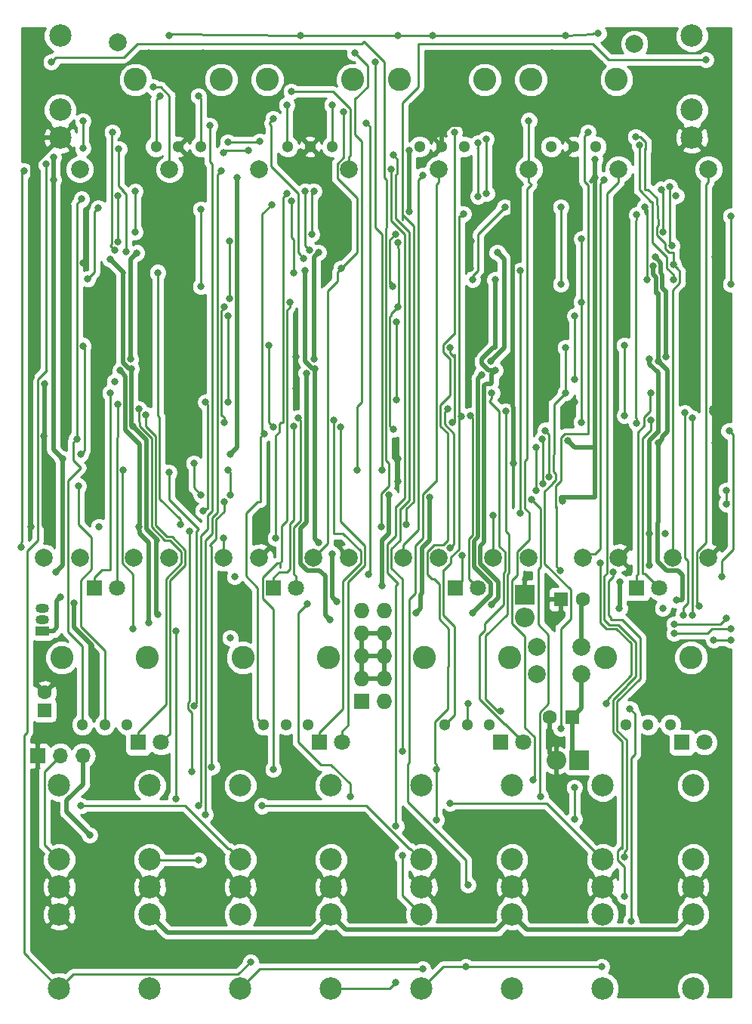
<source format=gbr>
%TF.GenerationSoftware,KiCad,Pcbnew,(5.0.1)-3*%
%TF.CreationDate,2020-04-13T21:00:07+01:00*%
%TF.ProjectId,pcb,7063622E6B696361645F706362000000,rev?*%
%TF.SameCoordinates,Original*%
%TF.FileFunction,Copper,L1,Top,Signal*%
%TF.FilePolarity,Positive*%
%FSLAX46Y46*%
G04 Gerber Fmt 4.6, Leading zero omitted, Abs format (unit mm)*
G04 Created by KiCad (PCBNEW (5.0.1)-3) date 13/04/2020 21:00:07*
%MOMM*%
%LPD*%
G01*
G04 APERTURE LIST*
%ADD10O,2.200000X2.200000*%
%ADD11R,2.200000X2.200000*%
%ADD12C,2.000000*%
%ADD13C,1.600000*%
%ADD14R,1.600000X1.600000*%
%ADD15R,1.800000X1.800000*%
%ADD16C,1.800000*%
%ADD17C,2.500000*%
%ADD18R,1.727200X1.727200*%
%ADD19O,1.727200X1.727200*%
%ADD20R,1.700000X1.700000*%
%ADD21O,1.700000X1.700000*%
%ADD22C,1.300000*%
%ADD23C,2.600000*%
%ADD24O,1.500000X1.050000*%
%ADD25R,1.500000X1.050000*%
%ADD26C,0.800000*%
%ADD27C,0.250000*%
%ADD28C,0.500000*%
%ADD29C,0.254000*%
G04 APERTURE END LIST*
D10*
X73152000Y-95250000D03*
D11*
X75692000Y-95250000D03*
D10*
X69596000Y-79248000D03*
D11*
X69596000Y-76708000D03*
D12*
X19700000Y-29050000D03*
X15700000Y-72550000D03*
X19700000Y-72550000D03*
X81900000Y-15000000D03*
X24000000Y-14800000D03*
D13*
X72430000Y-90424000D03*
D14*
X74930000Y-90424000D03*
X73660000Y-77216000D03*
D13*
X76160000Y-77216000D03*
D14*
X15748000Y-89662000D03*
D13*
X15748000Y-87662000D03*
D15*
X26282142Y-93250000D03*
D16*
X28822142Y-93250000D03*
D15*
X21336000Y-75946000D03*
D16*
X23876000Y-75946000D03*
X49136426Y-93250000D03*
D15*
X46596426Y-93250000D03*
D16*
X43990000Y-75946000D03*
D15*
X41450000Y-75946000D03*
X66910710Y-93250000D03*
D16*
X69450710Y-93250000D03*
X64340000Y-75946000D03*
D15*
X61800000Y-75946000D03*
X87225000Y-93250000D03*
D16*
X89765000Y-93250000D03*
X84720000Y-75946000D03*
D15*
X82180000Y-75946000D03*
D12*
X70946000Y-85598000D03*
X75946000Y-85598000D03*
X75946000Y-82550000D03*
X70946000Y-82550000D03*
D17*
X17500000Y-22380000D03*
X17500000Y-25480000D03*
X17500000Y-14080000D03*
X88350000Y-14080000D03*
X88350000Y-25480000D03*
X88350000Y-22380000D03*
X17400000Y-112520000D03*
X17400000Y-109420000D03*
X17400000Y-120820000D03*
X27557142Y-120820000D03*
X27557142Y-109420000D03*
X27557142Y-112520000D03*
X17400000Y-106380000D03*
X17400000Y-109480000D03*
X17400000Y-98080000D03*
X27557142Y-106380000D03*
X27557142Y-109480000D03*
X27557142Y-98080000D03*
X37714284Y-120820000D03*
X37714284Y-109420000D03*
X37714284Y-112520000D03*
X47871426Y-112520000D03*
X47871426Y-109420000D03*
X47871426Y-120820000D03*
X37714284Y-106380000D03*
X37714284Y-109480000D03*
X37714284Y-98080000D03*
X47871426Y-98080000D03*
X47871426Y-109480000D03*
X47871426Y-106380000D03*
X58028568Y-112520000D03*
X58028568Y-109420000D03*
X58028568Y-120820000D03*
X68185710Y-120820000D03*
X68185710Y-109420000D03*
X68185710Y-112520000D03*
X58028568Y-98080000D03*
X58028568Y-109480000D03*
X58028568Y-106380000D03*
X68185710Y-98080000D03*
X68185710Y-109480000D03*
X68185710Y-106380000D03*
X78342852Y-112520000D03*
X78342852Y-109420000D03*
X78342852Y-120820000D03*
X88500000Y-120820000D03*
X88500000Y-109420000D03*
X88500000Y-112520000D03*
X78342852Y-98080000D03*
X78342852Y-109480000D03*
X78342852Y-106380000D03*
X88500000Y-106380000D03*
X88500000Y-109480000D03*
X88500000Y-98080000D03*
D18*
X51308000Y-88646000D03*
D19*
X53848000Y-88646000D03*
X51308000Y-86106000D03*
X53848000Y-86106000D03*
X51308000Y-83566000D03*
X53848000Y-83566000D03*
X51308000Y-81026000D03*
X53848000Y-81026000D03*
X51308000Y-78486000D03*
X53848000Y-78486000D03*
D20*
X14986000Y-94742000D03*
D21*
X17526000Y-94742000D03*
X20066000Y-94742000D03*
D22*
X72594997Y-26500000D03*
X75094997Y-26500000D03*
X77594997Y-26500000D03*
D23*
X70294997Y-19000000D03*
X79894997Y-19000000D03*
D22*
X28255000Y-26500000D03*
X30755000Y-26500000D03*
X33255000Y-26500000D03*
D23*
X25955000Y-19000000D03*
X35555000Y-19000000D03*
X50334999Y-19000000D03*
X40734999Y-19000000D03*
D22*
X48034999Y-26500000D03*
X45534999Y-26500000D03*
X43034999Y-26500000D03*
D23*
X65114998Y-19000000D03*
X55514998Y-19000000D03*
D22*
X62814998Y-26500000D03*
X60314998Y-26500000D03*
X57814998Y-26500000D03*
D12*
X29771428Y-72550000D03*
X25771428Y-72550000D03*
X29771428Y-29050000D03*
D23*
X27300000Y-83750000D03*
X17700000Y-83750000D03*
D22*
X25000000Y-91250000D03*
X22500000Y-91250000D03*
X20000000Y-91250000D03*
D12*
X39842856Y-72550000D03*
X35842856Y-72550000D03*
X39842856Y-29050000D03*
X49914284Y-72550000D03*
X45914284Y-72550000D03*
X49914284Y-29050000D03*
D23*
X47616666Y-83750000D03*
X38016666Y-83750000D03*
D22*
X45316666Y-91250000D03*
X42816666Y-91250000D03*
X40316666Y-91250000D03*
D12*
X59985712Y-29050000D03*
X55985712Y-72550000D03*
X59985712Y-72550000D03*
X70057140Y-29050000D03*
X66057140Y-72550000D03*
X70057140Y-72550000D03*
D22*
X60633332Y-91250000D03*
X63133332Y-91250000D03*
X65633332Y-91250000D03*
D23*
X58333332Y-83750000D03*
X67933332Y-83750000D03*
D12*
X80128568Y-29050000D03*
X76128568Y-72550000D03*
X80128568Y-72550000D03*
X90199996Y-72550000D03*
X86199996Y-72550000D03*
X90199996Y-29050000D03*
D22*
X80950000Y-91250000D03*
X83450000Y-91250000D03*
X85950000Y-91250000D03*
D23*
X78650000Y-83750000D03*
X88250000Y-83750000D03*
D24*
X15494000Y-79502000D03*
X15494000Y-78232000D03*
D25*
X15494000Y-80772000D03*
D26*
X21844000Y-69088000D03*
X23622000Y-52832000D03*
X35814000Y-27178000D03*
X38608000Y-26924000D03*
X37084000Y-74676000D03*
X36576000Y-81534000D03*
X36322000Y-25996000D03*
X39878000Y-25908000D03*
X50800000Y-62738000D03*
X50546000Y-16002000D03*
X77850000Y-13825000D03*
X29700000Y-14025000D03*
X44450000Y-14025000D03*
X59250000Y-14025000D03*
X74150000Y-14025000D03*
X53594000Y-62738000D03*
X52827347Y-17022653D03*
X55372000Y-14025000D03*
X53506000Y-69088000D03*
X16510000Y-17018000D03*
X56351000Y-68834000D03*
X89916000Y-16764000D03*
X20090000Y-39580000D03*
X23368000Y-49276000D03*
X15748000Y-53086000D03*
X15711000Y-58928000D03*
X33528000Y-53340000D03*
X21844000Y-44704000D03*
X14224000Y-69088000D03*
X21336000Y-27499687D03*
X33528000Y-16002000D03*
X27432000Y-16002000D03*
X44442345Y-27104028D03*
X47498000Y-33528000D03*
X43942000Y-50038000D03*
X43942000Y-53594000D03*
X55372000Y-64008000D03*
X55372000Y-61468000D03*
X63632385Y-37084000D03*
X63500000Y-40132000D03*
X68326000Y-61976000D03*
X63920000Y-49784000D03*
X72644000Y-16002000D03*
X78041419Y-17162262D03*
X85852000Y-26670000D03*
X92456000Y-50038000D03*
X88646000Y-49784000D03*
X80772000Y-40132000D03*
X74676000Y-56134000D03*
X75221000Y-55118000D03*
X74676000Y-57150000D03*
X80772000Y-37338000D03*
X90932000Y-59690000D03*
X90678000Y-55880000D03*
X90932000Y-38862000D03*
X16275000Y-69500000D03*
X19087000Y-77675000D03*
X21100000Y-83525000D03*
X19812000Y-60960000D03*
X20089999Y-48820000D03*
X33523347Y-67305347D03*
X32258000Y-96520000D03*
X32004000Y-69596000D03*
X33819000Y-55118000D03*
X19913748Y-32375252D03*
X19364999Y-59242999D03*
X25908000Y-36068000D03*
X25920000Y-31500000D03*
X23368000Y-24892000D03*
X23622000Y-38100000D03*
X33274000Y-33528000D03*
X33274000Y-42164000D03*
X20574000Y-41340000D03*
X21777009Y-33359421D03*
X45720000Y-36322000D03*
X45958003Y-31496000D03*
X55113347Y-36326653D03*
X54769010Y-42164000D03*
X44843697Y-39064578D03*
X41401802Y-23398300D03*
X40894000Y-48768000D03*
X41402000Y-57912000D03*
X36335011Y-55118000D03*
X36335011Y-45466000D03*
X43688000Y-40640000D03*
X43480701Y-32582051D03*
X43251001Y-43942000D03*
X41402000Y-96275000D03*
X35885001Y-57404000D03*
X35885001Y-44450000D03*
X36488000Y-37084000D03*
X36488000Y-43540990D03*
X41251524Y-32997059D03*
X40386000Y-58646010D03*
X64357385Y-32051712D03*
X64383571Y-26101214D03*
X73660000Y-33274000D03*
X73660000Y-41910000D03*
X71628000Y-64262000D03*
X71591000Y-59252051D03*
X61468000Y-57404000D03*
X61214000Y-49022000D03*
X55219020Y-46140755D03*
X55219020Y-54864000D03*
X63754000Y-41402000D03*
X67373999Y-33274000D03*
X73660000Y-91694000D03*
X74168000Y-54102000D03*
X74168000Y-49022000D03*
X62470474Y-56687713D03*
X71921130Y-58308114D03*
X72359990Y-63500000D03*
X62738000Y-34036000D03*
X70866000Y-65024000D03*
X70866000Y-60198000D03*
X55409000Y-37281950D03*
X55409000Y-44450000D03*
X54864000Y-58166000D03*
X86577000Y-32004000D03*
X85127000Y-36068000D03*
X84899996Y-31303090D03*
X82455455Y-26365518D03*
X86282000Y-41402000D03*
X92710000Y-41910000D03*
X92710000Y-34290000D03*
X80772000Y-48768000D03*
X80776653Y-56646653D03*
X75184000Y-52578000D03*
X75221000Y-45466000D03*
X83312000Y-41402000D03*
X83058000Y-33274000D03*
X91694000Y-74676000D03*
X92524858Y-58351142D03*
X75983000Y-36830000D03*
X75946000Y-43942000D03*
X75946000Y-57404000D03*
X92202000Y-66511000D03*
X82136000Y-34130000D03*
X82173653Y-57526347D03*
X86360000Y-80010000D03*
X92239000Y-79320841D03*
X92202000Y-65024000D03*
X66534653Y-38367347D03*
X65786000Y-50546000D03*
X46482000Y-38354000D03*
X45974000Y-50292000D03*
X26098153Y-38417847D03*
X25400000Y-50292000D03*
X85344000Y-69850000D03*
X58928000Y-65786000D03*
X83602000Y-50292000D03*
X85090000Y-78215990D03*
X83602000Y-69850000D03*
X84236000Y-38862000D03*
X64770000Y-52070000D03*
X57404000Y-78740000D03*
X45104990Y-51883075D03*
X47752000Y-79502000D03*
X27436995Y-79828092D03*
X24219219Y-51571303D03*
X26328000Y-69073206D03*
X63754000Y-78740000D03*
X85474996Y-50038000D03*
X83602000Y-73370000D03*
X80260000Y-75280000D03*
X80220000Y-78215990D03*
X84582000Y-50546000D03*
X66294000Y-51562000D03*
X44958000Y-40386000D03*
X46067041Y-51401041D03*
X23114000Y-39116000D03*
X25493041Y-51401041D03*
X84582000Y-59690000D03*
X86595530Y-77295337D03*
X84037000Y-39878000D03*
X48513999Y-77470000D03*
X25654000Y-57859000D03*
X28448000Y-78906000D03*
X65879041Y-77817041D03*
X48006000Y-72136000D03*
X46482000Y-70866000D03*
X54393000Y-65532000D03*
X53594000Y-75692000D03*
X66271347Y-41424653D03*
X77470000Y-29972000D03*
X37338000Y-29972000D03*
X16764000Y-30226000D03*
X17780000Y-61468000D03*
X74422000Y-59436000D03*
X20828000Y-103632000D03*
X17018000Y-74168000D03*
X36576000Y-60960000D03*
X77470000Y-27940000D03*
X17526000Y-76962000D03*
X56642000Y-33782000D03*
X56639438Y-26924926D03*
X16764000Y-27686000D03*
X73809990Y-66175000D03*
X26343041Y-55880000D03*
X27095837Y-56538257D03*
X23114000Y-54102000D03*
X23943031Y-55372000D03*
X48948000Y-57939990D03*
X48223000Y-57150000D03*
X44196000Y-56896000D03*
X43725000Y-57844685D03*
X67490000Y-56134000D03*
X66933653Y-89784347D03*
X65920011Y-54102000D03*
X63520001Y-56642000D03*
X60997000Y-55880000D03*
X61247199Y-71450948D03*
X62566213Y-72272007D03*
X87376000Y-78994000D03*
X87559949Y-56341299D03*
X88392000Y-56896000D03*
X88392000Y-78994000D03*
X83710315Y-57150000D03*
X83710315Y-54102000D03*
X38866653Y-117851347D03*
X15914000Y-28448000D03*
X27940000Y-19812000D03*
X35560000Y-29210000D03*
X33782000Y-101346000D03*
X19812000Y-100354000D03*
X34290000Y-24130000D03*
X33020000Y-100330000D03*
X33020000Y-106426000D03*
X58166000Y-118618000D03*
X55880000Y-105918000D03*
X55880000Y-94234000D03*
X54864000Y-27432000D03*
X43434000Y-20320000D03*
X55155000Y-102643695D03*
X55118000Y-120142000D03*
X54610000Y-29050000D03*
X40132000Y-100371721D03*
X51816000Y-23850010D03*
X52070000Y-74422000D03*
X45212000Y-77724000D03*
X50038000Y-99314000D03*
X78232000Y-118364000D03*
X63246000Y-109220000D03*
X62992000Y-118364000D03*
X70057140Y-23596140D03*
X70574163Y-97438379D03*
X75184000Y-98298000D03*
X75184000Y-101854000D03*
X61214000Y-100076000D03*
X59690000Y-101927190D03*
X59690000Y-96266000D03*
X61722000Y-24892000D03*
X80809000Y-110490000D03*
X89154000Y-77978000D03*
X81414007Y-89518687D03*
X81534000Y-113284000D03*
X76708000Y-24892000D03*
X80809000Y-106049949D03*
X73614154Y-73959846D03*
X79528567Y-74168000D03*
X28702000Y-20828000D03*
X33020000Y-20828000D03*
X42926000Y-21844000D03*
X48006000Y-21844000D03*
X25654000Y-80555000D03*
X30527440Y-80772000D03*
X30480000Y-99568000D03*
X24601000Y-62738000D03*
X23979859Y-37151315D03*
X23979859Y-32004000D03*
X13175000Y-71374000D03*
X13462000Y-29210000D03*
X24084282Y-26774687D03*
X20066000Y-26670000D03*
X20066000Y-23622000D03*
X24892000Y-38255000D03*
X30988000Y-68834000D03*
X28448000Y-40615000D03*
X35885001Y-66294000D03*
X34507000Y-96012000D03*
X45466000Y-38100000D03*
X44958000Y-31496000D03*
X42926000Y-31750000D03*
X35814000Y-70358000D03*
X41656000Y-70358000D03*
X49022000Y-40132000D03*
X49276000Y-22606000D03*
X32512000Y-61976000D03*
X36576000Y-65532000D03*
X36322000Y-62738000D03*
X33311000Y-65495000D03*
X70358000Y-66040000D03*
X71374000Y-99314000D03*
X58166000Y-29718000D03*
X65315000Y-31763653D03*
X65278000Y-25654000D03*
X69088000Y-40386000D03*
X69088000Y-67562647D03*
X66040000Y-67818000D03*
X92710000Y-81788000D03*
X90788999Y-81775268D03*
X85852000Y-30997000D03*
X86106000Y-37592000D03*
X78486000Y-30226000D03*
X82042000Y-25400000D03*
X86280817Y-39745164D03*
X19558000Y-64516000D03*
X29718000Y-62992000D03*
X32549000Y-89154000D03*
X78078567Y-73152000D03*
X63246000Y-88900000D03*
X78777000Y-88900000D03*
X86360000Y-81026000D03*
X92710000Y-80518000D03*
D27*
X23368000Y-52832000D02*
X23622000Y-52832000D01*
X36068000Y-26924000D02*
X35814000Y-27178000D01*
X38608000Y-26924000D02*
X36068000Y-26924000D01*
X36322000Y-25996000D02*
X39790000Y-25996000D01*
X39790000Y-25996000D02*
X39878000Y-25908000D01*
X50800000Y-62738000D02*
X50800000Y-55626000D01*
X51308000Y-55118000D02*
X51308000Y-25908000D01*
X50800000Y-55626000D02*
X51308000Y-55118000D01*
X51308000Y-25908000D02*
X50546000Y-25146000D01*
X50546000Y-25146000D02*
X50546000Y-21082000D01*
X51960000Y-17416000D02*
X50546000Y-16002000D01*
X51960000Y-19780001D02*
X51960000Y-17416000D01*
X50546000Y-21082000D02*
X50658001Y-21082000D01*
X50658001Y-21082000D02*
X51960000Y-19780001D01*
X77284315Y-13825000D02*
X77234315Y-13875000D01*
X77850000Y-13825000D02*
X77284315Y-13825000D01*
X29850000Y-13875000D02*
X29700000Y-14025000D01*
X44450000Y-14025000D02*
X29850000Y-13875000D01*
X77234315Y-13875000D02*
X74150000Y-14025000D01*
X53594000Y-62738000D02*
X53594000Y-36322000D01*
X53594000Y-36322000D02*
X52827347Y-35555347D01*
X52827347Y-35555347D02*
X52827347Y-17022653D01*
X74150000Y-14025000D02*
X55372000Y-14025000D01*
X55372000Y-14025000D02*
X44450000Y-14025000D01*
X53506000Y-65345998D02*
X53506000Y-69088000D01*
X54044010Y-61664010D02*
X54356000Y-61976000D01*
X54044010Y-35617990D02*
X54044010Y-61664010D01*
X54102000Y-35560000D02*
X54044010Y-35617990D01*
X53848000Y-29972000D02*
X54102000Y-30226000D01*
X54356000Y-61976000D02*
X54356000Y-64495998D01*
X53848000Y-17018000D02*
X53848000Y-29972000D01*
X16510000Y-17018000D02*
X17018000Y-16510000D01*
X17018000Y-16510000D02*
X24638000Y-16510000D01*
X24638000Y-16510000D02*
X26162000Y-14986000D01*
X54102000Y-30226000D02*
X54102000Y-35560000D01*
X26162000Y-14986000D02*
X51308000Y-14986000D01*
X51308000Y-14986000D02*
X51562000Y-14732000D01*
X54356000Y-64495998D02*
X53506000Y-65345998D01*
X51562000Y-14732000D02*
X53848000Y-17018000D01*
X55914437Y-21555563D02*
X57658000Y-19812000D01*
X57658000Y-19812000D02*
X57658000Y-14986000D01*
X57658000Y-14986000D02*
X77216000Y-14986000D01*
X77216000Y-14986000D02*
X78994000Y-16764000D01*
X78994000Y-16764000D02*
X89916000Y-16764000D01*
X56351000Y-68834000D02*
X56351000Y-68326000D01*
X55914437Y-34704027D02*
X55914437Y-21555563D01*
X56351000Y-67093000D02*
X56351000Y-68326000D01*
X57150000Y-66294000D02*
X56351000Y-67093000D01*
X57150000Y-35363002D02*
X57150000Y-66294000D01*
X55914437Y-34127439D02*
X57150000Y-35363002D01*
D28*
X15748000Y-53086000D02*
X15748000Y-58891000D01*
X15748000Y-58891000D02*
X15711000Y-58928000D01*
X72430000Y-94528000D02*
X73152000Y-95250000D01*
X72430000Y-90424000D02*
X72430000Y-94528000D01*
X15732234Y-25480000D02*
X13716000Y-27496234D01*
X17500000Y-25480000D02*
X15732234Y-25480000D01*
X17500000Y-25480000D02*
X14732000Y-28248000D01*
X14410992Y-28569008D02*
X14410992Y-52391008D01*
X14732000Y-28248000D02*
X14410992Y-28569008D01*
X14410992Y-52391008D02*
X14224000Y-52578000D01*
X14224000Y-52578000D02*
X14224000Y-69088000D01*
X33528000Y-16002000D02*
X27432000Y-16002000D01*
X44930971Y-27104028D02*
X45534999Y-26500000D01*
X44442345Y-27104028D02*
X44930971Y-27104028D01*
X45534999Y-26500000D02*
X47498000Y-28463001D01*
X47498000Y-28463001D02*
X47498000Y-33528000D01*
X43942000Y-50038000D02*
X43942000Y-53594000D01*
X55372000Y-64008000D02*
X55372000Y-61468000D01*
X63632385Y-37084000D02*
X63632385Y-39999615D01*
X63632385Y-39999615D02*
X63500000Y-40132000D01*
X61313999Y-24041999D02*
X66205999Y-24041999D01*
X60314998Y-26500000D02*
X60314998Y-25041000D01*
X60314998Y-25041000D02*
X61313999Y-24041999D01*
X68340001Y-61961999D02*
X68326000Y-61976000D01*
X68340001Y-55725999D02*
X68340001Y-61961999D01*
X68237999Y-55623997D02*
X68340001Y-55725999D01*
X66205999Y-24041999D02*
X68237999Y-26073999D01*
X68237999Y-26073999D02*
X68237999Y-55623997D01*
X63920000Y-49784000D02*
X63500000Y-49364000D01*
X72644000Y-16002000D02*
X76881157Y-16002000D01*
X76881157Y-16002000D02*
X78041419Y-17162262D01*
X87160000Y-26670000D02*
X88350000Y-25480000D01*
X85852000Y-26670000D02*
X87160000Y-26670000D01*
X74676000Y-56134000D02*
X74676000Y-55663000D01*
X74676000Y-55663000D02*
X75221000Y-55118000D01*
X90932000Y-56065952D02*
X90828435Y-55962387D01*
X90491010Y-56201010D02*
X90491010Y-56134000D01*
X90932000Y-56642000D02*
X90491010Y-56201010D01*
X90932000Y-56896000D02*
X90932000Y-56642000D01*
X90932000Y-56896000D02*
X90932000Y-56065952D01*
X90932000Y-59690000D02*
X90932000Y-56896000D01*
X15711000Y-58928000D02*
X15711000Y-68936000D01*
X15711000Y-68936000D02*
X16275000Y-69500000D01*
X21100000Y-82365186D02*
X21100000Y-83525000D01*
X19087000Y-77675000D02*
X19087000Y-80352186D01*
X19087000Y-80352186D02*
X21100000Y-82365186D01*
D27*
X20211999Y-48942000D02*
X20089999Y-48820000D01*
X20211999Y-60560001D02*
X20211999Y-48942000D01*
X19812000Y-60960000D02*
X20211999Y-60560001D01*
X33528000Y-67300694D02*
X33523347Y-67305347D01*
X32258000Y-96520000D02*
X32258000Y-89916000D01*
X32258000Y-89916000D02*
X31823999Y-89481999D01*
X31823999Y-89481999D02*
X31823999Y-88805999D01*
X31823999Y-88805999D02*
X32004000Y-88625998D01*
X32004000Y-88625998D02*
X32004000Y-69596000D01*
X33819000Y-55118000D02*
X33819000Y-55155000D01*
X33819000Y-55155000D02*
X34036000Y-55372000D01*
X34036000Y-55372000D02*
X34036000Y-67056000D01*
X33772694Y-67056000D02*
X33523347Y-67305347D01*
X34036000Y-67056000D02*
X33772694Y-67056000D01*
X19364999Y-32924001D02*
X19913748Y-32375252D01*
X19364999Y-59242999D02*
X19364999Y-32924001D01*
X18965000Y-59642998D02*
X18965000Y-61637000D01*
X19364999Y-59242999D02*
X18965000Y-59642998D01*
X18965000Y-61637000D02*
X19812000Y-62484000D01*
X18355010Y-63940990D02*
X18355010Y-80839010D01*
X19812000Y-62484000D02*
X18355010Y-63940990D01*
X20000000Y-82484000D02*
X20000000Y-91250000D01*
X18355010Y-80839010D02*
X20000000Y-82484000D01*
X25908000Y-36068000D02*
X25908000Y-31512000D01*
X25908000Y-31512000D02*
X25920000Y-31500000D01*
X23254859Y-26531108D02*
X23254859Y-25005141D01*
X23254859Y-25005141D02*
X23368000Y-24892000D01*
X23622000Y-38100000D02*
X23114000Y-37592000D01*
X23254859Y-37451141D02*
X23254859Y-30988000D01*
X23114000Y-37592000D02*
X23254859Y-37451141D01*
X23254859Y-31200126D02*
X23254859Y-30988000D01*
X23254859Y-30988000D02*
X23254859Y-26531108D01*
X33274000Y-33528000D02*
X33274000Y-42164000D01*
X20574000Y-41340000D02*
X21336000Y-40578000D01*
X21336000Y-40578000D02*
X21336000Y-33800430D01*
X21336000Y-33800430D02*
X21777009Y-33359421D01*
X45720000Y-36322000D02*
X45720000Y-31734003D01*
X45720000Y-31734003D02*
X45958003Y-31496000D01*
X55118000Y-36331306D02*
X55113347Y-36326653D01*
X55113347Y-36326653D02*
X54494020Y-36945980D01*
X54494020Y-36945980D02*
X54494020Y-41656000D01*
X54494020Y-41656000D02*
X54610000Y-41656000D01*
X54494020Y-41656000D02*
X54494020Y-41889010D01*
X54494020Y-41889010D02*
X54769010Y-42164000D01*
X44211997Y-31750000D02*
X41184999Y-28723002D01*
X44443698Y-38664579D02*
X44443698Y-38601698D01*
X44843697Y-39064578D02*
X44443698Y-38664579D01*
X44211997Y-38369997D02*
X44211997Y-31750000D01*
X44443698Y-38601698D02*
X44211997Y-38369997D01*
X41001803Y-23946804D02*
X41184999Y-24130000D01*
X41001803Y-23798299D02*
X41001803Y-23946804D01*
X41401802Y-23398300D02*
X41001803Y-23798299D01*
X41184999Y-28723002D02*
X41184999Y-24130000D01*
X41184999Y-24130000D02*
X41184999Y-24093001D01*
X40894000Y-48768000D02*
X40894000Y-57404000D01*
X41402000Y-57912000D02*
X40894000Y-57404000D01*
X36335011Y-55118000D02*
X36335011Y-45466000D01*
X43688000Y-39878000D02*
X43688000Y-37084000D01*
X43688000Y-39878000D02*
X43688000Y-36893999D01*
X43688000Y-40640000D02*
X43688000Y-39878000D01*
X43688000Y-36893999D02*
X43486997Y-36692996D01*
X43480701Y-34791704D02*
X43486997Y-34798000D01*
X43480701Y-32582051D02*
X43480701Y-34791704D01*
X43486997Y-36692996D02*
X43486997Y-34798000D01*
X43486997Y-34798000D02*
X43486997Y-33782000D01*
X42381001Y-68996589D02*
X42381001Y-72934999D01*
X42976011Y-68401579D02*
X42381001Y-68996589D01*
X42976011Y-44782675D02*
X42976011Y-68401579D01*
X43251001Y-43942000D02*
X43251001Y-44507685D01*
X43251001Y-44507685D02*
X42976011Y-44782675D01*
X42381001Y-72934999D02*
X42164000Y-73152000D01*
X42164000Y-73152000D02*
X42164000Y-73660000D01*
X41402000Y-78283002D02*
X41402000Y-96275000D01*
X40224999Y-77106001D02*
X41402000Y-78283002D01*
X40224999Y-74785999D02*
X40224999Y-77106001D01*
X41858998Y-73152000D02*
X40224999Y-74785999D01*
X42164000Y-73152000D02*
X41858998Y-73152000D01*
X35885001Y-56838315D02*
X35885001Y-57404000D01*
X35688686Y-56642000D02*
X35885001Y-56838315D01*
X35610011Y-56642000D02*
X35688686Y-56642000D01*
X35610011Y-44907989D02*
X35610011Y-56642000D01*
X35885001Y-44450000D02*
X35885001Y-44632999D01*
X35885001Y-44632999D02*
X35610011Y-44907989D01*
X36488000Y-37084000D02*
X36488000Y-43540990D01*
X40168999Y-34079584D02*
X40168999Y-57875001D01*
X41251524Y-32997059D02*
X40168999Y-34079584D01*
X40168999Y-57875001D02*
X40168999Y-58429009D01*
X40168999Y-58429009D02*
X40386000Y-58646010D01*
X39666667Y-90600001D02*
X40316666Y-91250000D01*
X40386000Y-58646010D02*
X39986001Y-59046009D01*
X39666667Y-75946000D02*
X38354000Y-74633333D01*
X39666667Y-75946000D02*
X39666667Y-90600001D01*
X38354000Y-74633333D02*
X38354000Y-67564000D01*
X39624000Y-66294000D02*
X39986001Y-66294000D01*
X38354000Y-67564000D02*
X39624000Y-66294000D01*
X39986001Y-59046009D02*
X39986001Y-66294000D01*
X64357385Y-32051712D02*
X64357385Y-26765385D01*
X64357385Y-26765385D02*
X64262000Y-26670000D01*
X64357385Y-26765385D02*
X64357385Y-26127400D01*
X64357385Y-26127400D02*
X64383571Y-26101214D01*
X73660000Y-33274000D02*
X73660000Y-41910000D01*
X71628000Y-64262000D02*
X71628000Y-59289051D01*
X71628000Y-59289051D02*
X71591000Y-59252051D01*
X61722000Y-57404000D02*
X61468000Y-57404000D01*
X61664315Y-50038000D02*
X61722000Y-50038000D01*
X61214000Y-49587685D02*
X61664315Y-50038000D01*
X61214000Y-49022000D02*
X61214000Y-49587685D01*
X61722000Y-49784000D02*
X61722000Y-50038000D01*
X61722000Y-50038000D02*
X61722000Y-57404000D01*
X55219020Y-46140755D02*
X55219020Y-54864000D01*
X64357386Y-36290613D02*
X67373999Y-33274000D01*
X64357386Y-40347616D02*
X64357386Y-36290613D01*
X63754000Y-41402000D02*
X63754000Y-40951002D01*
X63754000Y-40951002D02*
X64357386Y-40347616D01*
X74168000Y-54102000D02*
X74168000Y-49022000D01*
X74785001Y-76155999D02*
X74785001Y-79392999D01*
X71832150Y-73203148D02*
X74785001Y-76155999D01*
X72644000Y-64319002D02*
X71832150Y-65130852D01*
X72644000Y-64288992D02*
X72644000Y-64319002D01*
X73084991Y-63848001D02*
X72644000Y-64288992D01*
X74168000Y-54102000D02*
X72898000Y-55372000D01*
X72898000Y-55372000D02*
X72898000Y-60960000D01*
X71832150Y-65130852D02*
X71832150Y-73203148D01*
X72898000Y-60960000D02*
X72810000Y-61048000D01*
X73660000Y-80518000D02*
X73660000Y-91694000D01*
X72810000Y-61048000D02*
X72810000Y-62877008D01*
X74785001Y-79392999D02*
X73660000Y-80518000D01*
X72810000Y-62877008D02*
X73084991Y-63151999D01*
X73084991Y-63151999D02*
X73084991Y-63848001D01*
X62262187Y-56896000D02*
X62470474Y-56687713D01*
X62207457Y-56896000D02*
X62262187Y-56896000D01*
X62207457Y-34290000D02*
X62207457Y-56896000D01*
X71921130Y-58308114D02*
X72359990Y-58746974D01*
X72359990Y-58746974D02*
X72359990Y-63500000D01*
X62207457Y-57404000D02*
X62207457Y-71605457D01*
X62207457Y-57404000D02*
X62207457Y-57635457D01*
X62207457Y-56896000D02*
X62207457Y-57404000D01*
X61310713Y-73186001D02*
X60582714Y-73914000D01*
X62207457Y-71605457D02*
X61310713Y-72502201D01*
X61310713Y-72502201D02*
X61310713Y-73186001D01*
X60582714Y-73914000D02*
X60452000Y-73914000D01*
X60452000Y-91068668D02*
X60633332Y-91250000D01*
X62207457Y-34290000D02*
X62484000Y-34290000D01*
X62484000Y-34290000D02*
X62738000Y-34036000D01*
X61722000Y-90161332D02*
X60633332Y-91250000D01*
X60452000Y-73914000D02*
X60452000Y-78994000D01*
X61722000Y-80264000D02*
X61722000Y-85344000D01*
X60452000Y-78994000D02*
X61722000Y-80264000D01*
X61722000Y-84836000D02*
X61722000Y-85344000D01*
X61722000Y-85344000D02*
X61722000Y-90161332D01*
X70866000Y-60198000D02*
X70866000Y-65024000D01*
X55494011Y-44364989D02*
X55409000Y-44450000D01*
X55494011Y-37932646D02*
X55494011Y-44364989D01*
X55409000Y-37281950D02*
X55409000Y-37847635D01*
X55409000Y-37847635D02*
X55494011Y-37932646D01*
X54494020Y-57796020D02*
X54864000Y-58166000D01*
X54901000Y-44958000D02*
X54864000Y-44958000D01*
X55409000Y-44450000D02*
X54901000Y-44958000D01*
X54864000Y-44958000D02*
X54610000Y-45212000D01*
X54610000Y-45212000D02*
X54610000Y-45466000D01*
X54610000Y-45466000D02*
X54494020Y-45581980D01*
X54494020Y-45581980D02*
X54494020Y-57796020D01*
X85127000Y-36068000D02*
X85127000Y-31530094D01*
X85127000Y-31530094D02*
X84899996Y-31303090D01*
X82455455Y-31343770D02*
X82455455Y-26365518D01*
X82804000Y-31692315D02*
X82455455Y-31343770D01*
X86282000Y-41402000D02*
X86282000Y-40836315D01*
X86282000Y-40819349D02*
X86282000Y-41402000D01*
X83755675Y-32643990D02*
X83951990Y-32643990D01*
X82455455Y-31343770D02*
X83755675Y-32643990D01*
X83951990Y-32643990D02*
X83951990Y-37243355D01*
X83951990Y-37243355D02*
X85555816Y-38847181D01*
X85555816Y-38847181D02*
X85555816Y-40093165D01*
X85555816Y-40093165D02*
X86282000Y-40819349D01*
X92710000Y-41910000D02*
X92710000Y-34290000D01*
X80772000Y-55880000D02*
X80772000Y-56134000D01*
X80772000Y-48768000D02*
X80772000Y-55880000D01*
X80776653Y-56646653D02*
X80772000Y-56642000D01*
X80772000Y-55880000D02*
X80776653Y-56646653D01*
X75184000Y-52578000D02*
X75184000Y-45503000D01*
X75184000Y-45503000D02*
X75221000Y-45466000D01*
X83312000Y-40132000D02*
X83312000Y-41402000D01*
X83254315Y-34036000D02*
X83312000Y-34036000D01*
X83058000Y-33839685D02*
X83254315Y-34036000D01*
X83058000Y-33274000D02*
X83058000Y-33839685D01*
X83312000Y-40132000D02*
X83312000Y-34036000D01*
X83312000Y-34036000D02*
X83312000Y-33528000D01*
X92964000Y-58790284D02*
X92524858Y-58351142D01*
X92964000Y-71628000D02*
X92964000Y-58790284D01*
X91694000Y-74676000D02*
X91694000Y-72898000D01*
X91694000Y-72898000D02*
X92964000Y-71628000D01*
X75983000Y-36830000D02*
X75983000Y-43905000D01*
X75983000Y-43905000D02*
X75946000Y-43942000D01*
X75946000Y-43942000D02*
X75946000Y-57404000D01*
X82136000Y-34695685D02*
X82042000Y-34789685D01*
X82136000Y-34130000D02*
X82136000Y-34695685D01*
X82042000Y-34789685D02*
X82042000Y-56388000D01*
X92456000Y-66257000D02*
X92202000Y-66511000D01*
X82042000Y-56829009D02*
X82042000Y-56388000D01*
X82173653Y-56960662D02*
X82042000Y-56829009D01*
X82173653Y-57526347D02*
X82173653Y-56960662D01*
X86360000Y-80010000D02*
X91549841Y-80010000D01*
X91549841Y-80010000D02*
X92239000Y-79320841D01*
X92202000Y-66511000D02*
X92202000Y-65024000D01*
D28*
X46482000Y-38354000D02*
X45974000Y-38862000D01*
X45974000Y-38862000D02*
X45974000Y-50292000D01*
X26098153Y-38417847D02*
X25400000Y-39116000D01*
X25400000Y-39116000D02*
X25400000Y-50292000D01*
X75946000Y-89408000D02*
X74930000Y-90424000D01*
X75946000Y-85598000D02*
X75946000Y-89408000D01*
X74930000Y-94488000D02*
X75692000Y-95250000D01*
X74930000Y-90424000D02*
X74930000Y-94488000D01*
X15703601Y-78022399D02*
X15494000Y-78232000D01*
X85344000Y-42672000D02*
X85432000Y-42672000D01*
X85028010Y-42356010D02*
X85344000Y-42672000D01*
X84887001Y-39513001D02*
X84887001Y-40286001D01*
X84236000Y-38862000D02*
X84887001Y-39513001D01*
X84836000Y-40337002D02*
X84836000Y-40678035D01*
X84887001Y-40286001D02*
X84836000Y-40337002D01*
X84836000Y-40678035D02*
X85028010Y-40870045D01*
X85028010Y-40870045D02*
X85028010Y-42356010D01*
X64370001Y-52469999D02*
X64370001Y-70212001D01*
X64770000Y-52070000D02*
X64370001Y-52469999D01*
X63907129Y-70674873D02*
X63907129Y-73559129D01*
X64370001Y-70212001D02*
X63907129Y-70674873D01*
X83602000Y-50857685D02*
X84560315Y-51816000D01*
X83602000Y-50292000D02*
X83602000Y-50857685D01*
X84560315Y-51816000D02*
X84560315Y-58467722D01*
X84560315Y-58467722D02*
X84534278Y-58467722D01*
X83602000Y-59400000D02*
X83602000Y-69850000D01*
X84534278Y-58467722D02*
X83602000Y-59400000D01*
X57633780Y-78510220D02*
X57404000Y-78740000D01*
X47663999Y-79413999D02*
X47752000Y-79502000D01*
X27436995Y-79828092D02*
X27436995Y-70870995D01*
X27436995Y-70870995D02*
X26416000Y-69850000D01*
X24619218Y-51971302D02*
X24619218Y-52051218D01*
X24219219Y-51571303D02*
X24619218Y-51971302D01*
X24793031Y-52225031D02*
X24793031Y-58264969D01*
X24619218Y-52051218D02*
X24793031Y-52225031D01*
X24793031Y-58264969D02*
X26416000Y-59887938D01*
X26416000Y-68580000D02*
X26416000Y-68072000D01*
X26416000Y-59887938D02*
X26416000Y-68580000D01*
X26416000Y-68985206D02*
X26328000Y-69073206D01*
X26416000Y-68580000D02*
X26416000Y-68985206D01*
X26416000Y-69850000D02*
X26328000Y-69073206D01*
X57912000Y-78232000D02*
X57404000Y-78740000D01*
X57912000Y-76708000D02*
X57912000Y-78232000D01*
X58085701Y-76534299D02*
X57912000Y-76708000D01*
X58085701Y-71454299D02*
X58085701Y-76534299D01*
X58928000Y-65786000D02*
X58928000Y-70612000D01*
X58928000Y-70612000D02*
X58085701Y-71454299D01*
X63930304Y-73559129D02*
X65532000Y-75160825D01*
X63907129Y-73559129D02*
X63930304Y-73559129D01*
X65532000Y-75160825D02*
X65532000Y-75184000D01*
X65532000Y-75184000D02*
X65786000Y-75438000D01*
X65786000Y-76708000D02*
X63754000Y-78740000D01*
X65786000Y-75438000D02*
X65786000Y-76708000D01*
X47244000Y-78994000D02*
X47752000Y-79502000D01*
X47244000Y-74633716D02*
X47244000Y-78994000D01*
X45104990Y-68580000D02*
X44450000Y-69234990D01*
X45104990Y-51883075D02*
X45104990Y-68580000D01*
X44450000Y-69234990D02*
X44450000Y-73231718D01*
X44450000Y-73231718D02*
X45218283Y-74000001D01*
X45218283Y-74000001D02*
X46610285Y-74000001D01*
X46610285Y-74000001D02*
X47244000Y-74633716D01*
X67310000Y-39142694D02*
X66534653Y-38367347D01*
X65786000Y-50546000D02*
X67310000Y-49022000D01*
X67310000Y-49022000D02*
X67310000Y-39142694D01*
X85474996Y-49318996D02*
X85432000Y-49276000D01*
X85474996Y-50038000D02*
X85474996Y-49318996D01*
X85432000Y-42672000D02*
X85432000Y-49276000D01*
X85432000Y-49276000D02*
X85432000Y-49530000D01*
X83602000Y-72670000D02*
X83602000Y-73370000D01*
X83602000Y-69850000D02*
X83602000Y-72670000D01*
X80260000Y-78175990D02*
X80220000Y-78215990D01*
X80260000Y-75280000D02*
X80260000Y-78175990D01*
X65543998Y-51562000D02*
X66294000Y-51562000D01*
X64770000Y-50788002D02*
X65543998Y-51562000D01*
X45825039Y-51401041D02*
X46067041Y-51401041D01*
X44958000Y-40386000D02*
X44958000Y-50534002D01*
X44958000Y-50534002D02*
X45825039Y-51401041D01*
X23114000Y-39116000D02*
X24638000Y-40640000D01*
X25251039Y-51401041D02*
X25493041Y-51401041D01*
X24549999Y-50700001D02*
X25251039Y-51401041D01*
X24638000Y-40640000D02*
X24549999Y-40728001D01*
X24549999Y-40728001D02*
X24549999Y-50700001D01*
X75946000Y-77430000D02*
X76160000Y-77216000D01*
X75946000Y-82550000D02*
X75946000Y-79502000D01*
X75946000Y-79502000D02*
X75946000Y-77430000D01*
X84582000Y-42926000D02*
X84328000Y-42926000D01*
X84582000Y-42926000D02*
X84582000Y-50546000D01*
X83985999Y-39929001D02*
X84037000Y-39878000D01*
X83985999Y-40817997D02*
X83985999Y-39929001D01*
X84328000Y-42926000D02*
X84328000Y-41159998D01*
X84328000Y-41159998D02*
X83985999Y-40817997D01*
X84981999Y-59290001D02*
X84981999Y-59036001D01*
X84582000Y-59690000D02*
X84981999Y-59290001D01*
X84981999Y-59036001D02*
X85598000Y-58420000D01*
X85598000Y-51562000D02*
X84582000Y-50546000D01*
X85598000Y-58420000D02*
X85598000Y-51562000D01*
X48464283Y-77420284D02*
X48513999Y-77470000D01*
X25493041Y-57698041D02*
X25654000Y-57859000D01*
X25493041Y-51401041D02*
X25493041Y-57698041D01*
X25654000Y-57859000D02*
X27178000Y-59383000D01*
X27178000Y-59383000D02*
X27178000Y-69342000D01*
X27178000Y-69342000D02*
X28448000Y-70612000D01*
X28321427Y-78779427D02*
X28448000Y-78906000D01*
X28321427Y-70738573D02*
X28321427Y-78779427D01*
X28448000Y-70612000D02*
X28321427Y-70738573D01*
X66636000Y-77060082D02*
X65879041Y-77817041D01*
X66636000Y-75274862D02*
X66636000Y-77060082D01*
X64607139Y-73246001D02*
X66636000Y-75274862D01*
X64607139Y-71282861D02*
X64607139Y-73246001D01*
X65278000Y-53086000D02*
X65070011Y-53293989D01*
X65070011Y-70819989D02*
X64607139Y-71282861D01*
X65786000Y-53086000D02*
X65278000Y-53086000D01*
X66294000Y-51562000D02*
X65894001Y-51961999D01*
X65894001Y-51961999D02*
X65894001Y-52977999D01*
X65070011Y-53293989D02*
X65070011Y-70819989D01*
X65894001Y-52977999D02*
X65786000Y-53086000D01*
X46067041Y-70451041D02*
X46067041Y-67818000D01*
X46482000Y-70866000D02*
X46067041Y-70451041D01*
X46067041Y-51401041D02*
X46067041Y-67818000D01*
X46067041Y-67818000D02*
X46067041Y-68326000D01*
X48006000Y-76962001D02*
X48513999Y-77470000D01*
X48006000Y-72136000D02*
X48006000Y-76962001D01*
X54393000Y-66097685D02*
X54356000Y-66134685D01*
X54393000Y-65532000D02*
X54393000Y-66097685D01*
X54356000Y-66134685D02*
X54356000Y-69850000D01*
X54356000Y-69850000D02*
X53594000Y-70612000D01*
X53594000Y-70612000D02*
X53594000Y-75692000D01*
X66271347Y-41424653D02*
X66271347Y-48999347D01*
X66062653Y-48999347D02*
X64770000Y-50292000D01*
X66271347Y-48999347D02*
X66062653Y-48999347D01*
X64770000Y-50292000D02*
X64770000Y-50788002D01*
X84582000Y-68580000D02*
X84582000Y-59690000D01*
X84493999Y-68668001D02*
X84582000Y-68580000D01*
X85503995Y-74000001D02*
X84493999Y-72990005D01*
X86595530Y-77295337D02*
X87214663Y-77295337D01*
X87214663Y-77295337D02*
X87300000Y-77210000D01*
X87300000Y-77210000D02*
X87300000Y-76900000D01*
X84493999Y-72990005D02*
X84493999Y-68668001D01*
X87300000Y-76900000D02*
X87320000Y-76880000D01*
X87320000Y-76880000D02*
X87320000Y-74540000D01*
X86780001Y-74000001D02*
X85503995Y-74000001D01*
X87320000Y-74540000D02*
X86780001Y-74000001D01*
D27*
X37338000Y-29972000D02*
X37338000Y-52324000D01*
X16764000Y-52070000D02*
X16764000Y-52578000D01*
D28*
X16764000Y-52070000D02*
X16764000Y-53086000D01*
X16764000Y-60452000D02*
X17780000Y-61468000D01*
X16764000Y-56134000D02*
X16764000Y-60452000D01*
X16764000Y-56134000D02*
X16764000Y-30226000D01*
X16764000Y-57912000D02*
X16764000Y-56134000D01*
X77470000Y-45466000D02*
X77470000Y-29972000D01*
D27*
X77470000Y-45466000D02*
X77470000Y-52578000D01*
D28*
X77470000Y-29972000D02*
X77470000Y-58420000D01*
X77470000Y-65786000D02*
X73914000Y-65786000D01*
X73914000Y-65786000D02*
X73660000Y-65786000D01*
X75184000Y-60198000D02*
X74422000Y-59436000D01*
X77470000Y-60198000D02*
X75184000Y-60198000D01*
X77470000Y-60198000D02*
X77470000Y-65786000D01*
X77470000Y-58420000D02*
X77470000Y-60198000D01*
X69435709Y-113769999D02*
X68185710Y-112520000D01*
X69885711Y-114220001D02*
X69435709Y-113769999D01*
X86799999Y-114220001D02*
X69885711Y-114220001D01*
X88500000Y-112520000D02*
X86799999Y-114220001D01*
X49121425Y-113769999D02*
X47871426Y-112520000D01*
X49571427Y-114220001D02*
X49121425Y-113769999D01*
X66485709Y-114220001D02*
X49571427Y-114220001D01*
X68185710Y-112520000D02*
X66485709Y-114220001D01*
X46621427Y-113769999D02*
X47871426Y-112520000D01*
X45837426Y-114554000D02*
X46621427Y-113769999D01*
X29591142Y-114554000D02*
X45837426Y-114554000D01*
X27557142Y-112520000D02*
X29591142Y-114554000D01*
X20066000Y-95944081D02*
X20066000Y-94742000D01*
X20066000Y-97930002D02*
X20066000Y-95944081D01*
X18216001Y-99780001D02*
X20066000Y-97930002D01*
X18216001Y-101020001D02*
X18216001Y-99780001D01*
X20828000Y-103632000D02*
X18216001Y-101020001D01*
X17780000Y-61468000D02*
X17780000Y-73406000D01*
X17780000Y-73406000D02*
X17018000Y-74168000D01*
X77070001Y-30371999D02*
X77470000Y-29972000D01*
X37338000Y-29972000D02*
X37338000Y-59690000D01*
X37338000Y-59690000D02*
X37338000Y-60198000D01*
X37338000Y-60198000D02*
X36576000Y-60960000D01*
X77470000Y-29972000D02*
X77470000Y-27940000D01*
X16744000Y-80772000D02*
X15494000Y-80772000D01*
X17126001Y-80389999D02*
X16744000Y-80772000D01*
X17126001Y-77361999D02*
X17126001Y-80389999D01*
X17526000Y-76962000D02*
X17126001Y-77361999D01*
X56642000Y-26927488D02*
X56639438Y-26924926D01*
X56642000Y-33782000D02*
X56642000Y-26927488D01*
X16764000Y-27686000D02*
X16764000Y-30226000D01*
X73660000Y-65786000D02*
X73660000Y-66025010D01*
X73660000Y-66025010D02*
X73809990Y-66175000D01*
D27*
X26282142Y-92081858D02*
X26282142Y-93250000D01*
X29352430Y-89011570D02*
X26282142Y-92081858D01*
X31096429Y-73186001D02*
X29352430Y-74930000D01*
X31096429Y-71913999D02*
X31096429Y-73186001D01*
X29352430Y-74930000D02*
X29352430Y-89011570D01*
X29794430Y-70612000D02*
X31096429Y-71913999D01*
X29261186Y-70612000D02*
X29794430Y-70612000D01*
X26343041Y-57331041D02*
X26416000Y-57404000D01*
X26343041Y-55880000D02*
X26343041Y-57331041D01*
X26416000Y-57404000D02*
X26416000Y-57807814D01*
X26416000Y-57807814D02*
X27753008Y-59144822D01*
X27753008Y-59144822D02*
X27753008Y-69103822D01*
X27753008Y-69103822D02*
X29261186Y-70612000D01*
X29802440Y-92269702D02*
X28822142Y-93250000D01*
X31546439Y-71678439D02*
X31546438Y-73372402D01*
X27095837Y-57829837D02*
X28203018Y-58937018D01*
X27095837Y-56538257D02*
X27095837Y-57829837D01*
X28203018Y-58937018D02*
X28203018Y-68917422D01*
X31546438Y-73372402D02*
X29802440Y-75116400D01*
X28203018Y-68917422D02*
X29447586Y-70161990D01*
X29447586Y-70161990D02*
X30029990Y-70161990D01*
X29802440Y-75116400D02*
X29802440Y-92269702D01*
X30029990Y-70161990D02*
X31546439Y-71678439D01*
X21336000Y-74796000D02*
X21336000Y-75946000D01*
X22218000Y-73914000D02*
X21336000Y-74796000D01*
X23114000Y-73914000D02*
X22218000Y-73914000D01*
X23114000Y-54102000D02*
X23114000Y-73914000D01*
X23943031Y-55372000D02*
X23943031Y-58995031D01*
X23876000Y-59062062D02*
X23876000Y-75946000D01*
X23943031Y-58995031D02*
X23876000Y-59062062D01*
X49136426Y-91977208D02*
X49784000Y-91329634D01*
X49136426Y-93250000D02*
X49136426Y-91977208D01*
X49784000Y-91329634D02*
X49784000Y-75277696D01*
X51689295Y-73372401D02*
X51689295Y-71247295D01*
X49784000Y-75277696D02*
X51689295Y-73372401D01*
X51689295Y-71247295D02*
X48948000Y-68506000D01*
X48948000Y-68506000D02*
X48948000Y-57939990D01*
X46596426Y-92100000D02*
X46596426Y-93250000D01*
X49241667Y-89454759D02*
X46596426Y-92100000D01*
X48223000Y-57150000D02*
X48223000Y-69813000D01*
X48223000Y-69813000D02*
X49239000Y-69813000D01*
X49239000Y-69813000D02*
X51239285Y-71813285D01*
X51239285Y-71813285D02*
X51239285Y-73186001D01*
X51239285Y-73186001D02*
X49241667Y-75183619D01*
X49241667Y-75183619D02*
X49241667Y-89454759D01*
X43990000Y-74673208D02*
X43688000Y-74371208D01*
X43990000Y-75946000D02*
X43990000Y-74673208D01*
X43688000Y-69183804D02*
X44450000Y-68421804D01*
X43688000Y-74371208D02*
X43688000Y-69183804D01*
X44450000Y-68421804D02*
X44450000Y-57150000D01*
X44450000Y-57150000D02*
X44196000Y-56896000D01*
X41450000Y-74796000D02*
X42078000Y-74168000D01*
X41450000Y-75946000D02*
X41450000Y-74796000D01*
X42078000Y-74168000D02*
X42926000Y-74168000D01*
X43237990Y-73856010D02*
X43237990Y-68776010D01*
X42926000Y-74168000D02*
X43237990Y-73856010D01*
X43237990Y-68776010D02*
X43725000Y-68289000D01*
X43725000Y-68289000D02*
X43725000Y-57844685D01*
X67490000Y-69573036D02*
X67490000Y-56134000D01*
X67832151Y-69915187D02*
X67490000Y-69573036D01*
X67832151Y-74282259D02*
X67832151Y-69915187D01*
X66933653Y-89784347D02*
X66596347Y-89784347D01*
X65241000Y-88429000D02*
X65241000Y-81317000D01*
X65241000Y-81317000D02*
X67661020Y-78896980D01*
X67661020Y-78896980D02*
X67661020Y-74453390D01*
X66596347Y-89784347D02*
X65241000Y-88429000D01*
X67661020Y-74453390D02*
X67832151Y-74282259D01*
X65645021Y-55004979D02*
X66765000Y-56124960D01*
X65723696Y-54926304D02*
X65645021Y-55004979D01*
X67211010Y-74266990D02*
X67211010Y-77822990D01*
X65920011Y-54667685D02*
X65723696Y-54864000D01*
X65723696Y-54864000D02*
X65723696Y-54926304D01*
X64516000Y-88392000D02*
X67310000Y-91186000D01*
X65920011Y-54102000D02*
X65920011Y-54667685D01*
X67211010Y-77822990D02*
X65081002Y-79952998D01*
X66765000Y-71296858D02*
X67382141Y-71913999D01*
X67382141Y-71913999D02*
X67382141Y-74095859D01*
X67386710Y-91186000D02*
X69450710Y-93250000D01*
X67382141Y-74095859D02*
X67211010Y-74266990D01*
X65081002Y-79952998D02*
X65081002Y-80714998D01*
X64516000Y-81280000D02*
X64516000Y-88392000D01*
X66765000Y-56124960D02*
X66765000Y-71296858D01*
X65081002Y-80714998D02*
X64516000Y-81280000D01*
X67310000Y-91186000D02*
X67386710Y-91186000D01*
X63332119Y-74938119D02*
X63332119Y-70436697D01*
X64340000Y-75946000D02*
X63332119Y-74938119D01*
X63332119Y-70436697D02*
X63754000Y-70014816D01*
X63754000Y-70014816D02*
X63754000Y-56875999D01*
X63754000Y-56875999D02*
X63520001Y-56642000D01*
X60597001Y-57606003D02*
X61664998Y-58674000D01*
X60997000Y-55880000D02*
X60597001Y-56279999D01*
X60597001Y-56279999D02*
X60597001Y-57606003D01*
X61664998Y-58674000D02*
X61664998Y-71033149D01*
X61664998Y-71033149D02*
X61247199Y-71450948D01*
X62566213Y-75179787D02*
X61800000Y-75946000D01*
X62566213Y-72272007D02*
X62566213Y-75179787D01*
X87559949Y-72570000D02*
X87559949Y-56341299D01*
X87920000Y-72930051D02*
X87559949Y-72570000D01*
X87920000Y-77620000D02*
X87920000Y-72930051D01*
X87376000Y-78164000D02*
X87920000Y-77620000D01*
X87376000Y-78994000D02*
X87376000Y-78164000D01*
X88392000Y-56896000D02*
X88392000Y-78994000D01*
X83710315Y-57150000D02*
X83710315Y-58275685D01*
X83710315Y-58275685D02*
X82804000Y-59182000D01*
X82804000Y-59182000D02*
X82804000Y-74310000D01*
X83084000Y-74310000D02*
X84720000Y-75946000D01*
X82804000Y-74310000D02*
X83084000Y-74310000D01*
X82985314Y-56801999D02*
X83653313Y-56134000D01*
X82985314Y-57787688D02*
X82985314Y-56801999D01*
X82296000Y-74400000D02*
X82296000Y-58477002D01*
X82296000Y-58477002D02*
X82985314Y-57787688D01*
X83653313Y-56134000D02*
X83653313Y-54159002D01*
X83653313Y-54159002D02*
X83710315Y-54102000D01*
X82180000Y-74516000D02*
X82180000Y-75946000D01*
X82296000Y-74400000D02*
X82180000Y-74516000D01*
X17400000Y-120820000D02*
X18975001Y-119244999D01*
X37473001Y-119244999D02*
X38866653Y-117851347D01*
X30734000Y-119244999D02*
X37473001Y-119244999D01*
X30734000Y-119244999D02*
X30989285Y-119244999D01*
X18975001Y-119244999D02*
X30734000Y-119244999D01*
X13462000Y-116882000D02*
X17400000Y-120820000D01*
X13462000Y-92456000D02*
X13462000Y-116882000D01*
X13810999Y-92107001D02*
X13462000Y-92456000D01*
X13810999Y-71811003D02*
X13810999Y-92107001D01*
X14986000Y-70636002D02*
X13810999Y-71811003D01*
X14986000Y-52832000D02*
X14986000Y-70636002D01*
X14986000Y-52578000D02*
X16002000Y-51562000D01*
X14986000Y-52578000D02*
X14986000Y-52832000D01*
X15914000Y-51474000D02*
X15914000Y-28448000D01*
X16002000Y-51562000D02*
X15914000Y-51474000D01*
X28759002Y-19812000D02*
X27940000Y-19812000D01*
X29771428Y-29050000D02*
X29771428Y-20824426D01*
X29771428Y-20824426D02*
X28759002Y-19812000D01*
X35160001Y-29609999D02*
X35160001Y-67455999D01*
X35560000Y-29210000D02*
X35160001Y-29609999D01*
X34517855Y-68098145D02*
X34517855Y-69876145D01*
X35160001Y-67455999D02*
X34517855Y-68098145D01*
X34517855Y-69876145D02*
X33782000Y-70612000D01*
X33782000Y-70612000D02*
X33782000Y-101346000D01*
X17526000Y-94742000D02*
X15748000Y-96520000D01*
X15748000Y-104728000D02*
X17400000Y-106380000D01*
X15748000Y-96520000D02*
X15748000Y-104728000D01*
X36464285Y-105130001D02*
X36296001Y-105130001D01*
X37714284Y-106380000D02*
X36464285Y-105130001D01*
X31520000Y-100354000D02*
X19812000Y-100354000D01*
X36296001Y-105130001D02*
X31520000Y-100354000D01*
X34290000Y-24130000D02*
X34290000Y-28194000D01*
X34290000Y-28194000D02*
X34544000Y-28448000D01*
X34544000Y-28448000D02*
X34544000Y-67310000D01*
X34544000Y-67310000D02*
X34036000Y-67818000D01*
X34036000Y-67818000D02*
X34036000Y-69342000D01*
X34036000Y-69342000D02*
X33274000Y-70104000D01*
X33274000Y-70104000D02*
X33274000Y-100076000D01*
X33274000Y-100076000D02*
X33020000Y-100330000D01*
X27603142Y-106426000D02*
X27557142Y-106380000D01*
X33020000Y-106426000D02*
X27603142Y-106426000D01*
X39916284Y-118618000D02*
X37714284Y-120820000D01*
X52070000Y-118618000D02*
X58166000Y-118618000D01*
X52070000Y-118618000D02*
X39916284Y-118618000D01*
X52324000Y-118618000D02*
X52070000Y-118618000D01*
X58028568Y-112520000D02*
X55880000Y-110371432D01*
X55880000Y-110371432D02*
X55880000Y-105918000D01*
X55335001Y-27903001D02*
X54864000Y-27432000D01*
X55335001Y-29500999D02*
X55335001Y-27903001D01*
X56642000Y-36068000D02*
X55118000Y-34544000D01*
X56642000Y-66165590D02*
X56642000Y-36068000D01*
X55118000Y-34544000D02*
X55118000Y-29718000D01*
X55751590Y-67056000D02*
X56642000Y-66165590D01*
X55880000Y-94234000D02*
X55880000Y-74930000D01*
X55880000Y-74930000D02*
X54660711Y-73710711D01*
X54660711Y-73710711D02*
X54660711Y-71577289D01*
X55118000Y-29718000D02*
X55335001Y-29500999D01*
X54660711Y-71577289D02*
X55626000Y-70612000D01*
X55626000Y-70612000D02*
X55626000Y-67056000D01*
X55626000Y-67056000D02*
X55751590Y-67056000D01*
X49914284Y-27635787D02*
X50038000Y-27512071D01*
X49914284Y-29050000D02*
X49914284Y-27635787D01*
X48063002Y-20320000D02*
X43434000Y-20320000D01*
X50038000Y-27512071D02*
X50038000Y-22294998D01*
X50038000Y-22294998D02*
X48063002Y-20320000D01*
X55118000Y-102680695D02*
X55155000Y-102643695D01*
X55118000Y-102870000D02*
X55118000Y-102680695D01*
X54440000Y-120820000D02*
X47871426Y-120820000D01*
X55118000Y-120142000D02*
X54440000Y-120820000D01*
X54610000Y-34798000D02*
X54610000Y-30988000D01*
X56134000Y-36322000D02*
X54610000Y-34798000D01*
X56134000Y-65911590D02*
X56134000Y-36322000D01*
X55243590Y-66802000D02*
X56134000Y-65911590D01*
X55118000Y-66802000D02*
X55243590Y-66802000D01*
X55155000Y-102643695D02*
X55118000Y-75692000D01*
X54610000Y-30988000D02*
X54610000Y-29050000D01*
X55118000Y-75692000D02*
X55372000Y-75438000D01*
X55372000Y-75438000D02*
X54210701Y-74276701D01*
X54210701Y-74276701D02*
X54210701Y-71011299D01*
X54210701Y-71011299D02*
X55118000Y-70104000D01*
X55118000Y-70104000D02*
X55118000Y-66802000D01*
X56778569Y-105130001D02*
X56616001Y-105130001D01*
X58028568Y-106380000D02*
X56778569Y-105130001D01*
X51857721Y-100371721D02*
X40132000Y-100371721D01*
X56616001Y-105130001D02*
X51857721Y-100371721D01*
X52215999Y-74276001D02*
X52070000Y-74422000D01*
X51816000Y-23850010D02*
X52215999Y-24250009D01*
X52215999Y-24250009D02*
X52215999Y-74276001D01*
X44196000Y-93234576D02*
X46719424Y-95758000D01*
X45212000Y-77724000D02*
X44196000Y-78740000D01*
X44196000Y-78740000D02*
X44196000Y-93234576D01*
X50038000Y-97915572D02*
X50038000Y-99314000D01*
X46719424Y-95758000D02*
X47880428Y-95758000D01*
X47880428Y-95758000D02*
X50038000Y-97915572D01*
X58028568Y-120820000D02*
X60484568Y-118364000D01*
X74676000Y-118364000D02*
X78232000Y-118364000D01*
X59985712Y-30464213D02*
X59690000Y-30759925D01*
X59985712Y-29050000D02*
X59985712Y-30464213D01*
X59690000Y-30759925D02*
X59690000Y-63500000D01*
X59690000Y-63500000D02*
X59690000Y-64008000D01*
X59632998Y-64008000D02*
X58166000Y-65474998D01*
X59690000Y-64008000D02*
X59632998Y-64008000D01*
X58166000Y-65474998D02*
X58166000Y-70358000D01*
X57310713Y-71213287D02*
X57310713Y-76547287D01*
X58166000Y-70358000D02*
X57310713Y-71213287D01*
X56678999Y-77179001D02*
X56678999Y-95467001D01*
X57310713Y-76547287D02*
X56678999Y-77179001D01*
X56453567Y-95692433D02*
X56453567Y-99887567D01*
X56678999Y-95467001D02*
X56453567Y-95692433D01*
X56453567Y-99887567D02*
X62992000Y-106426000D01*
X62992000Y-106426000D02*
X62992000Y-108966000D01*
X62992000Y-108966000D02*
X63246000Y-109220000D01*
X60484568Y-118364000D02*
X62992000Y-118364000D01*
X62992000Y-118364000D02*
X74676000Y-118364000D01*
X70057140Y-23596140D02*
X70057140Y-29050000D01*
X70057140Y-30464213D02*
X70358000Y-30765073D01*
X70057140Y-29050000D02*
X70057140Y-30464213D01*
X69632999Y-67034644D02*
X70104000Y-67505645D01*
X69632999Y-61685001D02*
X69632999Y-67034644D01*
X69850000Y-61468000D02*
X69632999Y-61685001D01*
X70358000Y-30765073D02*
X69850000Y-31273073D01*
X69850000Y-31273073D02*
X69850000Y-61468000D01*
X68732139Y-71913999D02*
X68732139Y-73186001D01*
X70104000Y-67505645D02*
X70104000Y-70542138D01*
X70104000Y-70542138D02*
X68732139Y-71913999D01*
X68732139Y-73186001D02*
X68732139Y-74523861D01*
X68170999Y-75085001D02*
X68170999Y-79932001D01*
X68732139Y-74523861D02*
X68170999Y-75085001D01*
X68170999Y-79932001D02*
X69620999Y-81382001D01*
X69620999Y-81382001D02*
X69620999Y-91607287D01*
X69620999Y-91607287D02*
X70675711Y-92661999D01*
X70675711Y-97336831D02*
X70574163Y-97438379D01*
X70675711Y-92661999D02*
X70675711Y-97336831D01*
X75184000Y-98298000D02*
X75184000Y-101854000D01*
X72038852Y-100076000D02*
X61214000Y-100076000D01*
X78342852Y-106380000D02*
X72038852Y-100076000D01*
X59690000Y-101927190D02*
X59690000Y-97410430D01*
X59690000Y-97410430D02*
X59690000Y-96266000D01*
X59690000Y-95700315D02*
X59690000Y-96266000D01*
X59544001Y-95554316D02*
X59690000Y-95700315D01*
X60960000Y-89516001D02*
X59544001Y-90932000D01*
X60960000Y-84813960D02*
X60960000Y-89516001D01*
X61075980Y-84697980D02*
X60960000Y-84813960D01*
X61075980Y-80518000D02*
X61075980Y-84697980D01*
X60001990Y-75495990D02*
X60001990Y-79444010D01*
X59182000Y-74930000D02*
X59436000Y-74930000D01*
X60488999Y-48673999D02*
X60488999Y-49566999D01*
X61664998Y-47498000D02*
X60488999Y-48673999D01*
X61722000Y-47498000D02*
X61664998Y-47498000D01*
X61722000Y-24892000D02*
X61722000Y-47498000D01*
X58660711Y-74408711D02*
X59182000Y-74930000D01*
X59544001Y-90932000D02*
X59544001Y-95554316D01*
X59436000Y-74930000D02*
X60001990Y-75495990D01*
X60960000Y-58605412D02*
X60960000Y-70612000D01*
X58660711Y-71895289D02*
X58660711Y-74408711D01*
X61214000Y-50292000D02*
X61214000Y-54356000D01*
X61214000Y-54356000D02*
X60146991Y-55423009D01*
X60960000Y-70612000D02*
X60452000Y-71120000D01*
X60146991Y-55423009D02*
X60146991Y-57792403D01*
X60452000Y-71120000D02*
X59436000Y-71120000D01*
X60488999Y-49566999D02*
X61214000Y-50292000D01*
X60146991Y-57792403D02*
X60960000Y-58605412D01*
X60001990Y-79444010D02*
X61075980Y-80518000D01*
X59436000Y-71120000D02*
X58660711Y-71895289D01*
X80010000Y-105410000D02*
X80010000Y-106426000D01*
X80518000Y-104902000D02*
X80010000Y-105410000D01*
X80518000Y-104902000D02*
X80518000Y-105138854D01*
X80010000Y-106426000D02*
X80809000Y-107225000D01*
X80809000Y-107225000D02*
X80809000Y-110490000D01*
X79502000Y-88517590D02*
X79502000Y-92111411D01*
X80518000Y-93127411D02*
X80518000Y-104902000D01*
X81026000Y-86993590D02*
X79502000Y-88517590D01*
X82042000Y-85852000D02*
X81026000Y-86868000D01*
X80067990Y-80067990D02*
X82042000Y-82042000D01*
X79051990Y-80067990D02*
X80067990Y-80067990D01*
X81026000Y-86868000D02*
X81026000Y-86993590D01*
X80128568Y-30464213D02*
X78803567Y-31789214D01*
X82042000Y-82042000D02*
X82042000Y-85852000D01*
X78803567Y-31789214D02*
X78803567Y-74358433D01*
X79502000Y-92111411D02*
X80518000Y-93127411D01*
X78803567Y-74358433D02*
X78528577Y-74633423D01*
X78528577Y-74633423D02*
X78528577Y-79544577D01*
X80128568Y-29050000D02*
X80128568Y-30464213D01*
X78528577Y-79544577D02*
X79051990Y-80067990D01*
X90199996Y-30464213D02*
X89916000Y-30748209D01*
X90199996Y-29050000D02*
X90199996Y-30464213D01*
X88874995Y-77698995D02*
X89154000Y-77978000D01*
X88874995Y-71913999D02*
X88874995Y-77698995D01*
X89916000Y-30748209D02*
X89916000Y-70872994D01*
X89916000Y-70872994D02*
X88874995Y-71913999D01*
X81933999Y-90038679D02*
X81414007Y-89518687D01*
X81933999Y-94596001D02*
X81933999Y-90038679D01*
X81534000Y-94996000D02*
X81933999Y-94596001D01*
X81534000Y-94996000D02*
X81534000Y-113284000D01*
X76308001Y-25291999D02*
X76308001Y-30423185D01*
X76708000Y-24892000D02*
X76308001Y-25291999D01*
X76308001Y-30423185D02*
X76708000Y-30823184D01*
X76708000Y-30823184D02*
X76708000Y-58674000D01*
X76708000Y-58674000D02*
X74110998Y-58674000D01*
X73614154Y-73959846D02*
X73152000Y-73497692D01*
X73084990Y-64514422D02*
X73660000Y-63939412D01*
X73084990Y-66988990D02*
X73084990Y-64514422D01*
X73152000Y-67056000D02*
X73084990Y-66988990D01*
X73152000Y-67056000D02*
X73152000Y-66802000D01*
X73152000Y-73497692D02*
X73152000Y-67056000D01*
X73660000Y-59124998D02*
X74110998Y-58674000D01*
X73660000Y-63939412D02*
X73660000Y-59124998D01*
X79528567Y-74649433D02*
X79528567Y-74168000D01*
X81026000Y-105267264D02*
X81026000Y-92999001D01*
X80809000Y-105484264D02*
X81026000Y-105267264D01*
X80809000Y-106049949D02*
X80809000Y-105484264D01*
X79974999Y-91948000D02*
X79974999Y-88681001D01*
X81026000Y-92999001D02*
X79974999Y-91948000D01*
X79974999Y-88681001D02*
X82550000Y-86106000D01*
X78994000Y-78994000D02*
X78994000Y-75184000D01*
X82550000Y-86106000D02*
X82550000Y-81534000D01*
X82550000Y-81534000D02*
X80518000Y-79502000D01*
X80518000Y-79502000D02*
X79248000Y-79502000D01*
X79248000Y-79502000D02*
X79248000Y-79248000D01*
X79248000Y-79248000D02*
X78994000Y-78994000D01*
X78994000Y-75184000D02*
X79528567Y-74649433D01*
X28255000Y-26500000D02*
X28255000Y-21275000D01*
X28255000Y-21275000D02*
X28702000Y-20828000D01*
X33255000Y-26500000D02*
X33255000Y-21063000D01*
X33255000Y-21063000D02*
X33020000Y-20828000D01*
X42926000Y-26391001D02*
X43034999Y-26500000D01*
X42926000Y-21844000D02*
X42926000Y-26391001D01*
X48006000Y-26471001D02*
X48034999Y-26500000D01*
X48006000Y-21844000D02*
X48006000Y-26471001D01*
X24446427Y-73186001D02*
X25682426Y-74422000D01*
X24446427Y-70470739D02*
X24446427Y-73186001D01*
X25682426Y-74422000D02*
X25682426Y-80526574D01*
X25682426Y-80526574D02*
X25654000Y-80555000D01*
X30527440Y-80772000D02*
X30527440Y-99520560D01*
X30527440Y-99520560D02*
X30480000Y-99568000D01*
X24446427Y-62892573D02*
X24601000Y-62738000D01*
X24446427Y-70470739D02*
X24446427Y-62892573D01*
X23979859Y-37151315D02*
X23979859Y-31853859D01*
X23979859Y-31853859D02*
X23876000Y-31750000D01*
X13175000Y-70808315D02*
X13208000Y-70775315D01*
X13175000Y-71374000D02*
X13175000Y-70808315D01*
X13208000Y-70775315D02*
X13208000Y-30226000D01*
X13208000Y-30226000D02*
X13208000Y-29464000D01*
X13208000Y-29464000D02*
X13462000Y-29210000D01*
X20066000Y-26670000D02*
X20066000Y-23622000D01*
X24084282Y-30944282D02*
X24084282Y-26774687D01*
X24384000Y-31335139D02*
X24384000Y-31244000D01*
X24892000Y-31843139D02*
X24384000Y-31335139D01*
X24892000Y-38255000D02*
X24892000Y-31843139D01*
X24610000Y-31470000D02*
X24384000Y-31244000D01*
X24384000Y-31244000D02*
X24084282Y-30944282D01*
X28653028Y-65933343D02*
X28653028Y-56847028D01*
X30988000Y-68834000D02*
X30988000Y-68268315D01*
X30988000Y-68268315D02*
X28653028Y-65933343D01*
X28448000Y-56642000D02*
X28653028Y-56847028D01*
X28448000Y-40615000D02*
X28448000Y-56642000D01*
X34967865Y-68284545D02*
X34967865Y-70442135D01*
X35885001Y-66294000D02*
X35885001Y-67367409D01*
X35885001Y-67367409D02*
X34967865Y-68284545D01*
X34967865Y-70442135D02*
X34290000Y-71120000D01*
X34290000Y-71120000D02*
X34507000Y-71337000D01*
X34507000Y-71337000D02*
X34507000Y-96012000D01*
X45466000Y-38100000D02*
X44958000Y-37592000D01*
X44958000Y-37592000D02*
X44958000Y-31496000D01*
X42926000Y-31750000D02*
X42526001Y-32149999D01*
X35814000Y-72521144D02*
X35842856Y-72550000D01*
X35814000Y-70358000D02*
X35814000Y-72521144D01*
X42127001Y-57563999D02*
X42127001Y-58456999D01*
X42287000Y-57404000D02*
X42127001Y-57563999D01*
X42526001Y-57404000D02*
X42287000Y-57404000D01*
X42526001Y-32149999D02*
X42526001Y-57404000D01*
X41656000Y-58928000D02*
X41656000Y-70358000D01*
X42127001Y-58456999D02*
X41656000Y-58928000D01*
X47498000Y-70966284D02*
X45914284Y-72550000D01*
X47498000Y-42672000D02*
X47498000Y-70966284D01*
X48622001Y-41547999D02*
X47498000Y-42672000D01*
X49022000Y-40132000D02*
X48622001Y-40531999D01*
X48622001Y-40531999D02*
X48622001Y-41547999D01*
X50800000Y-38354000D02*
X49022000Y-40132000D01*
X50800000Y-32258000D02*
X50800000Y-38354000D01*
X48589283Y-30047283D02*
X50800000Y-32258000D01*
X48589283Y-28413999D02*
X48589283Y-30047283D01*
X49276000Y-22606000D02*
X49276000Y-27727282D01*
X49276000Y-27727282D02*
X48589283Y-28413999D01*
X32512000Y-61976000D02*
X32512000Y-63374410D01*
X36576000Y-65532000D02*
X36576000Y-62992000D01*
X36576000Y-62992000D02*
X36322000Y-62738000D01*
X32512000Y-64696000D02*
X33311000Y-65495000D01*
X32512000Y-61976000D02*
X32512000Y-64696000D01*
X71304999Y-99244999D02*
X71374000Y-99314000D01*
X71304999Y-89883999D02*
X71304999Y-99244999D01*
X72271001Y-88917997D02*
X71304999Y-89883999D01*
X70358000Y-66040000D02*
X71382141Y-67064141D01*
X71382141Y-73594857D02*
X71120000Y-73856998D01*
X71382141Y-67064141D02*
X71382141Y-73594857D01*
X71120000Y-73856998D02*
X71120000Y-80010000D01*
X71120000Y-80010000D02*
X72271001Y-81161001D01*
X72271001Y-81161001D02*
X72271001Y-88917997D01*
X55985712Y-71135787D02*
X55985712Y-72550000D01*
X57658000Y-69463499D02*
X55985712Y-71135787D01*
X57658000Y-30226000D02*
X57658000Y-69463499D01*
X58166000Y-29718000D02*
X57658000Y-30226000D01*
X65315000Y-31763653D02*
X65315000Y-25691000D01*
X65315000Y-25691000D02*
X65278000Y-25654000D01*
X69088000Y-67310000D02*
X69088000Y-40386000D01*
X69088000Y-67562647D02*
X69088000Y-67310000D01*
X66040000Y-71356860D02*
X66057140Y-71374000D01*
X66040000Y-67818000D02*
X66040000Y-71356860D01*
X66057140Y-72550000D02*
X66057140Y-71374000D01*
X66057140Y-71374000D02*
X66057140Y-71135787D01*
X92697268Y-81775268D02*
X92710000Y-81788000D01*
X90788999Y-81775268D02*
X92697268Y-81775268D01*
X85852000Y-30997000D02*
X85852000Y-37338000D01*
X85852000Y-37338000D02*
X86106000Y-37592000D01*
X76542568Y-72136000D02*
X76128568Y-72550000D01*
X77470000Y-72136000D02*
X76542568Y-72136000D01*
X78045010Y-71560990D02*
X77470000Y-72136000D01*
X78486000Y-30226000D02*
X78045010Y-30666990D01*
X78045010Y-30666990D02*
X78045010Y-71560990D01*
X83094999Y-31288305D02*
X83094999Y-26924000D01*
X83094999Y-26924000D02*
X83094999Y-26706999D01*
X83094999Y-26924000D02*
X83180456Y-26838543D01*
X83180456Y-26838543D02*
X83180456Y-26017517D01*
X83180456Y-26017517D02*
X82562939Y-25400000D01*
X82562939Y-25400000D02*
X82042000Y-25400000D01*
X84401999Y-35486001D02*
X84582000Y-35306000D01*
X84582000Y-35306000D02*
X84402000Y-32258000D01*
X83432305Y-31288305D02*
X84402000Y-32258000D01*
X83094999Y-31288305D02*
X83432305Y-31288305D01*
X84401999Y-36395999D02*
X84401999Y-35560000D01*
X85380999Y-37374999D02*
X84401999Y-36395999D01*
X84401999Y-35560000D02*
X84401999Y-35486001D01*
X86280817Y-39745164D02*
X86280817Y-38317001D01*
X86280817Y-38317001D02*
X85757999Y-38317001D01*
X85757999Y-38317001D02*
X85380999Y-37940001D01*
X85380999Y-37940001D02*
X85380999Y-37374999D01*
X86680816Y-40145163D02*
X86280817Y-39745164D01*
X87007001Y-40471348D02*
X86680816Y-40145163D01*
X87007001Y-41750001D02*
X87007001Y-40471348D01*
X86199996Y-42557006D02*
X87007001Y-41750001D01*
X86199996Y-72550000D02*
X86199996Y-42557006D01*
X19558000Y-64516000D02*
X19558000Y-68834000D01*
X21025001Y-73871997D02*
X19812000Y-75084998D01*
X19558000Y-68834000D02*
X21025001Y-70301001D01*
X21025001Y-70301001D02*
X21025001Y-73871997D01*
X19812000Y-75084998D02*
X19812000Y-80264000D01*
X22500000Y-82952000D02*
X22500000Y-91250000D01*
X19812000Y-80264000D02*
X22500000Y-82952000D01*
X29718000Y-62992000D02*
X29718000Y-63557685D01*
X29718000Y-63557685D02*
X29718000Y-66040000D01*
X29718000Y-66040000D02*
X33020000Y-69342000D01*
X33020000Y-69342000D02*
X32766000Y-69596000D01*
X32766000Y-69596000D02*
X32766000Y-88937000D01*
X32766000Y-88937000D02*
X32549000Y-89154000D01*
X63133332Y-91250000D02*
X63133332Y-89012668D01*
X63133332Y-89012668D02*
X63246000Y-88900000D01*
X78902011Y-88481169D02*
X78777000Y-88900000D01*
X78902011Y-88355579D02*
X78902011Y-88481169D01*
X78078567Y-73152000D02*
X78078567Y-79856567D01*
X78078567Y-79856567D02*
X78740000Y-80518000D01*
X78740000Y-80518000D02*
X79881590Y-80518000D01*
X79881590Y-80518000D02*
X81534000Y-82170410D01*
X81534000Y-82170410D02*
X81534000Y-85723590D01*
X81534000Y-85723590D02*
X78902011Y-88355579D01*
X90620998Y-80518000D02*
X92710000Y-80518000D01*
X86360000Y-81026000D02*
X90112998Y-81026000D01*
X90112998Y-81026000D02*
X90620998Y-80518000D01*
D29*
G36*
X35517634Y-74185000D02*
X36167103Y-74185000D01*
X36049000Y-74470126D01*
X36049000Y-74881874D01*
X36206569Y-75262280D01*
X36497720Y-75553431D01*
X36878126Y-75711000D01*
X37289874Y-75711000D01*
X37670280Y-75553431D01*
X37934788Y-75288923D01*
X38906667Y-76260803D01*
X38906667Y-82024221D01*
X38401561Y-81815000D01*
X37631771Y-81815000D01*
X37569135Y-81840944D01*
X37611000Y-81739874D01*
X37611000Y-81328126D01*
X37453431Y-80947720D01*
X37162280Y-80656569D01*
X36781874Y-80499000D01*
X36370126Y-80499000D01*
X35989720Y-80656569D01*
X35698569Y-80947720D01*
X35541000Y-81328126D01*
X35541000Y-81739874D01*
X35698569Y-82120280D01*
X35989720Y-82411431D01*
X36370126Y-82569000D01*
X36461162Y-82569000D01*
X36376252Y-82653910D01*
X36081666Y-83365105D01*
X36081666Y-84134895D01*
X36376252Y-84846090D01*
X36920576Y-85390414D01*
X37631771Y-85685000D01*
X38401561Y-85685000D01*
X38906668Y-85475778D01*
X38906668Y-90525149D01*
X38891779Y-90600001D01*
X38950764Y-90896538D01*
X39031666Y-91017617D01*
X39031666Y-91505602D01*
X39227295Y-91977894D01*
X39588772Y-92339371D01*
X40061064Y-92535000D01*
X40572268Y-92535000D01*
X40642001Y-92506116D01*
X40642001Y-95571288D01*
X40524569Y-95688720D01*
X40367000Y-96069126D01*
X40367000Y-96480874D01*
X40524569Y-96861280D01*
X40815720Y-97152431D01*
X41196126Y-97310000D01*
X41607874Y-97310000D01*
X41988280Y-97152431D01*
X42279431Y-96861280D01*
X42437000Y-96480874D01*
X42437000Y-96069126D01*
X42279431Y-95688720D01*
X42162000Y-95571289D01*
X42162000Y-92369703D01*
X42561064Y-92535000D01*
X43072268Y-92535000D01*
X43436001Y-92384337D01*
X43436001Y-93159724D01*
X43421112Y-93234576D01*
X43480097Y-93531113D01*
X43576467Y-93675340D01*
X43648072Y-93782505D01*
X43711528Y-93824905D01*
X46129097Y-96242476D01*
X46171495Y-96305929D01*
X46234948Y-96348327D01*
X46234950Y-96348329D01*
X46336555Y-96416219D01*
X46422887Y-96473904D01*
X46644572Y-96518000D01*
X46644576Y-96518000D01*
X46719423Y-96532888D01*
X46761019Y-96524614D01*
X46273400Y-97012233D01*
X45986426Y-97705050D01*
X45986426Y-98454950D01*
X46273400Y-99147767D01*
X46737354Y-99611721D01*
X40835711Y-99611721D01*
X40718280Y-99494290D01*
X40337874Y-99336721D01*
X39926126Y-99336721D01*
X39545720Y-99494290D01*
X39254569Y-99785441D01*
X39097000Y-100165847D01*
X39097000Y-100577595D01*
X39254569Y-100958001D01*
X39545720Y-101249152D01*
X39926126Y-101406721D01*
X40337874Y-101406721D01*
X40718280Y-101249152D01*
X40835711Y-101131721D01*
X51542920Y-101131721D01*
X55405476Y-104994278D01*
X55293720Y-105040569D01*
X55002569Y-105331720D01*
X54845000Y-105712126D01*
X54845000Y-106123874D01*
X55002569Y-106504280D01*
X55120001Y-106621712D01*
X55120000Y-110296585D01*
X55105112Y-110371432D01*
X55120000Y-110446279D01*
X55120000Y-110446283D01*
X55164096Y-110667968D01*
X55332071Y-110919361D01*
X55395530Y-110961763D01*
X56271049Y-111837283D01*
X56143568Y-112145050D01*
X56143568Y-112894950D01*
X56325843Y-113335001D01*
X49938005Y-113335001D01*
X49808851Y-113205847D01*
X49808849Y-113205844D01*
X49680722Y-113077717D01*
X49756426Y-112894950D01*
X49756426Y-112145050D01*
X49469452Y-111452233D01*
X48965546Y-110948327D01*
X49025141Y-110813320D01*
X49006767Y-110794946D01*
X49025141Y-110753320D01*
X47871426Y-109599605D01*
X46717711Y-110753320D01*
X46736085Y-110794946D01*
X46717711Y-110813320D01*
X46777306Y-110948327D01*
X46273400Y-111452233D01*
X45986426Y-112145050D01*
X45986426Y-112894950D01*
X46062131Y-113077717D01*
X46057275Y-113082573D01*
X46057272Y-113082575D01*
X45470848Y-113669000D01*
X39231077Y-113669000D01*
X39312310Y-113587767D01*
X39599284Y-112894950D01*
X39599284Y-112145050D01*
X39312310Y-111452233D01*
X38808404Y-110948327D01*
X38867999Y-110813320D01*
X38849625Y-110794946D01*
X38867999Y-110753320D01*
X37714284Y-109599605D01*
X36560569Y-110753320D01*
X36578943Y-110794946D01*
X36560569Y-110813320D01*
X36620164Y-110948327D01*
X36116258Y-111452233D01*
X35829284Y-112145050D01*
X35829284Y-112894950D01*
X36116258Y-113587767D01*
X36197491Y-113669000D01*
X29957721Y-113669000D01*
X29366438Y-113077717D01*
X29442142Y-112894950D01*
X29442142Y-112145050D01*
X29155168Y-111452233D01*
X28651262Y-110948327D01*
X28710857Y-110813320D01*
X28692483Y-110794946D01*
X28710857Y-110753320D01*
X27557142Y-109599605D01*
X26403427Y-110753320D01*
X26421801Y-110794946D01*
X26403427Y-110813320D01*
X26463022Y-110948327D01*
X25959116Y-111452233D01*
X25672142Y-112145050D01*
X25672142Y-112894950D01*
X25959116Y-113587767D01*
X26489375Y-114118026D01*
X27182192Y-114405000D01*
X27932092Y-114405000D01*
X28114859Y-114329296D01*
X28903719Y-115118156D01*
X28953093Y-115192049D01*
X29026986Y-115241423D01*
X29026987Y-115241424D01*
X29138022Y-115315615D01*
X29245832Y-115387652D01*
X29503977Y-115439000D01*
X29503981Y-115439000D01*
X29591141Y-115456337D01*
X29678301Y-115439000D01*
X45750265Y-115439000D01*
X45837426Y-115456337D01*
X45924587Y-115439000D01*
X45924591Y-115439000D01*
X46182736Y-115387652D01*
X46475475Y-115192049D01*
X46524851Y-115118153D01*
X47308851Y-114334154D01*
X47308853Y-114334151D01*
X47313709Y-114329295D01*
X47496476Y-114405000D01*
X48246376Y-114405000D01*
X48429143Y-114329296D01*
X48557270Y-114457423D01*
X48557273Y-114457425D01*
X48884002Y-114784154D01*
X48933378Y-114858050D01*
X49226117Y-115053653D01*
X49484262Y-115105001D01*
X49484266Y-115105001D01*
X49571427Y-115122338D01*
X49658588Y-115105001D01*
X66398548Y-115105001D01*
X66485709Y-115122338D01*
X66572870Y-115105001D01*
X66572874Y-115105001D01*
X66831019Y-115053653D01*
X67123758Y-114858050D01*
X67173134Y-114784154D01*
X67627993Y-114329295D01*
X67810760Y-114405000D01*
X68560660Y-114405000D01*
X68743427Y-114329296D01*
X68871554Y-114457423D01*
X68871557Y-114457425D01*
X69198286Y-114784154D01*
X69247662Y-114858050D01*
X69540401Y-115053653D01*
X69798546Y-115105001D01*
X69798550Y-115105001D01*
X69885711Y-115122338D01*
X69972872Y-115105001D01*
X86712838Y-115105001D01*
X86799999Y-115122338D01*
X86887160Y-115105001D01*
X86887164Y-115105001D01*
X87145309Y-115053653D01*
X87438048Y-114858050D01*
X87487424Y-114784154D01*
X87942283Y-114329295D01*
X88125050Y-114405000D01*
X88874950Y-114405000D01*
X89567767Y-114118026D01*
X90098026Y-113587767D01*
X90385000Y-112894950D01*
X90385000Y-112145050D01*
X90098026Y-111452233D01*
X89594120Y-110948327D01*
X89653715Y-110813320D01*
X89635341Y-110794946D01*
X89653715Y-110753320D01*
X88500000Y-109599605D01*
X87346285Y-110753320D01*
X87364659Y-110794946D01*
X87346285Y-110813320D01*
X87405880Y-110948327D01*
X86901974Y-111452233D01*
X86615000Y-112145050D01*
X86615000Y-112894950D01*
X86690705Y-113077717D01*
X86433421Y-113335001D01*
X82569000Y-113335001D01*
X82569000Y-113078126D01*
X82411431Y-112697720D01*
X82294000Y-112580289D01*
X82294000Y-109095806D01*
X86605612Y-109095806D01*
X86607118Y-109151874D01*
X86605612Y-109155806D01*
X86625750Y-109905435D01*
X86873877Y-110504467D01*
X87166680Y-110633715D01*
X88320395Y-109480000D01*
X88290395Y-109450000D01*
X88320395Y-109420000D01*
X88679605Y-109420000D01*
X88709605Y-109450000D01*
X88679605Y-109480000D01*
X89833320Y-110633715D01*
X90126123Y-110504467D01*
X90394388Y-109804194D01*
X90392882Y-109748126D01*
X90394388Y-109744194D01*
X90374250Y-108994565D01*
X90126123Y-108395533D01*
X89833320Y-108266285D01*
X88679605Y-109420000D01*
X88320395Y-109420000D01*
X87166680Y-108266285D01*
X86873877Y-108395533D01*
X86605612Y-109095806D01*
X82294000Y-109095806D01*
X82294000Y-106005050D01*
X86615000Y-106005050D01*
X86615000Y-106754950D01*
X86901974Y-107447767D01*
X87405880Y-107951673D01*
X87346285Y-108086680D01*
X87364659Y-108105054D01*
X87346285Y-108146680D01*
X88500000Y-109300395D01*
X89653715Y-108146680D01*
X89635341Y-108105054D01*
X89653715Y-108086680D01*
X89594120Y-107951673D01*
X90098026Y-107447767D01*
X90385000Y-106754950D01*
X90385000Y-106005050D01*
X90098026Y-105312233D01*
X89567767Y-104781974D01*
X88874950Y-104495000D01*
X88125050Y-104495000D01*
X87432233Y-104781974D01*
X86901974Y-105312233D01*
X86615000Y-106005050D01*
X82294000Y-106005050D01*
X82294000Y-97705050D01*
X86615000Y-97705050D01*
X86615000Y-98454950D01*
X86901974Y-99147767D01*
X87432233Y-99678026D01*
X88125050Y-99965000D01*
X88874950Y-99965000D01*
X89567767Y-99678026D01*
X90098026Y-99147767D01*
X90385000Y-98454950D01*
X90385000Y-97705050D01*
X90098026Y-97012233D01*
X89567767Y-96481974D01*
X88874950Y-96195000D01*
X88125050Y-96195000D01*
X87432233Y-96481974D01*
X86901974Y-97012233D01*
X86615000Y-97705050D01*
X82294000Y-97705050D01*
X82294000Y-95310801D01*
X82418469Y-95186332D01*
X82481928Y-95143930D01*
X82649903Y-94892538D01*
X82693999Y-94670853D01*
X82693999Y-94670849D01*
X82708887Y-94596002D01*
X82693999Y-94521155D01*
X82693999Y-92311264D01*
X82722106Y-92339371D01*
X83194398Y-92535000D01*
X83705602Y-92535000D01*
X84177894Y-92339371D01*
X84539371Y-91977894D01*
X84700000Y-91590100D01*
X84860629Y-91977894D01*
X85222106Y-92339371D01*
X85677560Y-92528025D01*
X85677560Y-94150000D01*
X85726843Y-94397765D01*
X85867191Y-94607809D01*
X86077235Y-94748157D01*
X86325000Y-94797440D01*
X88125000Y-94797440D01*
X88372765Y-94748157D01*
X88582809Y-94607809D01*
X88723157Y-94397765D01*
X88726275Y-94382092D01*
X88895493Y-94551310D01*
X89459670Y-94785000D01*
X90070330Y-94785000D01*
X90634507Y-94551310D01*
X91066310Y-94119507D01*
X91300000Y-93555330D01*
X91300000Y-92944670D01*
X91066310Y-92380493D01*
X90634507Y-91948690D01*
X90070330Y-91715000D01*
X89459670Y-91715000D01*
X88895493Y-91948690D01*
X88726275Y-92117908D01*
X88723157Y-92102235D01*
X88582809Y-91892191D01*
X88372765Y-91751843D01*
X88125000Y-91702560D01*
X87153418Y-91702560D01*
X87235000Y-91505602D01*
X87235000Y-90994398D01*
X87039371Y-90522106D01*
X86677894Y-90160629D01*
X86205602Y-89965000D01*
X85694398Y-89965000D01*
X85222106Y-90160629D01*
X84860629Y-90522106D01*
X84700000Y-90909900D01*
X84539371Y-90522106D01*
X84177894Y-90160629D01*
X83705602Y-89965000D01*
X83194398Y-89965000D01*
X82722106Y-90160629D01*
X82693999Y-90188736D01*
X82693999Y-90113527D01*
X82708887Y-90038679D01*
X82693999Y-89963831D01*
X82693999Y-89963827D01*
X82652931Y-89757365D01*
X82649903Y-89742141D01*
X82524328Y-89554206D01*
X82481928Y-89490750D01*
X82449007Y-89468753D01*
X82449007Y-89312813D01*
X82291438Y-88932407D01*
X82000287Y-88641256D01*
X81619881Y-88483687D01*
X81247115Y-88483687D01*
X83034476Y-86696327D01*
X83097929Y-86653929D01*
X83140327Y-86590476D01*
X83140329Y-86590474D01*
X83265903Y-86402538D01*
X83265904Y-86402537D01*
X83310000Y-86180852D01*
X83310000Y-86180848D01*
X83324888Y-86106001D01*
X83310000Y-86031154D01*
X83310000Y-83365105D01*
X86315000Y-83365105D01*
X86315000Y-84134895D01*
X86609586Y-84846090D01*
X87153910Y-85390414D01*
X87865105Y-85685000D01*
X88634895Y-85685000D01*
X89346090Y-85390414D01*
X89890414Y-84846090D01*
X90185000Y-84134895D01*
X90185000Y-83365105D01*
X89890414Y-82653910D01*
X89346090Y-82109586D01*
X88634895Y-81815000D01*
X87865105Y-81815000D01*
X87153910Y-82109586D01*
X86609586Y-82653910D01*
X86315000Y-83365105D01*
X83310000Y-83365105D01*
X83310000Y-81608847D01*
X83324888Y-81534000D01*
X83310000Y-81459153D01*
X83310000Y-81459148D01*
X83265904Y-81237463D01*
X83097929Y-80986071D01*
X83034473Y-80943671D01*
X81108331Y-79017530D01*
X81065929Y-78954071D01*
X80993815Y-78905886D01*
X81097431Y-78802270D01*
X81255000Y-78421864D01*
X81255000Y-78010116D01*
X81145000Y-77744552D01*
X81145000Y-77466587D01*
X81280000Y-77493440D01*
X83080000Y-77493440D01*
X83327765Y-77444157D01*
X83537809Y-77303809D01*
X83678157Y-77093765D01*
X83681275Y-77078092D01*
X83850493Y-77247310D01*
X84376917Y-77465362D01*
X84212569Y-77629710D01*
X84055000Y-78010116D01*
X84055000Y-78421864D01*
X84212569Y-78802270D01*
X84503720Y-79093421D01*
X84884126Y-79250990D01*
X85295874Y-79250990D01*
X85676280Y-79093421D01*
X85967431Y-78802270D01*
X86125000Y-78421864D01*
X86125000Y-78220713D01*
X86389656Y-78330337D01*
X86575952Y-78330337D01*
X86498569Y-78407720D01*
X86341000Y-78788126D01*
X86341000Y-78975000D01*
X86154126Y-78975000D01*
X85773720Y-79132569D01*
X85482569Y-79423720D01*
X85325000Y-79804126D01*
X85325000Y-80215874D01*
X85450144Y-80518000D01*
X85325000Y-80820126D01*
X85325000Y-81231874D01*
X85482569Y-81612280D01*
X85773720Y-81903431D01*
X86154126Y-82061000D01*
X86565874Y-82061000D01*
X86946280Y-81903431D01*
X87063711Y-81786000D01*
X89753999Y-81786000D01*
X89753999Y-81981142D01*
X89911568Y-82361548D01*
X90202719Y-82652699D01*
X90583125Y-82810268D01*
X90994873Y-82810268D01*
X91375279Y-82652699D01*
X91492710Y-82535268D01*
X91993557Y-82535268D01*
X92123720Y-82665431D01*
X92504126Y-82823000D01*
X92690001Y-82823000D01*
X92690001Y-121790000D01*
X90138522Y-121790000D01*
X90385000Y-121194950D01*
X90385000Y-120445050D01*
X90098026Y-119752233D01*
X89567767Y-119221974D01*
X88874950Y-118935000D01*
X88125050Y-118935000D01*
X87432233Y-119221974D01*
X86901974Y-119752233D01*
X86615000Y-120445050D01*
X86615000Y-121194950D01*
X86861478Y-121790000D01*
X79981374Y-121790000D01*
X80227852Y-121194950D01*
X80227852Y-120445050D01*
X79940878Y-119752233D01*
X79410619Y-119221974D01*
X79005530Y-119054181D01*
X79109431Y-118950280D01*
X79267000Y-118569874D01*
X79267000Y-118158126D01*
X79109431Y-117777720D01*
X78818280Y-117486569D01*
X78437874Y-117329000D01*
X78026126Y-117329000D01*
X77645720Y-117486569D01*
X77528289Y-117604000D01*
X63695711Y-117604000D01*
X63578280Y-117486569D01*
X63197874Y-117329000D01*
X62786126Y-117329000D01*
X62405720Y-117486569D01*
X62288289Y-117604000D01*
X60559416Y-117604000D01*
X60484568Y-117589112D01*
X60409720Y-117604000D01*
X60409716Y-117604000D01*
X60188031Y-117648096D01*
X59936639Y-117816071D01*
X59894239Y-117879527D01*
X59201000Y-118572766D01*
X59201000Y-118412126D01*
X59043431Y-118031720D01*
X58752280Y-117740569D01*
X58371874Y-117583000D01*
X57960126Y-117583000D01*
X57579720Y-117740569D01*
X57462289Y-117858000D01*
X39991130Y-117858000D01*
X39916283Y-117843112D01*
X39901653Y-117846022D01*
X39901653Y-117645473D01*
X39744084Y-117265067D01*
X39452933Y-116973916D01*
X39072527Y-116816347D01*
X38660779Y-116816347D01*
X38280373Y-116973916D01*
X37989222Y-117265067D01*
X37831653Y-117645473D01*
X37831653Y-117811545D01*
X37158200Y-118484999D01*
X19049849Y-118484999D01*
X18975001Y-118470111D01*
X18900153Y-118484999D01*
X18900149Y-118484999D01*
X18726606Y-118519519D01*
X18678463Y-118529095D01*
X18545408Y-118618000D01*
X18427072Y-118697070D01*
X18384672Y-118760526D01*
X18082717Y-119062481D01*
X17774950Y-118935000D01*
X17025050Y-118935000D01*
X16717283Y-119062481D01*
X14222000Y-116567199D01*
X14222000Y-113853320D01*
X16246285Y-113853320D01*
X16375533Y-114146123D01*
X17075806Y-114414388D01*
X17825435Y-114394250D01*
X18424467Y-114146123D01*
X18553715Y-113853320D01*
X17400000Y-112699605D01*
X16246285Y-113853320D01*
X14222000Y-113853320D01*
X14222000Y-112195806D01*
X15505612Y-112195806D01*
X15525750Y-112945435D01*
X15773877Y-113544467D01*
X16066680Y-113673715D01*
X17220395Y-112520000D01*
X17579605Y-112520000D01*
X18733320Y-113673715D01*
X19026123Y-113544467D01*
X19294388Y-112844194D01*
X19274250Y-112094565D01*
X19026123Y-111495533D01*
X18733320Y-111366285D01*
X17579605Y-112520000D01*
X17220395Y-112520000D01*
X16066680Y-111366285D01*
X15773877Y-111495533D01*
X15505612Y-112195806D01*
X14222000Y-112195806D01*
X14222000Y-110753320D01*
X16246285Y-110753320D01*
X16264659Y-110794946D01*
X16246285Y-110813320D01*
X16328689Y-111000000D01*
X16246285Y-111186680D01*
X17400000Y-112340395D01*
X18553715Y-111186680D01*
X18471311Y-111000000D01*
X18553715Y-110813320D01*
X18535341Y-110794946D01*
X18553715Y-110753320D01*
X17400000Y-109599605D01*
X16246285Y-110753320D01*
X14222000Y-110753320D01*
X14222000Y-109095806D01*
X15505612Y-109095806D01*
X15507118Y-109151874D01*
X15505612Y-109155806D01*
X15525750Y-109905435D01*
X15773877Y-110504467D01*
X16066680Y-110633715D01*
X17220395Y-109480000D01*
X17190395Y-109450000D01*
X17220395Y-109420000D01*
X17579605Y-109420000D01*
X17609605Y-109450000D01*
X17579605Y-109480000D01*
X18733320Y-110633715D01*
X19026123Y-110504467D01*
X19294388Y-109804194D01*
X19292882Y-109748126D01*
X19294388Y-109744194D01*
X19276970Y-109095806D01*
X25662754Y-109095806D01*
X25664260Y-109151874D01*
X25662754Y-109155806D01*
X25682892Y-109905435D01*
X25931019Y-110504467D01*
X26223822Y-110633715D01*
X27377537Y-109480000D01*
X27347537Y-109450000D01*
X27377537Y-109420000D01*
X27736747Y-109420000D01*
X27766747Y-109450000D01*
X27736747Y-109480000D01*
X28890462Y-110633715D01*
X29183265Y-110504467D01*
X29451530Y-109804194D01*
X29450024Y-109748126D01*
X29451530Y-109744194D01*
X29434112Y-109095806D01*
X35819896Y-109095806D01*
X35821402Y-109151874D01*
X35819896Y-109155806D01*
X35840034Y-109905435D01*
X36088161Y-110504467D01*
X36380964Y-110633715D01*
X37534679Y-109480000D01*
X37504679Y-109450000D01*
X37534679Y-109420000D01*
X37893889Y-109420000D01*
X37923889Y-109450000D01*
X37893889Y-109480000D01*
X39047604Y-110633715D01*
X39340407Y-110504467D01*
X39608672Y-109804194D01*
X39607166Y-109748126D01*
X39608672Y-109744194D01*
X39591254Y-109095806D01*
X45977038Y-109095806D01*
X45978544Y-109151874D01*
X45977038Y-109155806D01*
X45997176Y-109905435D01*
X46245303Y-110504467D01*
X46538106Y-110633715D01*
X47691821Y-109480000D01*
X47661821Y-109450000D01*
X47691821Y-109420000D01*
X48051031Y-109420000D01*
X48081031Y-109450000D01*
X48051031Y-109480000D01*
X49204746Y-110633715D01*
X49497549Y-110504467D01*
X49765814Y-109804194D01*
X49764308Y-109748126D01*
X49765814Y-109744194D01*
X49745676Y-108994565D01*
X49497549Y-108395533D01*
X49204746Y-108266285D01*
X48051031Y-109420000D01*
X47691821Y-109420000D01*
X46538106Y-108266285D01*
X46245303Y-108395533D01*
X45977038Y-109095806D01*
X39591254Y-109095806D01*
X39588534Y-108994565D01*
X39340407Y-108395533D01*
X39047604Y-108266285D01*
X37893889Y-109420000D01*
X37534679Y-109420000D01*
X36380964Y-108266285D01*
X36088161Y-108395533D01*
X35819896Y-109095806D01*
X29434112Y-109095806D01*
X29431392Y-108994565D01*
X29183265Y-108395533D01*
X28890462Y-108266285D01*
X27736747Y-109420000D01*
X27377537Y-109420000D01*
X26223822Y-108266285D01*
X25931019Y-108395533D01*
X25662754Y-109095806D01*
X19276970Y-109095806D01*
X19274250Y-108994565D01*
X19026123Y-108395533D01*
X18733320Y-108266285D01*
X17579605Y-109420000D01*
X17220395Y-109420000D01*
X16066680Y-108266285D01*
X15773877Y-108395533D01*
X15505612Y-109095806D01*
X14222000Y-109095806D01*
X14222000Y-96227000D01*
X14700250Y-96227000D01*
X14859000Y-96068250D01*
X14859000Y-94869000D01*
X14839000Y-94869000D01*
X14839000Y-94615000D01*
X14859000Y-94615000D01*
X14859000Y-93415750D01*
X14700250Y-93257000D01*
X14222000Y-93257000D01*
X14222000Y-92770801D01*
X14295469Y-92697332D01*
X14358928Y-92654930D01*
X14526903Y-92403538D01*
X14570999Y-92181853D01*
X14570999Y-92181849D01*
X14585887Y-92107002D01*
X14570999Y-92032155D01*
X14570999Y-90973804D01*
X14700235Y-91060157D01*
X14948000Y-91109440D01*
X16548000Y-91109440D01*
X16795765Y-91060157D01*
X17005809Y-90919809D01*
X17146157Y-90709765D01*
X17195440Y-90462000D01*
X17195440Y-88862000D01*
X17146157Y-88614235D01*
X17006005Y-88404484D01*
X17194965Y-87878777D01*
X17167778Y-87308546D01*
X17001864Y-86907995D01*
X16755745Y-86833861D01*
X15927605Y-87662000D01*
X15941748Y-87676142D01*
X15762143Y-87855748D01*
X15748000Y-87841605D01*
X15733858Y-87855748D01*
X15554252Y-87676142D01*
X15568395Y-87662000D01*
X14740255Y-86833861D01*
X14570999Y-86884843D01*
X14570999Y-86654255D01*
X14919861Y-86654255D01*
X15748000Y-87482395D01*
X16576139Y-86654255D01*
X16502005Y-86408136D01*
X15964777Y-86215035D01*
X15394546Y-86242222D01*
X14993995Y-86408136D01*
X14919861Y-86654255D01*
X14570999Y-86654255D01*
X14570999Y-81910028D01*
X14744000Y-81944440D01*
X16244000Y-81944440D01*
X16491765Y-81895157D01*
X16701809Y-81754809D01*
X16757354Y-81671681D01*
X16831161Y-81657000D01*
X16831165Y-81657000D01*
X17089310Y-81605652D01*
X17382049Y-81410049D01*
X17431425Y-81336153D01*
X17637933Y-81129645D01*
X17639107Y-81135547D01*
X17753769Y-81307150D01*
X17807082Y-81386939D01*
X17870538Y-81429339D01*
X18377328Y-81936130D01*
X18084895Y-81815000D01*
X17315105Y-81815000D01*
X16603910Y-82109586D01*
X16059586Y-82653910D01*
X15765000Y-83365105D01*
X15765000Y-84134895D01*
X16059586Y-84846090D01*
X16603910Y-85390414D01*
X17315105Y-85685000D01*
X18084895Y-85685000D01*
X18796090Y-85390414D01*
X19240000Y-84946504D01*
X19240001Y-90192734D01*
X18910629Y-90522106D01*
X18715000Y-90994398D01*
X18715000Y-91505602D01*
X18910629Y-91977894D01*
X19272106Y-92339371D01*
X19744398Y-92535000D01*
X20255602Y-92535000D01*
X20727894Y-92339371D01*
X21089371Y-91977894D01*
X21250000Y-91590100D01*
X21410629Y-91977894D01*
X21772106Y-92339371D01*
X22244398Y-92535000D01*
X22755602Y-92535000D01*
X23227894Y-92339371D01*
X23589371Y-91977894D01*
X23750000Y-91590100D01*
X23910629Y-91977894D01*
X24272106Y-92339371D01*
X24734702Y-92530984D01*
X24734702Y-94150000D01*
X24783985Y-94397765D01*
X24924333Y-94607809D01*
X25134377Y-94748157D01*
X25382142Y-94797440D01*
X27182142Y-94797440D01*
X27429907Y-94748157D01*
X27639951Y-94607809D01*
X27780299Y-94397765D01*
X27783417Y-94382092D01*
X27952635Y-94551310D01*
X28516812Y-94785000D01*
X29127472Y-94785000D01*
X29691649Y-94551310D01*
X29767441Y-94475518D01*
X29767441Y-98816848D01*
X29602569Y-98981720D01*
X29445000Y-99362126D01*
X29445000Y-99594000D01*
X28708935Y-99594000D01*
X29155168Y-99147767D01*
X29442142Y-98454950D01*
X29442142Y-97705050D01*
X29155168Y-97012233D01*
X28624909Y-96481974D01*
X27932092Y-96195000D01*
X27182192Y-96195000D01*
X26489375Y-96481974D01*
X25959116Y-97012233D01*
X25672142Y-97705050D01*
X25672142Y-98454950D01*
X25959116Y-99147767D01*
X26405349Y-99594000D01*
X20515711Y-99594000D01*
X20398280Y-99476569D01*
X20017874Y-99319000D01*
X19928581Y-99319000D01*
X20630156Y-98617425D01*
X20704049Y-98568051D01*
X20773908Y-98463501D01*
X20899652Y-98275312D01*
X20912224Y-98212109D01*
X20951000Y-98017167D01*
X20951000Y-98017163D01*
X20968337Y-97930002D01*
X20951000Y-97842841D01*
X20951000Y-95936656D01*
X21136625Y-95812625D01*
X21464839Y-95321418D01*
X21580092Y-94742000D01*
X21464839Y-94162582D01*
X21136625Y-93671375D01*
X20645418Y-93343161D01*
X20212256Y-93257000D01*
X19919744Y-93257000D01*
X19486582Y-93343161D01*
X18995375Y-93671375D01*
X18796000Y-93969761D01*
X18596625Y-93671375D01*
X18105418Y-93343161D01*
X17672256Y-93257000D01*
X17379744Y-93257000D01*
X16946582Y-93343161D01*
X16455375Y-93671375D01*
X16440904Y-93693033D01*
X16374327Y-93532302D01*
X16195699Y-93353673D01*
X15962310Y-93257000D01*
X15271750Y-93257000D01*
X15113000Y-93415750D01*
X15113000Y-94615000D01*
X15133000Y-94615000D01*
X15133000Y-94869000D01*
X15113000Y-94869000D01*
X15113000Y-96068250D01*
X15126671Y-96081921D01*
X15032096Y-96223464D01*
X14988000Y-96445149D01*
X14988000Y-96445153D01*
X14973112Y-96520000D01*
X14988000Y-96594847D01*
X14988001Y-104653148D01*
X14973112Y-104728000D01*
X14988001Y-104802852D01*
X15022612Y-104976852D01*
X15032097Y-105024537D01*
X15091516Y-105113463D01*
X15200072Y-105275929D01*
X15263528Y-105318329D01*
X15642481Y-105697283D01*
X15515000Y-106005050D01*
X15515000Y-106754950D01*
X15801974Y-107447767D01*
X16305880Y-107951673D01*
X16246285Y-108086680D01*
X16264659Y-108105054D01*
X16246285Y-108146680D01*
X17400000Y-109300395D01*
X18553715Y-108146680D01*
X18535341Y-108105054D01*
X18553715Y-108086680D01*
X18494120Y-107951673D01*
X18998026Y-107447767D01*
X19285000Y-106754950D01*
X19285000Y-106005050D01*
X25672142Y-106005050D01*
X25672142Y-106754950D01*
X25959116Y-107447767D01*
X26463022Y-107951673D01*
X26403427Y-108086680D01*
X26421801Y-108105054D01*
X26403427Y-108146680D01*
X27557142Y-109300395D01*
X28710857Y-108146680D01*
X28692483Y-108105054D01*
X28710857Y-108086680D01*
X28651262Y-107951673D01*
X29155168Y-107447767D01*
X29263595Y-107186000D01*
X32316289Y-107186000D01*
X32433720Y-107303431D01*
X32814126Y-107461000D01*
X33225874Y-107461000D01*
X33606280Y-107303431D01*
X33897431Y-107012280D01*
X34055000Y-106631874D01*
X34055000Y-106220126D01*
X33897431Y-105839720D01*
X33606280Y-105548569D01*
X33225874Y-105391000D01*
X32814126Y-105391000D01*
X32433720Y-105548569D01*
X32316289Y-105666000D01*
X29301703Y-105666000D01*
X29155168Y-105312233D01*
X28624909Y-104781974D01*
X27932092Y-104495000D01*
X27182192Y-104495000D01*
X26489375Y-104781974D01*
X25959116Y-105312233D01*
X25672142Y-106005050D01*
X19285000Y-106005050D01*
X18998026Y-105312233D01*
X18467767Y-104781974D01*
X17774950Y-104495000D01*
X17025050Y-104495000D01*
X16717283Y-104622481D01*
X16508000Y-104413199D01*
X16508000Y-99750831D01*
X17025050Y-99965000D01*
X17331002Y-99965000D01*
X17331001Y-100932840D01*
X17313664Y-101020001D01*
X17331001Y-101107162D01*
X17331001Y-101107165D01*
X17382349Y-101365310D01*
X17577952Y-101658050D01*
X17651848Y-101707426D01*
X19800569Y-103856148D01*
X19950569Y-104218280D01*
X20241720Y-104509431D01*
X20622126Y-104667000D01*
X21033874Y-104667000D01*
X21414280Y-104509431D01*
X21705431Y-104218280D01*
X21863000Y-103837874D01*
X21863000Y-103426126D01*
X21705431Y-103045720D01*
X21414280Y-102754569D01*
X21052148Y-102604569D01*
X19836578Y-101389000D01*
X20017874Y-101389000D01*
X20398280Y-101231431D01*
X20515711Y-101114000D01*
X31205199Y-101114000D01*
X35705674Y-105614477D01*
X35748072Y-105677930D01*
X35811525Y-105720328D01*
X35811527Y-105720330D01*
X35902029Y-105780801D01*
X35917805Y-105791342D01*
X35829284Y-106005050D01*
X35829284Y-106754950D01*
X36116258Y-107447767D01*
X36620164Y-107951673D01*
X36560569Y-108086680D01*
X36578943Y-108105054D01*
X36560569Y-108146680D01*
X37714284Y-109300395D01*
X38867999Y-108146680D01*
X38849625Y-108105054D01*
X38867999Y-108086680D01*
X38808404Y-107951673D01*
X39312310Y-107447767D01*
X39599284Y-106754950D01*
X39599284Y-106005050D01*
X45986426Y-106005050D01*
X45986426Y-106754950D01*
X46273400Y-107447767D01*
X46777306Y-107951673D01*
X46717711Y-108086680D01*
X46736085Y-108105054D01*
X46717711Y-108146680D01*
X47871426Y-109300395D01*
X49025141Y-108146680D01*
X49006767Y-108105054D01*
X49025141Y-108086680D01*
X48965546Y-107951673D01*
X49469452Y-107447767D01*
X49756426Y-106754950D01*
X49756426Y-106005050D01*
X49469452Y-105312233D01*
X48939193Y-104781974D01*
X48246376Y-104495000D01*
X47496476Y-104495000D01*
X46803659Y-104781974D01*
X46273400Y-105312233D01*
X45986426Y-106005050D01*
X39599284Y-106005050D01*
X39312310Y-105312233D01*
X38782051Y-104781974D01*
X38089234Y-104495000D01*
X37339334Y-104495000D01*
X37037557Y-104620000D01*
X37012214Y-104582072D01*
X36760822Y-104414097D01*
X36628599Y-104387796D01*
X34416256Y-102175455D01*
X34659431Y-101932280D01*
X34817000Y-101551874D01*
X34817000Y-101140126D01*
X34659431Y-100759720D01*
X34542000Y-100642289D01*
X34542000Y-97705050D01*
X35829284Y-97705050D01*
X35829284Y-98454950D01*
X36116258Y-99147767D01*
X36646517Y-99678026D01*
X37339334Y-99965000D01*
X38089234Y-99965000D01*
X38782051Y-99678026D01*
X39312310Y-99147767D01*
X39599284Y-98454950D01*
X39599284Y-97705050D01*
X39312310Y-97012233D01*
X38782051Y-96481974D01*
X38089234Y-96195000D01*
X37339334Y-96195000D01*
X36646517Y-96481974D01*
X36116258Y-97012233D01*
X35829284Y-97705050D01*
X34542000Y-97705050D01*
X34542000Y-97047000D01*
X34712874Y-97047000D01*
X35093280Y-96889431D01*
X35384431Y-96598280D01*
X35542000Y-96217874D01*
X35542000Y-95806126D01*
X35384431Y-95425720D01*
X35267000Y-95308289D01*
X35267000Y-74081184D01*
X35517634Y-74185000D01*
X35517634Y-74185000D01*
G37*
X35517634Y-74185000D02*
X36167103Y-74185000D01*
X36049000Y-74470126D01*
X36049000Y-74881874D01*
X36206569Y-75262280D01*
X36497720Y-75553431D01*
X36878126Y-75711000D01*
X37289874Y-75711000D01*
X37670280Y-75553431D01*
X37934788Y-75288923D01*
X38906667Y-76260803D01*
X38906667Y-82024221D01*
X38401561Y-81815000D01*
X37631771Y-81815000D01*
X37569135Y-81840944D01*
X37611000Y-81739874D01*
X37611000Y-81328126D01*
X37453431Y-80947720D01*
X37162280Y-80656569D01*
X36781874Y-80499000D01*
X36370126Y-80499000D01*
X35989720Y-80656569D01*
X35698569Y-80947720D01*
X35541000Y-81328126D01*
X35541000Y-81739874D01*
X35698569Y-82120280D01*
X35989720Y-82411431D01*
X36370126Y-82569000D01*
X36461162Y-82569000D01*
X36376252Y-82653910D01*
X36081666Y-83365105D01*
X36081666Y-84134895D01*
X36376252Y-84846090D01*
X36920576Y-85390414D01*
X37631771Y-85685000D01*
X38401561Y-85685000D01*
X38906668Y-85475778D01*
X38906668Y-90525149D01*
X38891779Y-90600001D01*
X38950764Y-90896538D01*
X39031666Y-91017617D01*
X39031666Y-91505602D01*
X39227295Y-91977894D01*
X39588772Y-92339371D01*
X40061064Y-92535000D01*
X40572268Y-92535000D01*
X40642001Y-92506116D01*
X40642001Y-95571288D01*
X40524569Y-95688720D01*
X40367000Y-96069126D01*
X40367000Y-96480874D01*
X40524569Y-96861280D01*
X40815720Y-97152431D01*
X41196126Y-97310000D01*
X41607874Y-97310000D01*
X41988280Y-97152431D01*
X42279431Y-96861280D01*
X42437000Y-96480874D01*
X42437000Y-96069126D01*
X42279431Y-95688720D01*
X42162000Y-95571289D01*
X42162000Y-92369703D01*
X42561064Y-92535000D01*
X43072268Y-92535000D01*
X43436001Y-92384337D01*
X43436001Y-93159724D01*
X43421112Y-93234576D01*
X43480097Y-93531113D01*
X43576467Y-93675340D01*
X43648072Y-93782505D01*
X43711528Y-93824905D01*
X46129097Y-96242476D01*
X46171495Y-96305929D01*
X46234948Y-96348327D01*
X46234950Y-96348329D01*
X46336555Y-96416219D01*
X46422887Y-96473904D01*
X46644572Y-96518000D01*
X46644576Y-96518000D01*
X46719423Y-96532888D01*
X46761019Y-96524614D01*
X46273400Y-97012233D01*
X45986426Y-97705050D01*
X45986426Y-98454950D01*
X46273400Y-99147767D01*
X46737354Y-99611721D01*
X40835711Y-99611721D01*
X40718280Y-99494290D01*
X40337874Y-99336721D01*
X39926126Y-99336721D01*
X39545720Y-99494290D01*
X39254569Y-99785441D01*
X39097000Y-100165847D01*
X39097000Y-100577595D01*
X39254569Y-100958001D01*
X39545720Y-101249152D01*
X39926126Y-101406721D01*
X40337874Y-101406721D01*
X40718280Y-101249152D01*
X40835711Y-101131721D01*
X51542920Y-101131721D01*
X55405476Y-104994278D01*
X55293720Y-105040569D01*
X55002569Y-105331720D01*
X54845000Y-105712126D01*
X54845000Y-106123874D01*
X55002569Y-106504280D01*
X55120001Y-106621712D01*
X55120000Y-110296585D01*
X55105112Y-110371432D01*
X55120000Y-110446279D01*
X55120000Y-110446283D01*
X55164096Y-110667968D01*
X55332071Y-110919361D01*
X55395530Y-110961763D01*
X56271049Y-111837283D01*
X56143568Y-112145050D01*
X56143568Y-112894950D01*
X56325843Y-113335001D01*
X49938005Y-113335001D01*
X49808851Y-113205847D01*
X49808849Y-113205844D01*
X49680722Y-113077717D01*
X49756426Y-112894950D01*
X49756426Y-112145050D01*
X49469452Y-111452233D01*
X48965546Y-110948327D01*
X49025141Y-110813320D01*
X49006767Y-110794946D01*
X49025141Y-110753320D01*
X47871426Y-109599605D01*
X46717711Y-110753320D01*
X46736085Y-110794946D01*
X46717711Y-110813320D01*
X46777306Y-110948327D01*
X46273400Y-111452233D01*
X45986426Y-112145050D01*
X45986426Y-112894950D01*
X46062131Y-113077717D01*
X46057275Y-113082573D01*
X46057272Y-113082575D01*
X45470848Y-113669000D01*
X39231077Y-113669000D01*
X39312310Y-113587767D01*
X39599284Y-112894950D01*
X39599284Y-112145050D01*
X39312310Y-111452233D01*
X38808404Y-110948327D01*
X38867999Y-110813320D01*
X38849625Y-110794946D01*
X38867999Y-110753320D01*
X37714284Y-109599605D01*
X36560569Y-110753320D01*
X36578943Y-110794946D01*
X36560569Y-110813320D01*
X36620164Y-110948327D01*
X36116258Y-111452233D01*
X35829284Y-112145050D01*
X35829284Y-112894950D01*
X36116258Y-113587767D01*
X36197491Y-113669000D01*
X29957721Y-113669000D01*
X29366438Y-113077717D01*
X29442142Y-112894950D01*
X29442142Y-112145050D01*
X29155168Y-111452233D01*
X28651262Y-110948327D01*
X28710857Y-110813320D01*
X28692483Y-110794946D01*
X28710857Y-110753320D01*
X27557142Y-109599605D01*
X26403427Y-110753320D01*
X26421801Y-110794946D01*
X26403427Y-110813320D01*
X26463022Y-110948327D01*
X25959116Y-111452233D01*
X25672142Y-112145050D01*
X25672142Y-112894950D01*
X25959116Y-113587767D01*
X26489375Y-114118026D01*
X27182192Y-114405000D01*
X27932092Y-114405000D01*
X28114859Y-114329296D01*
X28903719Y-115118156D01*
X28953093Y-115192049D01*
X29026986Y-115241423D01*
X29026987Y-115241424D01*
X29138022Y-115315615D01*
X29245832Y-115387652D01*
X29503977Y-115439000D01*
X29503981Y-115439000D01*
X29591141Y-115456337D01*
X29678301Y-115439000D01*
X45750265Y-115439000D01*
X45837426Y-115456337D01*
X45924587Y-115439000D01*
X45924591Y-115439000D01*
X46182736Y-115387652D01*
X46475475Y-115192049D01*
X46524851Y-115118153D01*
X47308851Y-114334154D01*
X47308853Y-114334151D01*
X47313709Y-114329295D01*
X47496476Y-114405000D01*
X48246376Y-114405000D01*
X48429143Y-114329296D01*
X48557270Y-114457423D01*
X48557273Y-114457425D01*
X48884002Y-114784154D01*
X48933378Y-114858050D01*
X49226117Y-115053653D01*
X49484262Y-115105001D01*
X49484266Y-115105001D01*
X49571427Y-115122338D01*
X49658588Y-115105001D01*
X66398548Y-115105001D01*
X66485709Y-115122338D01*
X66572870Y-115105001D01*
X66572874Y-115105001D01*
X66831019Y-115053653D01*
X67123758Y-114858050D01*
X67173134Y-114784154D01*
X67627993Y-114329295D01*
X67810760Y-114405000D01*
X68560660Y-114405000D01*
X68743427Y-114329296D01*
X68871554Y-114457423D01*
X68871557Y-114457425D01*
X69198286Y-114784154D01*
X69247662Y-114858050D01*
X69540401Y-115053653D01*
X69798546Y-115105001D01*
X69798550Y-115105001D01*
X69885711Y-115122338D01*
X69972872Y-115105001D01*
X86712838Y-115105001D01*
X86799999Y-115122338D01*
X86887160Y-115105001D01*
X86887164Y-115105001D01*
X87145309Y-115053653D01*
X87438048Y-114858050D01*
X87487424Y-114784154D01*
X87942283Y-114329295D01*
X88125050Y-114405000D01*
X88874950Y-114405000D01*
X89567767Y-114118026D01*
X90098026Y-113587767D01*
X90385000Y-112894950D01*
X90385000Y-112145050D01*
X90098026Y-111452233D01*
X89594120Y-110948327D01*
X89653715Y-110813320D01*
X89635341Y-110794946D01*
X89653715Y-110753320D01*
X88500000Y-109599605D01*
X87346285Y-110753320D01*
X87364659Y-110794946D01*
X87346285Y-110813320D01*
X87405880Y-110948327D01*
X86901974Y-111452233D01*
X86615000Y-112145050D01*
X86615000Y-112894950D01*
X86690705Y-113077717D01*
X86433421Y-113335001D01*
X82569000Y-113335001D01*
X82569000Y-113078126D01*
X82411431Y-112697720D01*
X82294000Y-112580289D01*
X82294000Y-109095806D01*
X86605612Y-109095806D01*
X86607118Y-109151874D01*
X86605612Y-109155806D01*
X86625750Y-109905435D01*
X86873877Y-110504467D01*
X87166680Y-110633715D01*
X88320395Y-109480000D01*
X88290395Y-109450000D01*
X88320395Y-109420000D01*
X88679605Y-109420000D01*
X88709605Y-109450000D01*
X88679605Y-109480000D01*
X89833320Y-110633715D01*
X90126123Y-110504467D01*
X90394388Y-109804194D01*
X90392882Y-109748126D01*
X90394388Y-109744194D01*
X90374250Y-108994565D01*
X90126123Y-108395533D01*
X89833320Y-108266285D01*
X88679605Y-109420000D01*
X88320395Y-109420000D01*
X87166680Y-108266285D01*
X86873877Y-108395533D01*
X86605612Y-109095806D01*
X82294000Y-109095806D01*
X82294000Y-106005050D01*
X86615000Y-106005050D01*
X86615000Y-106754950D01*
X86901974Y-107447767D01*
X87405880Y-107951673D01*
X87346285Y-108086680D01*
X87364659Y-108105054D01*
X87346285Y-108146680D01*
X88500000Y-109300395D01*
X89653715Y-108146680D01*
X89635341Y-108105054D01*
X89653715Y-108086680D01*
X89594120Y-107951673D01*
X90098026Y-107447767D01*
X90385000Y-106754950D01*
X90385000Y-106005050D01*
X90098026Y-105312233D01*
X89567767Y-104781974D01*
X88874950Y-104495000D01*
X88125050Y-104495000D01*
X87432233Y-104781974D01*
X86901974Y-105312233D01*
X86615000Y-106005050D01*
X82294000Y-106005050D01*
X82294000Y-97705050D01*
X86615000Y-97705050D01*
X86615000Y-98454950D01*
X86901974Y-99147767D01*
X87432233Y-99678026D01*
X88125050Y-99965000D01*
X88874950Y-99965000D01*
X89567767Y-99678026D01*
X90098026Y-99147767D01*
X90385000Y-98454950D01*
X90385000Y-97705050D01*
X90098026Y-97012233D01*
X89567767Y-96481974D01*
X88874950Y-96195000D01*
X88125050Y-96195000D01*
X87432233Y-96481974D01*
X86901974Y-97012233D01*
X86615000Y-97705050D01*
X82294000Y-97705050D01*
X82294000Y-95310801D01*
X82418469Y-95186332D01*
X82481928Y-95143930D01*
X82649903Y-94892538D01*
X82693999Y-94670853D01*
X82693999Y-94670849D01*
X82708887Y-94596002D01*
X82693999Y-94521155D01*
X82693999Y-92311264D01*
X82722106Y-92339371D01*
X83194398Y-92535000D01*
X83705602Y-92535000D01*
X84177894Y-92339371D01*
X84539371Y-91977894D01*
X84700000Y-91590100D01*
X84860629Y-91977894D01*
X85222106Y-92339371D01*
X85677560Y-92528025D01*
X85677560Y-94150000D01*
X85726843Y-94397765D01*
X85867191Y-94607809D01*
X86077235Y-94748157D01*
X86325000Y-94797440D01*
X88125000Y-94797440D01*
X88372765Y-94748157D01*
X88582809Y-94607809D01*
X88723157Y-94397765D01*
X88726275Y-94382092D01*
X88895493Y-94551310D01*
X89459670Y-94785000D01*
X90070330Y-94785000D01*
X90634507Y-94551310D01*
X91066310Y-94119507D01*
X91300000Y-93555330D01*
X91300000Y-92944670D01*
X91066310Y-92380493D01*
X90634507Y-91948690D01*
X90070330Y-91715000D01*
X89459670Y-91715000D01*
X88895493Y-91948690D01*
X88726275Y-92117908D01*
X88723157Y-92102235D01*
X88582809Y-91892191D01*
X88372765Y-91751843D01*
X88125000Y-91702560D01*
X87153418Y-91702560D01*
X87235000Y-91505602D01*
X87235000Y-90994398D01*
X87039371Y-90522106D01*
X86677894Y-90160629D01*
X86205602Y-89965000D01*
X85694398Y-89965000D01*
X85222106Y-90160629D01*
X84860629Y-90522106D01*
X84700000Y-90909900D01*
X84539371Y-90522106D01*
X84177894Y-90160629D01*
X83705602Y-89965000D01*
X83194398Y-89965000D01*
X82722106Y-90160629D01*
X82693999Y-90188736D01*
X82693999Y-90113527D01*
X82708887Y-90038679D01*
X82693999Y-89963831D01*
X82693999Y-89963827D01*
X82652931Y-89757365D01*
X82649903Y-89742141D01*
X82524328Y-89554206D01*
X82481928Y-89490750D01*
X82449007Y-89468753D01*
X82449007Y-89312813D01*
X82291438Y-88932407D01*
X82000287Y-88641256D01*
X81619881Y-88483687D01*
X81247115Y-88483687D01*
X83034476Y-86696327D01*
X83097929Y-86653929D01*
X83140327Y-86590476D01*
X83140329Y-86590474D01*
X83265903Y-86402538D01*
X83265904Y-86402537D01*
X83310000Y-86180852D01*
X83310000Y-86180848D01*
X83324888Y-86106001D01*
X83310000Y-86031154D01*
X83310000Y-83365105D01*
X86315000Y-83365105D01*
X86315000Y-84134895D01*
X86609586Y-84846090D01*
X87153910Y-85390414D01*
X87865105Y-85685000D01*
X88634895Y-85685000D01*
X89346090Y-85390414D01*
X89890414Y-84846090D01*
X90185000Y-84134895D01*
X90185000Y-83365105D01*
X89890414Y-82653910D01*
X89346090Y-82109586D01*
X88634895Y-81815000D01*
X87865105Y-81815000D01*
X87153910Y-82109586D01*
X86609586Y-82653910D01*
X86315000Y-83365105D01*
X83310000Y-83365105D01*
X83310000Y-81608847D01*
X83324888Y-81534000D01*
X83310000Y-81459153D01*
X83310000Y-81459148D01*
X83265904Y-81237463D01*
X83097929Y-80986071D01*
X83034473Y-80943671D01*
X81108331Y-79017530D01*
X81065929Y-78954071D01*
X80993815Y-78905886D01*
X81097431Y-78802270D01*
X81255000Y-78421864D01*
X81255000Y-78010116D01*
X81145000Y-77744552D01*
X81145000Y-77466587D01*
X81280000Y-77493440D01*
X83080000Y-77493440D01*
X83327765Y-77444157D01*
X83537809Y-77303809D01*
X83678157Y-77093765D01*
X83681275Y-77078092D01*
X83850493Y-77247310D01*
X84376917Y-77465362D01*
X84212569Y-77629710D01*
X84055000Y-78010116D01*
X84055000Y-78421864D01*
X84212569Y-78802270D01*
X84503720Y-79093421D01*
X84884126Y-79250990D01*
X85295874Y-79250990D01*
X85676280Y-79093421D01*
X85967431Y-78802270D01*
X86125000Y-78421864D01*
X86125000Y-78220713D01*
X86389656Y-78330337D01*
X86575952Y-78330337D01*
X86498569Y-78407720D01*
X86341000Y-78788126D01*
X86341000Y-78975000D01*
X86154126Y-78975000D01*
X85773720Y-79132569D01*
X85482569Y-79423720D01*
X85325000Y-79804126D01*
X85325000Y-80215874D01*
X85450144Y-80518000D01*
X85325000Y-80820126D01*
X85325000Y-81231874D01*
X85482569Y-81612280D01*
X85773720Y-81903431D01*
X86154126Y-82061000D01*
X86565874Y-82061000D01*
X86946280Y-81903431D01*
X87063711Y-81786000D01*
X89753999Y-81786000D01*
X89753999Y-81981142D01*
X89911568Y-82361548D01*
X90202719Y-82652699D01*
X90583125Y-82810268D01*
X90994873Y-82810268D01*
X91375279Y-82652699D01*
X91492710Y-82535268D01*
X91993557Y-82535268D01*
X92123720Y-82665431D01*
X92504126Y-82823000D01*
X92690001Y-82823000D01*
X92690001Y-121790000D01*
X90138522Y-121790000D01*
X90385000Y-121194950D01*
X90385000Y-120445050D01*
X90098026Y-119752233D01*
X89567767Y-119221974D01*
X88874950Y-118935000D01*
X88125050Y-118935000D01*
X87432233Y-119221974D01*
X86901974Y-119752233D01*
X86615000Y-120445050D01*
X86615000Y-121194950D01*
X86861478Y-121790000D01*
X79981374Y-121790000D01*
X80227852Y-121194950D01*
X80227852Y-120445050D01*
X79940878Y-119752233D01*
X79410619Y-119221974D01*
X79005530Y-119054181D01*
X79109431Y-118950280D01*
X79267000Y-118569874D01*
X79267000Y-118158126D01*
X79109431Y-117777720D01*
X78818280Y-117486569D01*
X78437874Y-117329000D01*
X78026126Y-117329000D01*
X77645720Y-117486569D01*
X77528289Y-117604000D01*
X63695711Y-117604000D01*
X63578280Y-117486569D01*
X63197874Y-117329000D01*
X62786126Y-117329000D01*
X62405720Y-117486569D01*
X62288289Y-117604000D01*
X60559416Y-117604000D01*
X60484568Y-117589112D01*
X60409720Y-117604000D01*
X60409716Y-117604000D01*
X60188031Y-117648096D01*
X59936639Y-117816071D01*
X59894239Y-117879527D01*
X59201000Y-118572766D01*
X59201000Y-118412126D01*
X59043431Y-118031720D01*
X58752280Y-117740569D01*
X58371874Y-117583000D01*
X57960126Y-117583000D01*
X57579720Y-117740569D01*
X57462289Y-117858000D01*
X39991130Y-117858000D01*
X39916283Y-117843112D01*
X39901653Y-117846022D01*
X39901653Y-117645473D01*
X39744084Y-117265067D01*
X39452933Y-116973916D01*
X39072527Y-116816347D01*
X38660779Y-116816347D01*
X38280373Y-116973916D01*
X37989222Y-117265067D01*
X37831653Y-117645473D01*
X37831653Y-117811545D01*
X37158200Y-118484999D01*
X19049849Y-118484999D01*
X18975001Y-118470111D01*
X18900153Y-118484999D01*
X18900149Y-118484999D01*
X18726606Y-118519519D01*
X18678463Y-118529095D01*
X18545408Y-118618000D01*
X18427072Y-118697070D01*
X18384672Y-118760526D01*
X18082717Y-119062481D01*
X17774950Y-118935000D01*
X17025050Y-118935000D01*
X16717283Y-119062481D01*
X14222000Y-116567199D01*
X14222000Y-113853320D01*
X16246285Y-113853320D01*
X16375533Y-114146123D01*
X17075806Y-114414388D01*
X17825435Y-114394250D01*
X18424467Y-114146123D01*
X18553715Y-113853320D01*
X17400000Y-112699605D01*
X16246285Y-113853320D01*
X14222000Y-113853320D01*
X14222000Y-112195806D01*
X15505612Y-112195806D01*
X15525750Y-112945435D01*
X15773877Y-113544467D01*
X16066680Y-113673715D01*
X17220395Y-112520000D01*
X17579605Y-112520000D01*
X18733320Y-113673715D01*
X19026123Y-113544467D01*
X19294388Y-112844194D01*
X19274250Y-112094565D01*
X19026123Y-111495533D01*
X18733320Y-111366285D01*
X17579605Y-112520000D01*
X17220395Y-112520000D01*
X16066680Y-111366285D01*
X15773877Y-111495533D01*
X15505612Y-112195806D01*
X14222000Y-112195806D01*
X14222000Y-110753320D01*
X16246285Y-110753320D01*
X16264659Y-110794946D01*
X16246285Y-110813320D01*
X16328689Y-111000000D01*
X16246285Y-111186680D01*
X17400000Y-112340395D01*
X18553715Y-111186680D01*
X18471311Y-111000000D01*
X18553715Y-110813320D01*
X18535341Y-110794946D01*
X18553715Y-110753320D01*
X17400000Y-109599605D01*
X16246285Y-110753320D01*
X14222000Y-110753320D01*
X14222000Y-109095806D01*
X15505612Y-109095806D01*
X15507118Y-109151874D01*
X15505612Y-109155806D01*
X15525750Y-109905435D01*
X15773877Y-110504467D01*
X16066680Y-110633715D01*
X17220395Y-109480000D01*
X17190395Y-109450000D01*
X17220395Y-109420000D01*
X17579605Y-109420000D01*
X17609605Y-109450000D01*
X17579605Y-109480000D01*
X18733320Y-110633715D01*
X19026123Y-110504467D01*
X19294388Y-109804194D01*
X19292882Y-109748126D01*
X19294388Y-109744194D01*
X19276970Y-109095806D01*
X25662754Y-109095806D01*
X25664260Y-109151874D01*
X25662754Y-109155806D01*
X25682892Y-109905435D01*
X25931019Y-110504467D01*
X26223822Y-110633715D01*
X27377537Y-109480000D01*
X27347537Y-109450000D01*
X27377537Y-109420000D01*
X27736747Y-109420000D01*
X27766747Y-109450000D01*
X27736747Y-109480000D01*
X28890462Y-110633715D01*
X29183265Y-110504467D01*
X29451530Y-109804194D01*
X29450024Y-109748126D01*
X29451530Y-109744194D01*
X29434112Y-109095806D01*
X35819896Y-109095806D01*
X35821402Y-109151874D01*
X35819896Y-109155806D01*
X35840034Y-109905435D01*
X36088161Y-110504467D01*
X36380964Y-110633715D01*
X37534679Y-109480000D01*
X37504679Y-109450000D01*
X37534679Y-109420000D01*
X37893889Y-109420000D01*
X37923889Y-109450000D01*
X37893889Y-109480000D01*
X39047604Y-110633715D01*
X39340407Y-110504467D01*
X39608672Y-109804194D01*
X39607166Y-109748126D01*
X39608672Y-109744194D01*
X39591254Y-109095806D01*
X45977038Y-109095806D01*
X45978544Y-109151874D01*
X45977038Y-109155806D01*
X45997176Y-109905435D01*
X46245303Y-110504467D01*
X46538106Y-110633715D01*
X47691821Y-109480000D01*
X47661821Y-109450000D01*
X47691821Y-109420000D01*
X48051031Y-109420000D01*
X48081031Y-109450000D01*
X48051031Y-109480000D01*
X49204746Y-110633715D01*
X49497549Y-110504467D01*
X49765814Y-109804194D01*
X49764308Y-109748126D01*
X49765814Y-109744194D01*
X49745676Y-108994565D01*
X49497549Y-108395533D01*
X49204746Y-108266285D01*
X48051031Y-109420000D01*
X47691821Y-109420000D01*
X46538106Y-108266285D01*
X46245303Y-108395533D01*
X45977038Y-109095806D01*
X39591254Y-109095806D01*
X39588534Y-108994565D01*
X39340407Y-108395533D01*
X39047604Y-108266285D01*
X37893889Y-109420000D01*
X37534679Y-109420000D01*
X36380964Y-108266285D01*
X36088161Y-108395533D01*
X35819896Y-109095806D01*
X29434112Y-109095806D01*
X29431392Y-108994565D01*
X29183265Y-108395533D01*
X28890462Y-108266285D01*
X27736747Y-109420000D01*
X27377537Y-109420000D01*
X26223822Y-108266285D01*
X25931019Y-108395533D01*
X25662754Y-109095806D01*
X19276970Y-109095806D01*
X19274250Y-108994565D01*
X19026123Y-108395533D01*
X18733320Y-108266285D01*
X17579605Y-109420000D01*
X17220395Y-109420000D01*
X16066680Y-108266285D01*
X15773877Y-108395533D01*
X15505612Y-109095806D01*
X14222000Y-109095806D01*
X14222000Y-96227000D01*
X14700250Y-96227000D01*
X14859000Y-96068250D01*
X14859000Y-94869000D01*
X14839000Y-94869000D01*
X14839000Y-94615000D01*
X14859000Y-94615000D01*
X14859000Y-93415750D01*
X14700250Y-93257000D01*
X14222000Y-93257000D01*
X14222000Y-92770801D01*
X14295469Y-92697332D01*
X14358928Y-92654930D01*
X14526903Y-92403538D01*
X14570999Y-92181853D01*
X14570999Y-92181849D01*
X14585887Y-92107002D01*
X14570999Y-92032155D01*
X14570999Y-90973804D01*
X14700235Y-91060157D01*
X14948000Y-91109440D01*
X16548000Y-91109440D01*
X16795765Y-91060157D01*
X17005809Y-90919809D01*
X17146157Y-90709765D01*
X17195440Y-90462000D01*
X17195440Y-88862000D01*
X17146157Y-88614235D01*
X17006005Y-88404484D01*
X17194965Y-87878777D01*
X17167778Y-87308546D01*
X17001864Y-86907995D01*
X16755745Y-86833861D01*
X15927605Y-87662000D01*
X15941748Y-87676142D01*
X15762143Y-87855748D01*
X15748000Y-87841605D01*
X15733858Y-87855748D01*
X15554252Y-87676142D01*
X15568395Y-87662000D01*
X14740255Y-86833861D01*
X14570999Y-86884843D01*
X14570999Y-86654255D01*
X14919861Y-86654255D01*
X15748000Y-87482395D01*
X16576139Y-86654255D01*
X16502005Y-86408136D01*
X15964777Y-86215035D01*
X15394546Y-86242222D01*
X14993995Y-86408136D01*
X14919861Y-86654255D01*
X14570999Y-86654255D01*
X14570999Y-81910028D01*
X14744000Y-81944440D01*
X16244000Y-81944440D01*
X16491765Y-81895157D01*
X16701809Y-81754809D01*
X16757354Y-81671681D01*
X16831161Y-81657000D01*
X16831165Y-81657000D01*
X17089310Y-81605652D01*
X17382049Y-81410049D01*
X17431425Y-81336153D01*
X17637933Y-81129645D01*
X17639107Y-81135547D01*
X17753769Y-81307150D01*
X17807082Y-81386939D01*
X17870538Y-81429339D01*
X18377328Y-81936130D01*
X18084895Y-81815000D01*
X17315105Y-81815000D01*
X16603910Y-82109586D01*
X16059586Y-82653910D01*
X15765000Y-83365105D01*
X15765000Y-84134895D01*
X16059586Y-84846090D01*
X16603910Y-85390414D01*
X17315105Y-85685000D01*
X18084895Y-85685000D01*
X18796090Y-85390414D01*
X19240000Y-84946504D01*
X19240001Y-90192734D01*
X18910629Y-90522106D01*
X18715000Y-90994398D01*
X18715000Y-91505602D01*
X18910629Y-91977894D01*
X19272106Y-92339371D01*
X19744398Y-92535000D01*
X20255602Y-92535000D01*
X20727894Y-92339371D01*
X21089371Y-91977894D01*
X21250000Y-91590100D01*
X21410629Y-91977894D01*
X21772106Y-92339371D01*
X22244398Y-92535000D01*
X22755602Y-92535000D01*
X23227894Y-92339371D01*
X23589371Y-91977894D01*
X23750000Y-91590100D01*
X23910629Y-91977894D01*
X24272106Y-92339371D01*
X24734702Y-92530984D01*
X24734702Y-94150000D01*
X24783985Y-94397765D01*
X24924333Y-94607809D01*
X25134377Y-94748157D01*
X25382142Y-94797440D01*
X27182142Y-94797440D01*
X27429907Y-94748157D01*
X27639951Y-94607809D01*
X27780299Y-94397765D01*
X27783417Y-94382092D01*
X27952635Y-94551310D01*
X28516812Y-94785000D01*
X29127472Y-94785000D01*
X29691649Y-94551310D01*
X29767441Y-94475518D01*
X29767441Y-98816848D01*
X29602569Y-98981720D01*
X29445000Y-99362126D01*
X29445000Y-99594000D01*
X28708935Y-99594000D01*
X29155168Y-99147767D01*
X29442142Y-98454950D01*
X29442142Y-97705050D01*
X29155168Y-97012233D01*
X28624909Y-96481974D01*
X27932092Y-96195000D01*
X27182192Y-96195000D01*
X26489375Y-96481974D01*
X25959116Y-97012233D01*
X25672142Y-97705050D01*
X25672142Y-98454950D01*
X25959116Y-99147767D01*
X26405349Y-99594000D01*
X20515711Y-99594000D01*
X20398280Y-99476569D01*
X20017874Y-99319000D01*
X19928581Y-99319000D01*
X20630156Y-98617425D01*
X20704049Y-98568051D01*
X20773908Y-98463501D01*
X20899652Y-98275312D01*
X20912224Y-98212109D01*
X20951000Y-98017167D01*
X20951000Y-98017163D01*
X20968337Y-97930002D01*
X20951000Y-97842841D01*
X20951000Y-95936656D01*
X21136625Y-95812625D01*
X21464839Y-95321418D01*
X21580092Y-94742000D01*
X21464839Y-94162582D01*
X21136625Y-93671375D01*
X20645418Y-93343161D01*
X20212256Y-93257000D01*
X19919744Y-93257000D01*
X19486582Y-93343161D01*
X18995375Y-93671375D01*
X18796000Y-93969761D01*
X18596625Y-93671375D01*
X18105418Y-93343161D01*
X17672256Y-93257000D01*
X17379744Y-93257000D01*
X16946582Y-93343161D01*
X16455375Y-93671375D01*
X16440904Y-93693033D01*
X16374327Y-93532302D01*
X16195699Y-93353673D01*
X15962310Y-93257000D01*
X15271750Y-93257000D01*
X15113000Y-93415750D01*
X15113000Y-94615000D01*
X15133000Y-94615000D01*
X15133000Y-94869000D01*
X15113000Y-94869000D01*
X15113000Y-96068250D01*
X15126671Y-96081921D01*
X15032096Y-96223464D01*
X14988000Y-96445149D01*
X14988000Y-96445153D01*
X14973112Y-96520000D01*
X14988000Y-96594847D01*
X14988001Y-104653148D01*
X14973112Y-104728000D01*
X14988001Y-104802852D01*
X15022612Y-104976852D01*
X15032097Y-105024537D01*
X15091516Y-105113463D01*
X15200072Y-105275929D01*
X15263528Y-105318329D01*
X15642481Y-105697283D01*
X15515000Y-106005050D01*
X15515000Y-106754950D01*
X15801974Y-107447767D01*
X16305880Y-107951673D01*
X16246285Y-108086680D01*
X16264659Y-108105054D01*
X16246285Y-108146680D01*
X17400000Y-109300395D01*
X18553715Y-108146680D01*
X18535341Y-108105054D01*
X18553715Y-108086680D01*
X18494120Y-107951673D01*
X18998026Y-107447767D01*
X19285000Y-106754950D01*
X19285000Y-106005050D01*
X25672142Y-106005050D01*
X25672142Y-106754950D01*
X25959116Y-107447767D01*
X26463022Y-107951673D01*
X26403427Y-108086680D01*
X26421801Y-108105054D01*
X26403427Y-108146680D01*
X27557142Y-109300395D01*
X28710857Y-108146680D01*
X28692483Y-108105054D01*
X28710857Y-108086680D01*
X28651262Y-107951673D01*
X29155168Y-107447767D01*
X29263595Y-107186000D01*
X32316289Y-107186000D01*
X32433720Y-107303431D01*
X32814126Y-107461000D01*
X33225874Y-107461000D01*
X33606280Y-107303431D01*
X33897431Y-107012280D01*
X34055000Y-106631874D01*
X34055000Y-106220126D01*
X33897431Y-105839720D01*
X33606280Y-105548569D01*
X33225874Y-105391000D01*
X32814126Y-105391000D01*
X32433720Y-105548569D01*
X32316289Y-105666000D01*
X29301703Y-105666000D01*
X29155168Y-105312233D01*
X28624909Y-104781974D01*
X27932092Y-104495000D01*
X27182192Y-104495000D01*
X26489375Y-104781974D01*
X25959116Y-105312233D01*
X25672142Y-106005050D01*
X19285000Y-106005050D01*
X18998026Y-105312233D01*
X18467767Y-104781974D01*
X17774950Y-104495000D01*
X17025050Y-104495000D01*
X16717283Y-104622481D01*
X16508000Y-104413199D01*
X16508000Y-99750831D01*
X17025050Y-99965000D01*
X17331002Y-99965000D01*
X17331001Y-100932840D01*
X17313664Y-101020001D01*
X17331001Y-101107162D01*
X17331001Y-101107165D01*
X17382349Y-101365310D01*
X17577952Y-101658050D01*
X17651848Y-101707426D01*
X19800569Y-103856148D01*
X19950569Y-104218280D01*
X20241720Y-104509431D01*
X20622126Y-104667000D01*
X21033874Y-104667000D01*
X21414280Y-104509431D01*
X21705431Y-104218280D01*
X21863000Y-103837874D01*
X21863000Y-103426126D01*
X21705431Y-103045720D01*
X21414280Y-102754569D01*
X21052148Y-102604569D01*
X19836578Y-101389000D01*
X20017874Y-101389000D01*
X20398280Y-101231431D01*
X20515711Y-101114000D01*
X31205199Y-101114000D01*
X35705674Y-105614477D01*
X35748072Y-105677930D01*
X35811525Y-105720328D01*
X35811527Y-105720330D01*
X35902029Y-105780801D01*
X35917805Y-105791342D01*
X35829284Y-106005050D01*
X35829284Y-106754950D01*
X36116258Y-107447767D01*
X36620164Y-107951673D01*
X36560569Y-108086680D01*
X36578943Y-108105054D01*
X36560569Y-108146680D01*
X37714284Y-109300395D01*
X38867999Y-108146680D01*
X38849625Y-108105054D01*
X38867999Y-108086680D01*
X38808404Y-107951673D01*
X39312310Y-107447767D01*
X39599284Y-106754950D01*
X39599284Y-106005050D01*
X45986426Y-106005050D01*
X45986426Y-106754950D01*
X46273400Y-107447767D01*
X46777306Y-107951673D01*
X46717711Y-108086680D01*
X46736085Y-108105054D01*
X46717711Y-108146680D01*
X47871426Y-109300395D01*
X49025141Y-108146680D01*
X49006767Y-108105054D01*
X49025141Y-108086680D01*
X48965546Y-107951673D01*
X49469452Y-107447767D01*
X49756426Y-106754950D01*
X49756426Y-106005050D01*
X49469452Y-105312233D01*
X48939193Y-104781974D01*
X48246376Y-104495000D01*
X47496476Y-104495000D01*
X46803659Y-104781974D01*
X46273400Y-105312233D01*
X45986426Y-106005050D01*
X39599284Y-106005050D01*
X39312310Y-105312233D01*
X38782051Y-104781974D01*
X38089234Y-104495000D01*
X37339334Y-104495000D01*
X37037557Y-104620000D01*
X37012214Y-104582072D01*
X36760822Y-104414097D01*
X36628599Y-104387796D01*
X34416256Y-102175455D01*
X34659431Y-101932280D01*
X34817000Y-101551874D01*
X34817000Y-101140126D01*
X34659431Y-100759720D01*
X34542000Y-100642289D01*
X34542000Y-97705050D01*
X35829284Y-97705050D01*
X35829284Y-98454950D01*
X36116258Y-99147767D01*
X36646517Y-99678026D01*
X37339334Y-99965000D01*
X38089234Y-99965000D01*
X38782051Y-99678026D01*
X39312310Y-99147767D01*
X39599284Y-98454950D01*
X39599284Y-97705050D01*
X39312310Y-97012233D01*
X38782051Y-96481974D01*
X38089234Y-96195000D01*
X37339334Y-96195000D01*
X36646517Y-96481974D01*
X36116258Y-97012233D01*
X35829284Y-97705050D01*
X34542000Y-97705050D01*
X34542000Y-97047000D01*
X34712874Y-97047000D01*
X35093280Y-96889431D01*
X35384431Y-96598280D01*
X35542000Y-96217874D01*
X35542000Y-95806126D01*
X35384431Y-95425720D01*
X35267000Y-95308289D01*
X35267000Y-74081184D01*
X35517634Y-74185000D01*
G36*
X55969095Y-100477896D02*
X62232000Y-106740802D01*
X62232001Y-108891148D01*
X62217112Y-108966000D01*
X62221596Y-108988544D01*
X62211000Y-109014126D01*
X62211000Y-109425874D01*
X62368569Y-109806280D01*
X62659720Y-110097431D01*
X63040126Y-110255000D01*
X63451874Y-110255000D01*
X63832280Y-110097431D01*
X64123431Y-109806280D01*
X64281000Y-109425874D01*
X64281000Y-109095806D01*
X66291322Y-109095806D01*
X66292828Y-109151874D01*
X66291322Y-109155806D01*
X66311460Y-109905435D01*
X66559587Y-110504467D01*
X66852390Y-110633715D01*
X68006105Y-109480000D01*
X67976105Y-109450000D01*
X68006105Y-109420000D01*
X68365315Y-109420000D01*
X68395315Y-109450000D01*
X68365315Y-109480000D01*
X69519030Y-110633715D01*
X69811833Y-110504467D01*
X70080098Y-109804194D01*
X70078592Y-109748126D01*
X70080098Y-109744194D01*
X70062680Y-109095806D01*
X76448464Y-109095806D01*
X76449970Y-109151874D01*
X76448464Y-109155806D01*
X76468602Y-109905435D01*
X76716729Y-110504467D01*
X77009532Y-110633715D01*
X78163247Y-109480000D01*
X78133247Y-109450000D01*
X78163247Y-109420000D01*
X77009532Y-108266285D01*
X76716729Y-108395533D01*
X76448464Y-109095806D01*
X70062680Y-109095806D01*
X70059960Y-108994565D01*
X69811833Y-108395533D01*
X69519030Y-108266285D01*
X68365315Y-109420000D01*
X68006105Y-109420000D01*
X66852390Y-108266285D01*
X66559587Y-108395533D01*
X66291322Y-109095806D01*
X64281000Y-109095806D01*
X64281000Y-109014126D01*
X64123431Y-108633720D01*
X63832280Y-108342569D01*
X63752000Y-108309316D01*
X63752000Y-106500848D01*
X63766888Y-106426000D01*
X63752000Y-106351152D01*
X63752000Y-106351148D01*
X63707904Y-106129463D01*
X63624774Y-106005050D01*
X66300710Y-106005050D01*
X66300710Y-106754950D01*
X66587684Y-107447767D01*
X67091590Y-107951673D01*
X67031995Y-108086680D01*
X67050369Y-108105054D01*
X67031995Y-108146680D01*
X68185710Y-109300395D01*
X69339425Y-108146680D01*
X69321051Y-108105054D01*
X69339425Y-108086680D01*
X69279830Y-107951673D01*
X69783736Y-107447767D01*
X70070710Y-106754950D01*
X70070710Y-106005050D01*
X69783736Y-105312233D01*
X69253477Y-104781974D01*
X68560660Y-104495000D01*
X67810760Y-104495000D01*
X67117943Y-104781974D01*
X66587684Y-105312233D01*
X66300710Y-106005050D01*
X63624774Y-106005050D01*
X63539929Y-105878071D01*
X63476473Y-105835671D01*
X60360851Y-102720050D01*
X60567431Y-102513470D01*
X60725000Y-102133064D01*
X60725000Y-101721316D01*
X60567431Y-101340910D01*
X60450000Y-101223479D01*
X60450000Y-100775711D01*
X60627720Y-100953431D01*
X61008126Y-101111000D01*
X61419874Y-101111000D01*
X61800280Y-100953431D01*
X61917711Y-100836000D01*
X71724051Y-100836000D01*
X76585333Y-105697284D01*
X76457852Y-106005050D01*
X76457852Y-106754950D01*
X76744826Y-107447767D01*
X77248732Y-107951673D01*
X77189137Y-108086680D01*
X77207511Y-108105054D01*
X77189137Y-108146680D01*
X78342852Y-109300395D01*
X79496567Y-108146680D01*
X79478193Y-108105054D01*
X79496567Y-108086680D01*
X79436972Y-107951673D01*
X79940878Y-107447767D01*
X79945590Y-107436391D01*
X80049000Y-107539802D01*
X80049000Y-108588732D01*
X79968975Y-108395533D01*
X79676172Y-108266285D01*
X78522457Y-109420000D01*
X78552457Y-109450000D01*
X78522457Y-109480000D01*
X79676172Y-110633715D01*
X79774000Y-110590532D01*
X79774000Y-110695874D01*
X79931569Y-111076280D01*
X80222720Y-111367431D01*
X80603126Y-111525000D01*
X80774001Y-111525000D01*
X80774001Y-112580288D01*
X80656569Y-112697720D01*
X80499000Y-113078126D01*
X80499000Y-113335001D01*
X80045577Y-113335001D01*
X80227852Y-112894950D01*
X80227852Y-112145050D01*
X79940878Y-111452233D01*
X79436972Y-110948327D01*
X79496567Y-110813320D01*
X79478193Y-110794946D01*
X79496567Y-110753320D01*
X78342852Y-109599605D01*
X77189137Y-110753320D01*
X77207511Y-110794946D01*
X77189137Y-110813320D01*
X77248732Y-110948327D01*
X76744826Y-111452233D01*
X76457852Y-112145050D01*
X76457852Y-112894950D01*
X76640127Y-113335001D01*
X70252289Y-113335001D01*
X70123135Y-113205847D01*
X70123133Y-113205844D01*
X69995006Y-113077717D01*
X70070710Y-112894950D01*
X70070710Y-112145050D01*
X69783736Y-111452233D01*
X69279830Y-110948327D01*
X69339425Y-110813320D01*
X69321051Y-110794946D01*
X69339425Y-110753320D01*
X68185710Y-109599605D01*
X67031995Y-110753320D01*
X67050369Y-110794946D01*
X67031995Y-110813320D01*
X67091590Y-110948327D01*
X66587684Y-111452233D01*
X66300710Y-112145050D01*
X66300710Y-112894950D01*
X66376415Y-113077717D01*
X66119131Y-113335001D01*
X59731293Y-113335001D01*
X59913568Y-112894950D01*
X59913568Y-112145050D01*
X59626594Y-111452233D01*
X59122688Y-110948327D01*
X59182283Y-110813320D01*
X59163909Y-110794946D01*
X59182283Y-110753320D01*
X58028568Y-109599605D01*
X58014426Y-109613748D01*
X57834821Y-109434143D01*
X57848963Y-109420000D01*
X58208173Y-109420000D01*
X58238173Y-109450000D01*
X58208173Y-109480000D01*
X59361888Y-110633715D01*
X59654691Y-110504467D01*
X59922956Y-109804194D01*
X59921450Y-109748126D01*
X59922956Y-109744194D01*
X59902818Y-108994565D01*
X59654691Y-108395533D01*
X59361888Y-108266285D01*
X58208173Y-109420000D01*
X57848963Y-109420000D01*
X56695248Y-108266285D01*
X56640000Y-108290672D01*
X56640000Y-107657225D01*
X56934448Y-107951673D01*
X56874853Y-108086680D01*
X56893227Y-108105054D01*
X56874853Y-108146680D01*
X58028568Y-109300395D01*
X59182283Y-108146680D01*
X59163909Y-108105054D01*
X59182283Y-108086680D01*
X59122688Y-107951673D01*
X59626594Y-107447767D01*
X59913568Y-106754950D01*
X59913568Y-106005050D01*
X59626594Y-105312233D01*
X59096335Y-104781974D01*
X58403518Y-104495000D01*
X57653618Y-104495000D01*
X57351841Y-104620000D01*
X57326498Y-104582072D01*
X57075106Y-104414097D01*
X56950017Y-104389215D01*
X55911604Y-103350802D01*
X56032431Y-103229975D01*
X56190000Y-102849569D01*
X56190000Y-102437821D01*
X56032431Y-102057415D01*
X55914033Y-101939017D01*
X55911975Y-100439730D01*
X55969095Y-100477896D01*
X55969095Y-100477896D01*
G37*
X55969095Y-100477896D02*
X62232000Y-106740802D01*
X62232001Y-108891148D01*
X62217112Y-108966000D01*
X62221596Y-108988544D01*
X62211000Y-109014126D01*
X62211000Y-109425874D01*
X62368569Y-109806280D01*
X62659720Y-110097431D01*
X63040126Y-110255000D01*
X63451874Y-110255000D01*
X63832280Y-110097431D01*
X64123431Y-109806280D01*
X64281000Y-109425874D01*
X64281000Y-109095806D01*
X66291322Y-109095806D01*
X66292828Y-109151874D01*
X66291322Y-109155806D01*
X66311460Y-109905435D01*
X66559587Y-110504467D01*
X66852390Y-110633715D01*
X68006105Y-109480000D01*
X67976105Y-109450000D01*
X68006105Y-109420000D01*
X68365315Y-109420000D01*
X68395315Y-109450000D01*
X68365315Y-109480000D01*
X69519030Y-110633715D01*
X69811833Y-110504467D01*
X70080098Y-109804194D01*
X70078592Y-109748126D01*
X70080098Y-109744194D01*
X70062680Y-109095806D01*
X76448464Y-109095806D01*
X76449970Y-109151874D01*
X76448464Y-109155806D01*
X76468602Y-109905435D01*
X76716729Y-110504467D01*
X77009532Y-110633715D01*
X78163247Y-109480000D01*
X78133247Y-109450000D01*
X78163247Y-109420000D01*
X77009532Y-108266285D01*
X76716729Y-108395533D01*
X76448464Y-109095806D01*
X70062680Y-109095806D01*
X70059960Y-108994565D01*
X69811833Y-108395533D01*
X69519030Y-108266285D01*
X68365315Y-109420000D01*
X68006105Y-109420000D01*
X66852390Y-108266285D01*
X66559587Y-108395533D01*
X66291322Y-109095806D01*
X64281000Y-109095806D01*
X64281000Y-109014126D01*
X64123431Y-108633720D01*
X63832280Y-108342569D01*
X63752000Y-108309316D01*
X63752000Y-106500848D01*
X63766888Y-106426000D01*
X63752000Y-106351152D01*
X63752000Y-106351148D01*
X63707904Y-106129463D01*
X63624774Y-106005050D01*
X66300710Y-106005050D01*
X66300710Y-106754950D01*
X66587684Y-107447767D01*
X67091590Y-107951673D01*
X67031995Y-108086680D01*
X67050369Y-108105054D01*
X67031995Y-108146680D01*
X68185710Y-109300395D01*
X69339425Y-108146680D01*
X69321051Y-108105054D01*
X69339425Y-108086680D01*
X69279830Y-107951673D01*
X69783736Y-107447767D01*
X70070710Y-106754950D01*
X70070710Y-106005050D01*
X69783736Y-105312233D01*
X69253477Y-104781974D01*
X68560660Y-104495000D01*
X67810760Y-104495000D01*
X67117943Y-104781974D01*
X66587684Y-105312233D01*
X66300710Y-106005050D01*
X63624774Y-106005050D01*
X63539929Y-105878071D01*
X63476473Y-105835671D01*
X60360851Y-102720050D01*
X60567431Y-102513470D01*
X60725000Y-102133064D01*
X60725000Y-101721316D01*
X60567431Y-101340910D01*
X60450000Y-101223479D01*
X60450000Y-100775711D01*
X60627720Y-100953431D01*
X61008126Y-101111000D01*
X61419874Y-101111000D01*
X61800280Y-100953431D01*
X61917711Y-100836000D01*
X71724051Y-100836000D01*
X76585333Y-105697284D01*
X76457852Y-106005050D01*
X76457852Y-106754950D01*
X76744826Y-107447767D01*
X77248732Y-107951673D01*
X77189137Y-108086680D01*
X77207511Y-108105054D01*
X77189137Y-108146680D01*
X78342852Y-109300395D01*
X79496567Y-108146680D01*
X79478193Y-108105054D01*
X79496567Y-108086680D01*
X79436972Y-107951673D01*
X79940878Y-107447767D01*
X79945590Y-107436391D01*
X80049000Y-107539802D01*
X80049000Y-108588732D01*
X79968975Y-108395533D01*
X79676172Y-108266285D01*
X78522457Y-109420000D01*
X78552457Y-109450000D01*
X78522457Y-109480000D01*
X79676172Y-110633715D01*
X79774000Y-110590532D01*
X79774000Y-110695874D01*
X79931569Y-111076280D01*
X80222720Y-111367431D01*
X80603126Y-111525000D01*
X80774001Y-111525000D01*
X80774001Y-112580288D01*
X80656569Y-112697720D01*
X80499000Y-113078126D01*
X80499000Y-113335001D01*
X80045577Y-113335001D01*
X80227852Y-112894950D01*
X80227852Y-112145050D01*
X79940878Y-111452233D01*
X79436972Y-110948327D01*
X79496567Y-110813320D01*
X79478193Y-110794946D01*
X79496567Y-110753320D01*
X78342852Y-109599605D01*
X77189137Y-110753320D01*
X77207511Y-110794946D01*
X77189137Y-110813320D01*
X77248732Y-110948327D01*
X76744826Y-111452233D01*
X76457852Y-112145050D01*
X76457852Y-112894950D01*
X76640127Y-113335001D01*
X70252289Y-113335001D01*
X70123135Y-113205847D01*
X70123133Y-113205844D01*
X69995006Y-113077717D01*
X70070710Y-112894950D01*
X70070710Y-112145050D01*
X69783736Y-111452233D01*
X69279830Y-110948327D01*
X69339425Y-110813320D01*
X69321051Y-110794946D01*
X69339425Y-110753320D01*
X68185710Y-109599605D01*
X67031995Y-110753320D01*
X67050369Y-110794946D01*
X67031995Y-110813320D01*
X67091590Y-110948327D01*
X66587684Y-111452233D01*
X66300710Y-112145050D01*
X66300710Y-112894950D01*
X66376415Y-113077717D01*
X66119131Y-113335001D01*
X59731293Y-113335001D01*
X59913568Y-112894950D01*
X59913568Y-112145050D01*
X59626594Y-111452233D01*
X59122688Y-110948327D01*
X59182283Y-110813320D01*
X59163909Y-110794946D01*
X59182283Y-110753320D01*
X58028568Y-109599605D01*
X58014426Y-109613748D01*
X57834821Y-109434143D01*
X57848963Y-109420000D01*
X58208173Y-109420000D01*
X58238173Y-109450000D01*
X58208173Y-109480000D01*
X59361888Y-110633715D01*
X59654691Y-110504467D01*
X59922956Y-109804194D01*
X59921450Y-109748126D01*
X59922956Y-109744194D01*
X59902818Y-108994565D01*
X59654691Y-108395533D01*
X59361888Y-108266285D01*
X58208173Y-109420000D01*
X57848963Y-109420000D01*
X56695248Y-108266285D01*
X56640000Y-108290672D01*
X56640000Y-107657225D01*
X56934448Y-107951673D01*
X56874853Y-108086680D01*
X56893227Y-108105054D01*
X56874853Y-108146680D01*
X58028568Y-109300395D01*
X59182283Y-108146680D01*
X59163909Y-108105054D01*
X59182283Y-108086680D01*
X59122688Y-107951673D01*
X59626594Y-107447767D01*
X59913568Y-106754950D01*
X59913568Y-106005050D01*
X59626594Y-105312233D01*
X59096335Y-104781974D01*
X58403518Y-104495000D01*
X57653618Y-104495000D01*
X57351841Y-104620000D01*
X57326498Y-104582072D01*
X57075106Y-104414097D01*
X56950017Y-104389215D01*
X55911604Y-103350802D01*
X56032431Y-103229975D01*
X56190000Y-102849569D01*
X56190000Y-102437821D01*
X56032431Y-102057415D01*
X55914033Y-101939017D01*
X55911975Y-100439730D01*
X55969095Y-100477896D01*
G36*
X72213223Y-91870965D02*
X72625000Y-91851333D01*
X72625000Y-91899874D01*
X72782569Y-92280280D01*
X73073720Y-92571431D01*
X73454126Y-92729000D01*
X73865874Y-92729000D01*
X74045001Y-92654804D01*
X74045001Y-93786710D01*
X73548123Y-93560817D01*
X73279000Y-93678396D01*
X73279000Y-95123000D01*
X73299000Y-95123000D01*
X73299000Y-95377000D01*
X73279000Y-95377000D01*
X73279000Y-96821604D01*
X73548123Y-96939183D01*
X74064969Y-96704212D01*
X74134191Y-96807809D01*
X74344235Y-96948157D01*
X74592000Y-96997440D01*
X76759619Y-96997440D01*
X76744826Y-97012233D01*
X76457852Y-97705050D01*
X76457852Y-98454950D01*
X76744826Y-99147767D01*
X77275085Y-99678026D01*
X77967902Y-99965000D01*
X78717802Y-99965000D01*
X79410619Y-99678026D01*
X79758001Y-99330644D01*
X79758001Y-104587197D01*
X79525529Y-104819670D01*
X79479242Y-104850597D01*
X79410619Y-104781974D01*
X78717802Y-104495000D01*
X77967902Y-104495000D01*
X77660136Y-104622481D01*
X75769435Y-102731781D01*
X75770280Y-102731431D01*
X76061431Y-102440280D01*
X76219000Y-102059874D01*
X76219000Y-101648126D01*
X76061431Y-101267720D01*
X75944000Y-101150289D01*
X75944000Y-99001711D01*
X76061431Y-98884280D01*
X76219000Y-98503874D01*
X76219000Y-98092126D01*
X76061431Y-97711720D01*
X75770280Y-97420569D01*
X75389874Y-97263000D01*
X74978126Y-97263000D01*
X74597720Y-97420569D01*
X74306569Y-97711720D01*
X74149000Y-98092126D01*
X74149000Y-98503874D01*
X74306569Y-98884280D01*
X74424000Y-99001711D01*
X74424001Y-101150288D01*
X74306569Y-101267720D01*
X74306219Y-101268565D01*
X72629183Y-99591530D01*
X72586781Y-99528071D01*
X72409000Y-99409281D01*
X72409000Y-99108126D01*
X72251431Y-98727720D01*
X72064999Y-98541288D01*
X72064999Y-96579150D01*
X72139608Y-96659012D01*
X72755877Y-96939183D01*
X73025000Y-96821604D01*
X73025000Y-95377000D01*
X73005000Y-95377000D01*
X73005000Y-95123000D01*
X73025000Y-95123000D01*
X73025000Y-93678396D01*
X72755877Y-93560817D01*
X72139608Y-93840988D01*
X72064999Y-93920850D01*
X72064999Y-91817687D01*
X72213223Y-91870965D01*
X72213223Y-91870965D01*
G37*
X72213223Y-91870965D02*
X72625000Y-91851333D01*
X72625000Y-91899874D01*
X72782569Y-92280280D01*
X73073720Y-92571431D01*
X73454126Y-92729000D01*
X73865874Y-92729000D01*
X74045001Y-92654804D01*
X74045001Y-93786710D01*
X73548123Y-93560817D01*
X73279000Y-93678396D01*
X73279000Y-95123000D01*
X73299000Y-95123000D01*
X73299000Y-95377000D01*
X73279000Y-95377000D01*
X73279000Y-96821604D01*
X73548123Y-96939183D01*
X74064969Y-96704212D01*
X74134191Y-96807809D01*
X74344235Y-96948157D01*
X74592000Y-96997440D01*
X76759619Y-96997440D01*
X76744826Y-97012233D01*
X76457852Y-97705050D01*
X76457852Y-98454950D01*
X76744826Y-99147767D01*
X77275085Y-99678026D01*
X77967902Y-99965000D01*
X78717802Y-99965000D01*
X79410619Y-99678026D01*
X79758001Y-99330644D01*
X79758001Y-104587197D01*
X79525529Y-104819670D01*
X79479242Y-104850597D01*
X79410619Y-104781974D01*
X78717802Y-104495000D01*
X77967902Y-104495000D01*
X77660136Y-104622481D01*
X75769435Y-102731781D01*
X75770280Y-102731431D01*
X76061431Y-102440280D01*
X76219000Y-102059874D01*
X76219000Y-101648126D01*
X76061431Y-101267720D01*
X75944000Y-101150289D01*
X75944000Y-99001711D01*
X76061431Y-98884280D01*
X76219000Y-98503874D01*
X76219000Y-98092126D01*
X76061431Y-97711720D01*
X75770280Y-97420569D01*
X75389874Y-97263000D01*
X74978126Y-97263000D01*
X74597720Y-97420569D01*
X74306569Y-97711720D01*
X74149000Y-98092126D01*
X74149000Y-98503874D01*
X74306569Y-98884280D01*
X74424000Y-99001711D01*
X74424001Y-101150288D01*
X74306569Y-101267720D01*
X74306219Y-101268565D01*
X72629183Y-99591530D01*
X72586781Y-99528071D01*
X72409000Y-99409281D01*
X72409000Y-99108126D01*
X72251431Y-98727720D01*
X72064999Y-98541288D01*
X72064999Y-96579150D01*
X72139608Y-96659012D01*
X72755877Y-96939183D01*
X73025000Y-96821604D01*
X73025000Y-95377000D01*
X73005000Y-95377000D01*
X73005000Y-95123000D01*
X73025000Y-95123000D01*
X73025000Y-93678396D01*
X72755877Y-93560817D01*
X72139608Y-93840988D01*
X72064999Y-93920850D01*
X72064999Y-91817687D01*
X72213223Y-91870965D01*
G36*
X21740000Y-83266802D02*
X21740001Y-90192734D01*
X21410629Y-90522106D01*
X21250000Y-90909900D01*
X21089371Y-90522106D01*
X20760000Y-90192735D01*
X20760000Y-82558846D01*
X20774888Y-82483999D01*
X20760000Y-82409152D01*
X20760000Y-82409148D01*
X20729621Y-82256422D01*
X21740000Y-83266802D01*
X21740000Y-83266802D01*
G37*
X21740000Y-83266802D02*
X21740001Y-90192734D01*
X21410629Y-90522106D01*
X21250000Y-90909900D01*
X21089371Y-90522106D01*
X20760000Y-90192735D01*
X20760000Y-82558846D01*
X20774888Y-82483999D01*
X20760000Y-82409152D01*
X20760000Y-82409148D01*
X20729621Y-82256422D01*
X21740000Y-83266802D01*
G36*
X72623748Y-90409858D02*
X72609605Y-90424000D01*
X72623748Y-90438143D01*
X72444143Y-90617748D01*
X72430000Y-90603605D01*
X72415858Y-90617748D01*
X72236253Y-90438143D01*
X72250395Y-90424000D01*
X72236253Y-90409858D01*
X72415858Y-90230253D01*
X72430000Y-90244395D01*
X72444143Y-90230253D01*
X72623748Y-90409858D01*
X72623748Y-90409858D01*
G37*
X72623748Y-90409858D02*
X72609605Y-90424000D01*
X72623748Y-90438143D01*
X72444143Y-90617748D01*
X72430000Y-90603605D01*
X72415858Y-90617748D01*
X72236253Y-90438143D01*
X72250395Y-90424000D01*
X72236253Y-90409858D01*
X72415858Y-90230253D01*
X72430000Y-90244395D01*
X72444143Y-90230253D01*
X72623748Y-90409858D01*
G36*
X51435000Y-80899000D02*
X53721000Y-80899000D01*
X53721000Y-80879000D01*
X53975000Y-80879000D01*
X53975000Y-80899000D01*
X53995000Y-80899000D01*
X53995000Y-81153000D01*
X53975000Y-81153000D01*
X53975000Y-83439000D01*
X53995000Y-83439000D01*
X53995000Y-83693000D01*
X53975000Y-83693000D01*
X53975000Y-85979000D01*
X53995000Y-85979000D01*
X53995000Y-86233000D01*
X53975000Y-86233000D01*
X53975000Y-86253000D01*
X53721000Y-86253000D01*
X53721000Y-86233000D01*
X51435000Y-86233000D01*
X51435000Y-86253000D01*
X51181000Y-86253000D01*
X51181000Y-86233000D01*
X51161000Y-86233000D01*
X51161000Y-85979000D01*
X51181000Y-85979000D01*
X51181000Y-83693000D01*
X51435000Y-83693000D01*
X51435000Y-85979000D01*
X53721000Y-85979000D01*
X53721000Y-83693000D01*
X51435000Y-83693000D01*
X51181000Y-83693000D01*
X51161000Y-83693000D01*
X51161000Y-83439000D01*
X51181000Y-83439000D01*
X51181000Y-81153000D01*
X51435000Y-81153000D01*
X51435000Y-83439000D01*
X53721000Y-83439000D01*
X53721000Y-81153000D01*
X51435000Y-81153000D01*
X51181000Y-81153000D01*
X51161000Y-81153000D01*
X51161000Y-80899000D01*
X51181000Y-80899000D01*
X51181000Y-80879000D01*
X51435000Y-80879000D01*
X51435000Y-80899000D01*
X51435000Y-80899000D01*
G37*
X51435000Y-80899000D02*
X53721000Y-80899000D01*
X53721000Y-80879000D01*
X53975000Y-80879000D01*
X53975000Y-80899000D01*
X53995000Y-80899000D01*
X53995000Y-81153000D01*
X53975000Y-81153000D01*
X53975000Y-83439000D01*
X53995000Y-83439000D01*
X53995000Y-83693000D01*
X53975000Y-83693000D01*
X53975000Y-85979000D01*
X53995000Y-85979000D01*
X53995000Y-86233000D01*
X53975000Y-86233000D01*
X53975000Y-86253000D01*
X53721000Y-86253000D01*
X53721000Y-86233000D01*
X51435000Y-86233000D01*
X51435000Y-86253000D01*
X51181000Y-86253000D01*
X51181000Y-86233000D01*
X51161000Y-86233000D01*
X51161000Y-85979000D01*
X51181000Y-85979000D01*
X51181000Y-83693000D01*
X51435000Y-83693000D01*
X51435000Y-85979000D01*
X53721000Y-85979000D01*
X53721000Y-83693000D01*
X51435000Y-83693000D01*
X51181000Y-83693000D01*
X51161000Y-83693000D01*
X51161000Y-83439000D01*
X51181000Y-83439000D01*
X51181000Y-81153000D01*
X51435000Y-81153000D01*
X51435000Y-83439000D01*
X53721000Y-83439000D01*
X53721000Y-81153000D01*
X51435000Y-81153000D01*
X51181000Y-81153000D01*
X51161000Y-81153000D01*
X51161000Y-80899000D01*
X51181000Y-80899000D01*
X51181000Y-80879000D01*
X51435000Y-80879000D01*
X51435000Y-80899000D01*
G36*
X73335200Y-75781000D02*
X72733691Y-75781000D01*
X72500302Y-75877673D01*
X72321673Y-76056301D01*
X72225000Y-76289690D01*
X72225000Y-76930250D01*
X72383750Y-77089000D01*
X73533000Y-77089000D01*
X73533000Y-77069000D01*
X73787000Y-77069000D01*
X73787000Y-77089000D01*
X73807000Y-77089000D01*
X73807000Y-77343000D01*
X73787000Y-77343000D01*
X73787000Y-78492250D01*
X73945750Y-78651000D01*
X74025002Y-78651000D01*
X74025002Y-79078196D01*
X73175530Y-79927669D01*
X73112071Y-79970071D01*
X72944096Y-80221464D01*
X72900000Y-80443149D01*
X72900000Y-80443153D01*
X72885112Y-80518000D01*
X72900000Y-80592847D01*
X72900000Y-80734402D01*
X72818930Y-80613072D01*
X72755474Y-80570672D01*
X71880000Y-79695199D01*
X71880000Y-77501750D01*
X72225000Y-77501750D01*
X72225000Y-78142310D01*
X72321673Y-78375699D01*
X72500302Y-78554327D01*
X72733691Y-78651000D01*
X73374250Y-78651000D01*
X73533000Y-78492250D01*
X73533000Y-77343000D01*
X72383750Y-77343000D01*
X72225000Y-77501750D01*
X71880000Y-77501750D01*
X71880000Y-74325799D01*
X73335200Y-75781000D01*
X73335200Y-75781000D01*
G37*
X73335200Y-75781000D02*
X72733691Y-75781000D01*
X72500302Y-75877673D01*
X72321673Y-76056301D01*
X72225000Y-76289690D01*
X72225000Y-76930250D01*
X72383750Y-77089000D01*
X73533000Y-77089000D01*
X73533000Y-77069000D01*
X73787000Y-77069000D01*
X73787000Y-77089000D01*
X73807000Y-77089000D01*
X73807000Y-77343000D01*
X73787000Y-77343000D01*
X73787000Y-78492250D01*
X73945750Y-78651000D01*
X74025002Y-78651000D01*
X74025002Y-79078196D01*
X73175530Y-79927669D01*
X73112071Y-79970071D01*
X72944096Y-80221464D01*
X72900000Y-80443149D01*
X72900000Y-80443153D01*
X72885112Y-80518000D01*
X72900000Y-80592847D01*
X72900000Y-80734402D01*
X72818930Y-80613072D01*
X72755474Y-80570672D01*
X71880000Y-79695199D01*
X71880000Y-77501750D01*
X72225000Y-77501750D01*
X72225000Y-78142310D01*
X72321673Y-78375699D01*
X72500302Y-78554327D01*
X72733691Y-78651000D01*
X73374250Y-78651000D01*
X73533000Y-78492250D01*
X73533000Y-77343000D01*
X72383750Y-77343000D01*
X72225000Y-77501750D01*
X71880000Y-77501750D01*
X71880000Y-74325799D01*
X73335200Y-75781000D01*
G36*
X15641000Y-79599560D02*
X15347000Y-79599560D01*
X15347000Y-79392000D01*
X15641000Y-79392000D01*
X15641000Y-79599560D01*
X15641000Y-79599560D01*
G37*
X15641000Y-79599560D02*
X15347000Y-79599560D01*
X15347000Y-79392000D01*
X15641000Y-79392000D01*
X15641000Y-79599560D01*
G36*
X69792601Y-74195908D02*
X70360000Y-74174912D01*
X70360000Y-74973000D01*
X69881750Y-74973000D01*
X69723000Y-75131750D01*
X69723000Y-76581000D01*
X69743000Y-76581000D01*
X69743000Y-76835000D01*
X69723000Y-76835000D01*
X69723000Y-76855000D01*
X69469000Y-76855000D01*
X69469000Y-76835000D01*
X69449000Y-76835000D01*
X69449000Y-76581000D01*
X69469000Y-76581000D01*
X69469000Y-75131750D01*
X69331727Y-74994477D01*
X69344280Y-74975690D01*
X69448043Y-74820399D01*
X69461877Y-74750851D01*
X69492139Y-74598713D01*
X69492139Y-74598709D01*
X69507027Y-74523861D01*
X69492139Y-74449013D01*
X69492139Y-74084282D01*
X69792601Y-74195908D01*
X69792601Y-74195908D01*
G37*
X69792601Y-74195908D02*
X70360000Y-74174912D01*
X70360000Y-74973000D01*
X69881750Y-74973000D01*
X69723000Y-75131750D01*
X69723000Y-76581000D01*
X69743000Y-76581000D01*
X69743000Y-76835000D01*
X69723000Y-76835000D01*
X69723000Y-76855000D01*
X69469000Y-76855000D01*
X69469000Y-76835000D01*
X69449000Y-76835000D01*
X69449000Y-76581000D01*
X69469000Y-76581000D01*
X69469000Y-75131750D01*
X69331727Y-74994477D01*
X69344280Y-74975690D01*
X69448043Y-74820399D01*
X69461877Y-74750851D01*
X69492139Y-74598713D01*
X69492139Y-74598709D01*
X69507027Y-74523861D01*
X69492139Y-74449013D01*
X69492139Y-74084282D01*
X69792601Y-74195908D01*
G36*
X81695455Y-31268923D02*
X81680567Y-31343770D01*
X81695455Y-31418617D01*
X81695455Y-31418621D01*
X81739551Y-31640306D01*
X81907526Y-31891699D01*
X81970985Y-31934101D01*
X82452586Y-32415703D01*
X82180569Y-32687720D01*
X82023000Y-33068126D01*
X82023000Y-33095000D01*
X81930126Y-33095000D01*
X81549720Y-33252569D01*
X81258569Y-33543720D01*
X81101000Y-33924126D01*
X81101000Y-34335874D01*
X81258569Y-34716280D01*
X81277873Y-34735584D01*
X81267112Y-34789685D01*
X81282000Y-34864532D01*
X81282001Y-47858973D01*
X80977874Y-47733000D01*
X80566126Y-47733000D01*
X80185720Y-47890569D01*
X79894569Y-48181720D01*
X79737000Y-48562126D01*
X79737000Y-48973874D01*
X79894569Y-49354280D01*
X80012000Y-49471711D01*
X80012001Y-55805144D01*
X80012000Y-55805149D01*
X80012000Y-55807478D01*
X80011560Y-55809762D01*
X80012000Y-55882253D01*
X80012000Y-55947595D01*
X79899222Y-56060373D01*
X79741653Y-56440779D01*
X79741653Y-56852527D01*
X79899222Y-57232933D01*
X80190373Y-57524084D01*
X80570779Y-57681653D01*
X80982527Y-57681653D01*
X81138653Y-57616984D01*
X81138653Y-57732221D01*
X81296222Y-58112627D01*
X81544254Y-58360659D01*
X81540230Y-58380892D01*
X81521112Y-58477002D01*
X81536001Y-58551854D01*
X81536000Y-71671316D01*
X81281100Y-71577073D01*
X80308173Y-72550000D01*
X81281100Y-73522927D01*
X81536000Y-73428684D01*
X81536000Y-74111852D01*
X81464096Y-74219464D01*
X81428472Y-74398560D01*
X81280000Y-74398560D01*
X81032235Y-74447843D01*
X80947903Y-74504192D01*
X80846280Y-74402569D01*
X80563567Y-74285466D01*
X80563567Y-74151336D01*
X81002832Y-73969387D01*
X81101495Y-73702532D01*
X80128568Y-72729605D01*
X80114426Y-72743748D01*
X79934821Y-72564143D01*
X79948963Y-72550000D01*
X79934821Y-72535858D01*
X80114426Y-72356253D01*
X80128568Y-72370395D01*
X81101495Y-71397468D01*
X81002832Y-71130613D01*
X80393107Y-70904092D01*
X79743108Y-70928144D01*
X79563567Y-71002512D01*
X79563567Y-32104015D01*
X80613044Y-31054540D01*
X80676497Y-31012142D01*
X80718895Y-30948689D01*
X80718897Y-30948687D01*
X80814469Y-30805652D01*
X80844472Y-30760750D01*
X80888568Y-30539065D01*
X80888568Y-30539061D01*
X80895971Y-30501842D01*
X81054721Y-30436086D01*
X81514654Y-29976153D01*
X81695455Y-29539660D01*
X81695455Y-31268923D01*
X81695455Y-31268923D01*
G37*
X81695455Y-31268923D02*
X81680567Y-31343770D01*
X81695455Y-31418617D01*
X81695455Y-31418621D01*
X81739551Y-31640306D01*
X81907526Y-31891699D01*
X81970985Y-31934101D01*
X82452586Y-32415703D01*
X82180569Y-32687720D01*
X82023000Y-33068126D01*
X82023000Y-33095000D01*
X81930126Y-33095000D01*
X81549720Y-33252569D01*
X81258569Y-33543720D01*
X81101000Y-33924126D01*
X81101000Y-34335874D01*
X81258569Y-34716280D01*
X81277873Y-34735584D01*
X81267112Y-34789685D01*
X81282000Y-34864532D01*
X81282001Y-47858973D01*
X80977874Y-47733000D01*
X80566126Y-47733000D01*
X80185720Y-47890569D01*
X79894569Y-48181720D01*
X79737000Y-48562126D01*
X79737000Y-48973874D01*
X79894569Y-49354280D01*
X80012000Y-49471711D01*
X80012001Y-55805144D01*
X80012000Y-55805149D01*
X80012000Y-55807478D01*
X80011560Y-55809762D01*
X80012000Y-55882253D01*
X80012000Y-55947595D01*
X79899222Y-56060373D01*
X79741653Y-56440779D01*
X79741653Y-56852527D01*
X79899222Y-57232933D01*
X80190373Y-57524084D01*
X80570779Y-57681653D01*
X80982527Y-57681653D01*
X81138653Y-57616984D01*
X81138653Y-57732221D01*
X81296222Y-58112627D01*
X81544254Y-58360659D01*
X81540230Y-58380892D01*
X81521112Y-58477002D01*
X81536001Y-58551854D01*
X81536000Y-71671316D01*
X81281100Y-71577073D01*
X80308173Y-72550000D01*
X81281100Y-73522927D01*
X81536000Y-73428684D01*
X81536000Y-74111852D01*
X81464096Y-74219464D01*
X81428472Y-74398560D01*
X81280000Y-74398560D01*
X81032235Y-74447843D01*
X80947903Y-74504192D01*
X80846280Y-74402569D01*
X80563567Y-74285466D01*
X80563567Y-74151336D01*
X81002832Y-73969387D01*
X81101495Y-73702532D01*
X80128568Y-72729605D01*
X80114426Y-72743748D01*
X79934821Y-72564143D01*
X79948963Y-72550000D01*
X79934821Y-72535858D01*
X80114426Y-72356253D01*
X80128568Y-72370395D01*
X81101495Y-71397468D01*
X81002832Y-71130613D01*
X80393107Y-70904092D01*
X79743108Y-70928144D01*
X79563567Y-71002512D01*
X79563567Y-32104015D01*
X80613044Y-31054540D01*
X80676497Y-31012142D01*
X80718895Y-30948689D01*
X80718897Y-30948687D01*
X80814469Y-30805652D01*
X80844472Y-30760750D01*
X80888568Y-30539065D01*
X80888568Y-30539061D01*
X80895971Y-30501842D01*
X81054721Y-30436086D01*
X81514654Y-29976153D01*
X81695455Y-29539660D01*
X81695455Y-31268923D01*
G36*
X40896001Y-69654288D02*
X40778569Y-69771720D01*
X40621000Y-70152126D01*
X40621000Y-70563874D01*
X40778569Y-70944280D01*
X41069720Y-71235431D01*
X41450126Y-71393000D01*
X41621002Y-71393000D01*
X41621002Y-72424451D01*
X41562461Y-72436096D01*
X41476876Y-72493282D01*
X41464712Y-72164540D01*
X41262243Y-71675736D01*
X40995388Y-71577073D01*
X40022461Y-72550000D01*
X40036604Y-72564143D01*
X39856999Y-72743748D01*
X39842856Y-72729605D01*
X39828714Y-72743748D01*
X39649109Y-72564143D01*
X39663251Y-72550000D01*
X39649109Y-72535858D01*
X39828714Y-72356253D01*
X39842856Y-72370395D01*
X40815783Y-71397468D01*
X40717120Y-71130613D01*
X40107395Y-70904092D01*
X39457396Y-70928144D01*
X39114000Y-71070383D01*
X39114000Y-67878801D01*
X39934214Y-67058588D01*
X39986001Y-67068889D01*
X40115596Y-67043111D01*
X40282538Y-67009904D01*
X40533930Y-66841929D01*
X40701905Y-66590537D01*
X40760890Y-66294000D01*
X40746001Y-66219148D01*
X40746001Y-59617169D01*
X40896000Y-59555037D01*
X40896001Y-69654288D01*
X40896001Y-69654288D01*
G37*
X40896001Y-69654288D02*
X40778569Y-69771720D01*
X40621000Y-70152126D01*
X40621000Y-70563874D01*
X40778569Y-70944280D01*
X41069720Y-71235431D01*
X41450126Y-71393000D01*
X41621002Y-71393000D01*
X41621002Y-72424451D01*
X41562461Y-72436096D01*
X41476876Y-72493282D01*
X41464712Y-72164540D01*
X41262243Y-71675736D01*
X40995388Y-71577073D01*
X40022461Y-72550000D01*
X40036604Y-72564143D01*
X39856999Y-72743748D01*
X39842856Y-72729605D01*
X39828714Y-72743748D01*
X39649109Y-72564143D01*
X39663251Y-72550000D01*
X39649109Y-72535858D01*
X39828714Y-72356253D01*
X39842856Y-72370395D01*
X40815783Y-71397468D01*
X40717120Y-71130613D01*
X40107395Y-70904092D01*
X39457396Y-70928144D01*
X39114000Y-71070383D01*
X39114000Y-67878801D01*
X39934214Y-67058588D01*
X39986001Y-67068889D01*
X40115596Y-67043111D01*
X40282538Y-67009904D01*
X40533930Y-66841929D01*
X40701905Y-66590537D01*
X40760890Y-66294000D01*
X40746001Y-66219148D01*
X40746001Y-59617169D01*
X40896000Y-59555037D01*
X40896001Y-69654288D01*
G36*
X60179460Y-72535858D02*
X60165317Y-72550000D01*
X60179460Y-72564143D01*
X59999855Y-72743748D01*
X59985712Y-72729605D01*
X59971570Y-72743748D01*
X59791965Y-72564143D01*
X59806107Y-72550000D01*
X59791965Y-72535858D01*
X59971570Y-72356253D01*
X59985712Y-72370395D01*
X59999855Y-72356253D01*
X60179460Y-72535858D01*
X60179460Y-72535858D01*
G37*
X60179460Y-72535858D02*
X60165317Y-72550000D01*
X60179460Y-72564143D01*
X59999855Y-72743748D01*
X59985712Y-72729605D01*
X59971570Y-72743748D01*
X59791965Y-72564143D01*
X59806107Y-72550000D01*
X59791965Y-72535858D01*
X59971570Y-72356253D01*
X59985712Y-72370395D01*
X59999855Y-72356253D01*
X60179460Y-72535858D01*
G36*
X29965176Y-72535858D02*
X29951033Y-72550000D01*
X29965176Y-72564143D01*
X29785571Y-72743748D01*
X29771428Y-72729605D01*
X29757286Y-72743748D01*
X29577681Y-72564143D01*
X29591823Y-72550000D01*
X29577681Y-72535858D01*
X29757286Y-72356253D01*
X29771428Y-72370395D01*
X29785571Y-72356253D01*
X29965176Y-72535858D01*
X29965176Y-72535858D01*
G37*
X29965176Y-72535858D02*
X29951033Y-72550000D01*
X29965176Y-72564143D01*
X29785571Y-72743748D01*
X29771428Y-72729605D01*
X29757286Y-72743748D01*
X29577681Y-72564143D01*
X29591823Y-72550000D01*
X29577681Y-72535858D01*
X29757286Y-72356253D01*
X29771428Y-72370395D01*
X29785571Y-72356253D01*
X29965176Y-72535858D01*
G36*
X19893748Y-72535858D02*
X19879605Y-72550000D01*
X19893748Y-72564143D01*
X19714143Y-72743748D01*
X19700000Y-72729605D01*
X19685858Y-72743748D01*
X19506253Y-72564143D01*
X19520395Y-72550000D01*
X19506253Y-72535858D01*
X19685858Y-72356253D01*
X19700000Y-72370395D01*
X19714143Y-72356253D01*
X19893748Y-72535858D01*
X19893748Y-72535858D01*
G37*
X19893748Y-72535858D02*
X19879605Y-72550000D01*
X19893748Y-72564143D01*
X19714143Y-72743748D01*
X19700000Y-72729605D01*
X19685858Y-72743748D01*
X19506253Y-72564143D01*
X19520395Y-72550000D01*
X19506253Y-72535858D01*
X19685858Y-72356253D01*
X19700000Y-72370395D01*
X19714143Y-72356253D01*
X19893748Y-72535858D01*
G36*
X49352414Y-71001215D02*
X49040020Y-71130613D01*
X48941357Y-71397468D01*
X49914284Y-72370395D01*
X49928427Y-72356253D01*
X50108032Y-72535858D01*
X50093889Y-72550000D01*
X50108032Y-72564143D01*
X49928427Y-72743748D01*
X49914284Y-72729605D01*
X49900142Y-72743748D01*
X49720537Y-72564143D01*
X49734679Y-72550000D01*
X48988812Y-71804133D01*
X48883431Y-71549720D01*
X48592280Y-71258569D01*
X48243488Y-71114095D01*
X48258000Y-71041136D01*
X48258000Y-71041132D01*
X48272888Y-70966284D01*
X48258000Y-70891436D01*
X48258000Y-70580927D01*
X48297852Y-70573000D01*
X48924199Y-70573000D01*
X49352414Y-71001215D01*
X49352414Y-71001215D01*
G37*
X49352414Y-71001215D02*
X49040020Y-71130613D01*
X48941357Y-71397468D01*
X49914284Y-72370395D01*
X49928427Y-72356253D01*
X50108032Y-72535858D01*
X50093889Y-72550000D01*
X50108032Y-72564143D01*
X49928427Y-72743748D01*
X49914284Y-72729605D01*
X49900142Y-72743748D01*
X49720537Y-72564143D01*
X49734679Y-72550000D01*
X48988812Y-71804133D01*
X48883431Y-71549720D01*
X48592280Y-71258569D01*
X48243488Y-71114095D01*
X48258000Y-71041136D01*
X48258000Y-71041132D01*
X48272888Y-70966284D01*
X48258000Y-70891436D01*
X48258000Y-70580927D01*
X48297852Y-70573000D01*
X48924199Y-70573000D01*
X49352414Y-71001215D01*
G36*
X70250888Y-72535858D02*
X70236745Y-72550000D01*
X70250888Y-72564143D01*
X70071283Y-72743748D01*
X70057140Y-72729605D01*
X70042998Y-72743748D01*
X69863393Y-72564143D01*
X69877535Y-72550000D01*
X69863393Y-72535858D01*
X70042998Y-72356253D01*
X70057140Y-72370395D01*
X70071283Y-72356253D01*
X70250888Y-72535858D01*
X70250888Y-72535858D01*
G37*
X70250888Y-72535858D02*
X70236745Y-72550000D01*
X70250888Y-72564143D01*
X70071283Y-72743748D01*
X70057140Y-72729605D01*
X70042998Y-72743748D01*
X69863393Y-72564143D01*
X69877535Y-72550000D01*
X69863393Y-72535858D01*
X70042998Y-72356253D01*
X70057140Y-72370395D01*
X70071283Y-72356253D01*
X70250888Y-72535858D01*
G36*
X86465000Y-13705050D02*
X86465000Y-14454950D01*
X86751974Y-15147767D01*
X87282233Y-15678026D01*
X87975050Y-15965000D01*
X88724950Y-15965000D01*
X89417767Y-15678026D01*
X89948026Y-15147767D01*
X90235000Y-14454950D01*
X90235000Y-13705050D01*
X90029944Y-13210000D01*
X92690000Y-13210000D01*
X92690000Y-33255000D01*
X92504126Y-33255000D01*
X92123720Y-33412569D01*
X91832569Y-33703720D01*
X91675000Y-34084126D01*
X91675000Y-34495874D01*
X91832569Y-34876280D01*
X91950001Y-34993712D01*
X91950000Y-41206289D01*
X91832569Y-41323720D01*
X91675000Y-41704126D01*
X91675000Y-42115874D01*
X91832569Y-42496280D01*
X92123720Y-42787431D01*
X92504126Y-42945000D01*
X92690000Y-42945000D01*
X92690000Y-57316142D01*
X92318984Y-57316142D01*
X91938578Y-57473711D01*
X91647427Y-57764862D01*
X91489858Y-58145268D01*
X91489858Y-58557016D01*
X91647427Y-58937422D01*
X91938578Y-59228573D01*
X92204001Y-59338515D01*
X92204001Y-63989000D01*
X91996126Y-63989000D01*
X91615720Y-64146569D01*
X91324569Y-64437720D01*
X91167000Y-64818126D01*
X91167000Y-65229874D01*
X91324569Y-65610280D01*
X91442001Y-65727712D01*
X91442000Y-65807289D01*
X91324569Y-65924720D01*
X91167000Y-66305126D01*
X91167000Y-66716874D01*
X91324569Y-67097280D01*
X91615720Y-67388431D01*
X91996126Y-67546000D01*
X92204000Y-67546000D01*
X92204000Y-71313198D01*
X91684429Y-71832770D01*
X91619383Y-71675736D01*
X91352528Y-71577073D01*
X90379601Y-72550000D01*
X90393744Y-72564143D01*
X90214139Y-72743748D01*
X90199996Y-72729605D01*
X90185854Y-72743748D01*
X90006249Y-72564143D01*
X90020391Y-72550000D01*
X90006249Y-72535858D01*
X90185854Y-72356253D01*
X90199996Y-72370395D01*
X91172923Y-71397468D01*
X91074260Y-71130613D01*
X90669553Y-70980259D01*
X90676000Y-70947846D01*
X90676000Y-70947842D01*
X90690888Y-70872995D01*
X90676000Y-70798148D01*
X90676000Y-31063010D01*
X90684466Y-31054544D01*
X90747925Y-31012142D01*
X90915900Y-30760750D01*
X90959996Y-30539065D01*
X90959996Y-30539060D01*
X90967399Y-30501842D01*
X91126149Y-30436086D01*
X91586082Y-29976153D01*
X91834996Y-29375222D01*
X91834996Y-28724778D01*
X91586082Y-28123847D01*
X91126149Y-27663914D01*
X90525218Y-27415000D01*
X89874774Y-27415000D01*
X89273843Y-27663914D01*
X88813910Y-28123847D01*
X88564996Y-28724778D01*
X88564996Y-29375222D01*
X88813910Y-29976153D01*
X89235878Y-30398121D01*
X89200096Y-30451673D01*
X89156000Y-30673358D01*
X89156000Y-30673362D01*
X89141112Y-30748209D01*
X89156000Y-30823056D01*
X89156001Y-56196290D01*
X88978280Y-56018569D01*
X88597874Y-55861000D01*
X88481279Y-55861000D01*
X88437380Y-55755019D01*
X88146229Y-55463868D01*
X87765823Y-55306299D01*
X87354075Y-55306299D01*
X86973669Y-55463868D01*
X86959996Y-55477541D01*
X86959996Y-42871808D01*
X87491477Y-42340328D01*
X87554930Y-42297930D01*
X87597328Y-42234477D01*
X87597330Y-42234475D01*
X87722904Y-42046539D01*
X87722905Y-42046538D01*
X87767001Y-41824853D01*
X87767001Y-41824849D01*
X87781889Y-41750002D01*
X87767001Y-41675155D01*
X87767001Y-40546194D01*
X87781889Y-40471347D01*
X87767001Y-40396500D01*
X87767001Y-40396496D01*
X87722905Y-40174811D01*
X87554930Y-39923419D01*
X87491471Y-39881017D01*
X87315817Y-39705363D01*
X87315817Y-39539290D01*
X87158248Y-39158884D01*
X87040817Y-39041453D01*
X87040817Y-38391853D01*
X87055706Y-38317001D01*
X87024770Y-38161473D01*
X87013617Y-38105405D01*
X87141000Y-37797874D01*
X87141000Y-37386126D01*
X86983431Y-37005720D01*
X86692280Y-36714569D01*
X86612000Y-36681316D01*
X86612000Y-33039000D01*
X86782874Y-33039000D01*
X87163280Y-32881431D01*
X87454431Y-32590280D01*
X87612000Y-32209874D01*
X87612000Y-31798126D01*
X87454431Y-31417720D01*
X87163280Y-31126569D01*
X86887000Y-31012130D01*
X86887000Y-30791126D01*
X86729431Y-30410720D01*
X86438280Y-30119569D01*
X86057874Y-29962000D01*
X85646126Y-29962000D01*
X85265720Y-30119569D01*
X85113881Y-30271408D01*
X85105870Y-30268090D01*
X84694122Y-30268090D01*
X84313716Y-30425659D01*
X84022565Y-30716810D01*
X84000340Y-30770466D01*
X83980234Y-30740376D01*
X83854999Y-30656697D01*
X83854999Y-27196981D01*
X83896360Y-27135080D01*
X83940456Y-26913395D01*
X83940456Y-26913391D01*
X83955344Y-26838544D01*
X83950327Y-26813320D01*
X87196285Y-26813320D01*
X87325533Y-27106123D01*
X88025806Y-27374388D01*
X88775435Y-27354250D01*
X89374467Y-27106123D01*
X89503715Y-26813320D01*
X88350000Y-25659605D01*
X87196285Y-26813320D01*
X83950327Y-26813320D01*
X83940456Y-26763697D01*
X83940456Y-26092364D01*
X83955344Y-26017517D01*
X83940456Y-25942670D01*
X83940456Y-25942665D01*
X83896360Y-25720980D01*
X83728385Y-25469588D01*
X83664929Y-25427188D01*
X83393547Y-25155806D01*
X86455612Y-25155806D01*
X86475750Y-25905435D01*
X86723877Y-26504467D01*
X87016680Y-26633715D01*
X88170395Y-25480000D01*
X88529605Y-25480000D01*
X89683320Y-26633715D01*
X89976123Y-26504467D01*
X90244388Y-25804194D01*
X90224250Y-25054565D01*
X89976123Y-24455533D01*
X89683320Y-24326285D01*
X88529605Y-25480000D01*
X88170395Y-25480000D01*
X87016680Y-24326285D01*
X86723877Y-24455533D01*
X86455612Y-25155806D01*
X83393547Y-25155806D01*
X83153270Y-24915530D01*
X83110868Y-24852071D01*
X82859476Y-24684096D01*
X82772508Y-24666797D01*
X82628280Y-24522569D01*
X82247874Y-24365000D01*
X81836126Y-24365000D01*
X81455720Y-24522569D01*
X81164569Y-24813720D01*
X81007000Y-25194126D01*
X81007000Y-25605874D01*
X81164569Y-25986280D01*
X81420455Y-26242166D01*
X81420455Y-26571392D01*
X81578024Y-26951798D01*
X81695456Y-27069230D01*
X81695456Y-28560340D01*
X81514654Y-28123847D01*
X81054721Y-27663914D01*
X80453790Y-27415000D01*
X79803346Y-27415000D01*
X79202415Y-27663914D01*
X78742482Y-28123847D01*
X78493568Y-28724778D01*
X78493568Y-29191000D01*
X78355000Y-29191000D01*
X78355000Y-28508007D01*
X78505000Y-28145874D01*
X78505000Y-27734126D01*
X78409264Y-27502998D01*
X78684368Y-27227894D01*
X78879997Y-26755602D01*
X78879997Y-26244398D01*
X78684368Y-25772106D01*
X78322891Y-25410629D01*
X77850599Y-25215000D01*
X77694485Y-25215000D01*
X77743000Y-25097874D01*
X77743000Y-24686126D01*
X77585431Y-24305720D01*
X77294280Y-24014569D01*
X76913874Y-23857000D01*
X76502126Y-23857000D01*
X76121720Y-24014569D01*
X75830569Y-24305720D01*
X75673000Y-24686126D01*
X75673000Y-24874383D01*
X75592097Y-24995463D01*
X75548001Y-25217148D01*
X75548001Y-25217152D01*
X75533135Y-25291886D01*
X75275919Y-25202378D01*
X74765569Y-25231917D01*
X74431268Y-25370389D01*
X74375587Y-25600984D01*
X75094997Y-26320395D01*
X75109139Y-26306252D01*
X75288745Y-26485858D01*
X75274602Y-26500000D01*
X75288745Y-26514143D01*
X75109139Y-26693748D01*
X75094997Y-26679605D01*
X74375587Y-27399016D01*
X74431268Y-27629611D01*
X74914075Y-27797622D01*
X75424425Y-27768083D01*
X75548001Y-27716896D01*
X75548002Y-30348333D01*
X75533113Y-30423185D01*
X75592098Y-30719722D01*
X75661229Y-30823183D01*
X75760073Y-30971114D01*
X75823529Y-31013514D01*
X75948000Y-31137985D01*
X75948000Y-35795000D01*
X75777126Y-35795000D01*
X75396720Y-35952569D01*
X75105569Y-36243720D01*
X74948000Y-36624126D01*
X74948000Y-37035874D01*
X75105569Y-37416280D01*
X75223000Y-37533711D01*
X75223001Y-43201288D01*
X75068569Y-43355720D01*
X74911000Y-43736126D01*
X74911000Y-44147874D01*
X75028274Y-44431000D01*
X75015126Y-44431000D01*
X74634720Y-44588569D01*
X74343569Y-44879720D01*
X74186000Y-45260126D01*
X74186000Y-45671874D01*
X74343569Y-46052280D01*
X74424001Y-46132712D01*
X74424001Y-48007763D01*
X74373874Y-47987000D01*
X73962126Y-47987000D01*
X73581720Y-48144569D01*
X73290569Y-48435720D01*
X73133000Y-48816126D01*
X73133000Y-49227874D01*
X73290569Y-49608280D01*
X73408001Y-49725712D01*
X73408000Y-53398289D01*
X73290569Y-53515720D01*
X73133000Y-53896126D01*
X73133000Y-54062198D01*
X72413530Y-54781669D01*
X72350071Y-54824071D01*
X72182096Y-55075464D01*
X72138000Y-55297149D01*
X72138000Y-55297153D01*
X72123112Y-55372000D01*
X72138000Y-55446847D01*
X72138000Y-57277669D01*
X72127004Y-57273114D01*
X71715256Y-57273114D01*
X71334850Y-57430683D01*
X71043699Y-57721834D01*
X70886130Y-58102240D01*
X70886130Y-58493210D01*
X70713569Y-58665771D01*
X70610000Y-58915809D01*
X70610000Y-33068126D01*
X72625000Y-33068126D01*
X72625000Y-33479874D01*
X72782569Y-33860280D01*
X72900000Y-33977711D01*
X72900001Y-41206288D01*
X72782569Y-41323720D01*
X72625000Y-41704126D01*
X72625000Y-42115874D01*
X72782569Y-42496280D01*
X73073720Y-42787431D01*
X73454126Y-42945000D01*
X73865874Y-42945000D01*
X74246280Y-42787431D01*
X74537431Y-42496280D01*
X74695000Y-42115874D01*
X74695000Y-41704126D01*
X74537431Y-41323720D01*
X74420000Y-41206289D01*
X74420000Y-33977711D01*
X74537431Y-33860280D01*
X74695000Y-33479874D01*
X74695000Y-33068126D01*
X74537431Y-32687720D01*
X74246280Y-32396569D01*
X73865874Y-32239000D01*
X73454126Y-32239000D01*
X73073720Y-32396569D01*
X72782569Y-32687720D01*
X72625000Y-33068126D01*
X70610000Y-33068126D01*
X70610000Y-31587875D01*
X70842476Y-31355400D01*
X70905929Y-31313002D01*
X70948326Y-31249550D01*
X70948329Y-31249547D01*
X71073903Y-31061611D01*
X71132888Y-30765074D01*
X71130925Y-30755205D01*
X71073903Y-30468535D01*
X71024613Y-30394766D01*
X71443226Y-29976153D01*
X71692140Y-29375222D01*
X71692140Y-28724778D01*
X71443226Y-28123847D01*
X70983293Y-27663914D01*
X70817140Y-27595091D01*
X70817140Y-26244398D01*
X71309997Y-26244398D01*
X71309997Y-26755602D01*
X71505626Y-27227894D01*
X71867103Y-27589371D01*
X72339395Y-27785000D01*
X72850599Y-27785000D01*
X73322891Y-27589371D01*
X73684368Y-27227894D01*
X73838166Y-26856592D01*
X73965386Y-27163729D01*
X74195981Y-27219410D01*
X74915392Y-26500000D01*
X74195981Y-25780590D01*
X73965386Y-25836271D01*
X73849220Y-26170094D01*
X73684368Y-25772106D01*
X73322891Y-25410629D01*
X72850599Y-25215000D01*
X72339395Y-25215000D01*
X71867103Y-25410629D01*
X71505626Y-25772106D01*
X71309997Y-26244398D01*
X70817140Y-26244398D01*
X70817140Y-24299851D01*
X70934571Y-24182420D01*
X71092140Y-23802014D01*
X71092140Y-23390266D01*
X70934571Y-23009860D01*
X70643420Y-22718709D01*
X70263014Y-22561140D01*
X69851266Y-22561140D01*
X69470860Y-22718709D01*
X69179709Y-23009860D01*
X69022140Y-23390266D01*
X69022140Y-23802014D01*
X69179709Y-24182420D01*
X69297140Y-24299851D01*
X69297141Y-27595091D01*
X69130987Y-27663914D01*
X68671054Y-28123847D01*
X68422140Y-28724778D01*
X68422140Y-29375222D01*
X68671054Y-29976153D01*
X69130987Y-30436086D01*
X69289737Y-30501842D01*
X69330391Y-30706221D01*
X69302071Y-30725144D01*
X69134096Y-30976537D01*
X69090000Y-31198222D01*
X69090000Y-31198226D01*
X69075112Y-31273073D01*
X69090000Y-31347920D01*
X69090000Y-39351000D01*
X68882126Y-39351000D01*
X68501720Y-39508569D01*
X68210569Y-39799720D01*
X68195000Y-39837307D01*
X68195000Y-39229853D01*
X68212337Y-39142693D01*
X68195000Y-39055533D01*
X68195000Y-39055529D01*
X68143652Y-38797384D01*
X68045532Y-38650538D01*
X67997424Y-38578539D01*
X67997423Y-38578538D01*
X67948049Y-38504645D01*
X67874156Y-38455271D01*
X67562084Y-38143199D01*
X67412084Y-37781067D01*
X67120933Y-37489916D01*
X66740527Y-37332347D01*
X66328779Y-37332347D01*
X65948373Y-37489916D01*
X65657222Y-37781067D01*
X65499653Y-38161473D01*
X65499653Y-38573221D01*
X65657222Y-38953627D01*
X65948373Y-39244778D01*
X66310505Y-39394778D01*
X66425001Y-39509274D01*
X66425001Y-40389653D01*
X66065473Y-40389653D01*
X65685067Y-40547222D01*
X65393916Y-40838373D01*
X65236347Y-41218779D01*
X65236347Y-41630527D01*
X65386347Y-41992660D01*
X65386348Y-48418552D01*
X65375230Y-48435191D01*
X64205847Y-49604575D01*
X64131951Y-49653951D01*
X63936348Y-49946691D01*
X63885000Y-50204836D01*
X63885000Y-50204839D01*
X63867663Y-50292000D01*
X63885000Y-50379161D01*
X63885000Y-50700841D01*
X63867663Y-50788002D01*
X63885000Y-50875163D01*
X63885000Y-50875167D01*
X63936348Y-51133312D01*
X64005195Y-51236348D01*
X64059167Y-51317122D01*
X63892569Y-51483720D01*
X63754594Y-51816821D01*
X63731952Y-51831950D01*
X63536349Y-52124690D01*
X63485001Y-52382835D01*
X63485001Y-52382838D01*
X63467664Y-52469999D01*
X63485001Y-52557160D01*
X63485001Y-55607000D01*
X63314127Y-55607000D01*
X62967457Y-55750595D01*
X62967457Y-42079168D01*
X63167720Y-42279431D01*
X63548126Y-42437000D01*
X63959874Y-42437000D01*
X64340280Y-42279431D01*
X64631431Y-41988280D01*
X64789000Y-41607874D01*
X64789000Y-41196126D01*
X64728863Y-41050941D01*
X64841859Y-40937945D01*
X64905315Y-40895545D01*
X64959342Y-40814688D01*
X65073290Y-40644154D01*
X65093978Y-40540148D01*
X65117386Y-40422468D01*
X65117386Y-40422464D01*
X65132274Y-40347616D01*
X65117386Y-40272768D01*
X65117386Y-36605414D01*
X67413801Y-34309000D01*
X67579873Y-34309000D01*
X67960279Y-34151431D01*
X68251430Y-33860280D01*
X68408999Y-33479874D01*
X68408999Y-33068126D01*
X68251430Y-32687720D01*
X67960279Y-32396569D01*
X67579873Y-32239000D01*
X67168125Y-32239000D01*
X66787719Y-32396569D01*
X66496568Y-32687720D01*
X66338999Y-33068126D01*
X66338999Y-33234198D01*
X63872914Y-35700284D01*
X63809458Y-35742684D01*
X63767058Y-35806140D01*
X63767057Y-35806141D01*
X63641483Y-35994076D01*
X63582498Y-36290613D01*
X63597387Y-36365465D01*
X63597386Y-40032814D01*
X63269528Y-40360673D01*
X63206072Y-40403073D01*
X63038644Y-40653645D01*
X62967457Y-40724832D01*
X62967457Y-35061232D01*
X63324280Y-34913431D01*
X63615431Y-34622280D01*
X63773000Y-34241874D01*
X63773000Y-33830126D01*
X63615431Y-33449720D01*
X63324280Y-33158569D01*
X62943874Y-33001000D01*
X62532126Y-33001000D01*
X62482000Y-33021763D01*
X62482000Y-27752942D01*
X62559396Y-27785000D01*
X63070600Y-27785000D01*
X63542892Y-27589371D01*
X63597386Y-27534877D01*
X63597385Y-31348001D01*
X63479954Y-31465432D01*
X63322385Y-31845838D01*
X63322385Y-32257586D01*
X63479954Y-32637992D01*
X63771105Y-32929143D01*
X64151511Y-33086712D01*
X64563259Y-33086712D01*
X64943665Y-32929143D01*
X65084398Y-32788410D01*
X65109126Y-32798653D01*
X65520874Y-32798653D01*
X65901280Y-32641084D01*
X66192431Y-32349933D01*
X66350000Y-31969527D01*
X66350000Y-31557779D01*
X66192431Y-31177373D01*
X66075000Y-31059942D01*
X66075000Y-26320711D01*
X66155431Y-26240280D01*
X66313000Y-25859874D01*
X66313000Y-25448126D01*
X66155431Y-25067720D01*
X65864280Y-24776569D01*
X65483874Y-24619000D01*
X65072126Y-24619000D01*
X64691720Y-24776569D01*
X64402075Y-25066214D01*
X64177697Y-25066214D01*
X63797291Y-25223783D01*
X63576669Y-25444406D01*
X63542892Y-25410629D01*
X63070600Y-25215000D01*
X62708485Y-25215000D01*
X62757000Y-25097874D01*
X62757000Y-24686126D01*
X62599431Y-24305720D01*
X62308280Y-24014569D01*
X61927874Y-23857000D01*
X61516126Y-23857000D01*
X61135720Y-24014569D01*
X60844569Y-24305720D01*
X60687000Y-24686126D01*
X60687000Y-25097874D01*
X60769758Y-25297670D01*
X60495920Y-25202378D01*
X59985570Y-25231917D01*
X59651269Y-25370389D01*
X59595588Y-25600984D01*
X60314998Y-26320395D01*
X60329140Y-26306252D01*
X60508746Y-26485858D01*
X60494603Y-26500000D01*
X60508746Y-26514142D01*
X60329140Y-26693748D01*
X60314998Y-26679605D01*
X59595588Y-27399016D01*
X59604998Y-27437986D01*
X59059559Y-27663914D01*
X58599626Y-28123847D01*
X58368017Y-28683000D01*
X57960126Y-28683000D01*
X57579720Y-28840569D01*
X57527000Y-28893289D01*
X57527000Y-27771581D01*
X57559396Y-27785000D01*
X58070600Y-27785000D01*
X58542892Y-27589371D01*
X58904369Y-27227894D01*
X59058167Y-26856592D01*
X59185387Y-27163729D01*
X59415982Y-27219410D01*
X60135393Y-26500000D01*
X59415982Y-25780590D01*
X59185387Y-25836271D01*
X59069221Y-26170094D01*
X58904369Y-25772106D01*
X58542892Y-25410629D01*
X58070600Y-25215000D01*
X57559396Y-25215000D01*
X57087104Y-25410629D01*
X56725627Y-25772106D01*
X56676825Y-25889926D01*
X56674437Y-25889926D01*
X56674437Y-22005050D01*
X86465000Y-22005050D01*
X86465000Y-22754950D01*
X86751974Y-23447767D01*
X87274254Y-23970047D01*
X87196285Y-24146680D01*
X88350000Y-25300395D01*
X89503715Y-24146680D01*
X89425746Y-23970047D01*
X89948026Y-23447767D01*
X90235000Y-22754950D01*
X90235000Y-22005050D01*
X89948026Y-21312233D01*
X89417767Y-20781974D01*
X88724950Y-20495000D01*
X87975050Y-20495000D01*
X87282233Y-20781974D01*
X86751974Y-21312233D01*
X86465000Y-22005050D01*
X56674437Y-22005050D01*
X56674437Y-21870364D01*
X58142476Y-20402327D01*
X58205929Y-20359929D01*
X58248327Y-20296476D01*
X58248329Y-20296474D01*
X58332102Y-20171098D01*
X58373904Y-20108537D01*
X58418000Y-19886852D01*
X58418000Y-19886848D01*
X58432888Y-19812001D01*
X58418000Y-19737154D01*
X58418000Y-18615105D01*
X63179998Y-18615105D01*
X63179998Y-19384895D01*
X63474584Y-20096090D01*
X64018908Y-20640414D01*
X64730103Y-20935000D01*
X65499893Y-20935000D01*
X66211088Y-20640414D01*
X66755412Y-20096090D01*
X67049998Y-19384895D01*
X67049998Y-18615105D01*
X68359997Y-18615105D01*
X68359997Y-19384895D01*
X68654583Y-20096090D01*
X69198907Y-20640414D01*
X69910102Y-20935000D01*
X70679892Y-20935000D01*
X71391087Y-20640414D01*
X71935411Y-20096090D01*
X72229997Y-19384895D01*
X72229997Y-18615105D01*
X71935411Y-17903910D01*
X71391087Y-17359586D01*
X70679892Y-17065000D01*
X69910102Y-17065000D01*
X69198907Y-17359586D01*
X68654583Y-17903910D01*
X68359997Y-18615105D01*
X67049998Y-18615105D01*
X66755412Y-17903910D01*
X66211088Y-17359586D01*
X65499893Y-17065000D01*
X64730103Y-17065000D01*
X64018908Y-17359586D01*
X63474584Y-17903910D01*
X63179998Y-18615105D01*
X58418000Y-18615105D01*
X58418000Y-15746000D01*
X76901199Y-15746000D01*
X78403671Y-17248473D01*
X78446071Y-17311929D01*
X78509527Y-17354329D01*
X78686148Y-17472345D01*
X78254583Y-17903910D01*
X77959997Y-18615105D01*
X77959997Y-19384895D01*
X78254583Y-20096090D01*
X78798907Y-20640414D01*
X79510102Y-20935000D01*
X80279892Y-20935000D01*
X80991087Y-20640414D01*
X81535411Y-20096090D01*
X81829997Y-19384895D01*
X81829997Y-18615105D01*
X81535411Y-17903910D01*
X81155501Y-17524000D01*
X89212289Y-17524000D01*
X89329720Y-17641431D01*
X89710126Y-17799000D01*
X90121874Y-17799000D01*
X90502280Y-17641431D01*
X90793431Y-17350280D01*
X90951000Y-16969874D01*
X90951000Y-16558126D01*
X90793431Y-16177720D01*
X90502280Y-15886569D01*
X90121874Y-15729000D01*
X89710126Y-15729000D01*
X89329720Y-15886569D01*
X89212289Y-16004000D01*
X83208239Y-16004000D01*
X83286086Y-15926153D01*
X83535000Y-15325222D01*
X83535000Y-14674778D01*
X83286086Y-14073847D01*
X82826153Y-13613914D01*
X82225222Y-13365000D01*
X81574778Y-13365000D01*
X80973847Y-13613914D01*
X80513914Y-14073847D01*
X80265000Y-14674778D01*
X80265000Y-15325222D01*
X80513914Y-15926153D01*
X80591761Y-16004000D01*
X79308802Y-16004000D01*
X78132897Y-14828096D01*
X78436280Y-14702431D01*
X78727431Y-14411280D01*
X78885000Y-14030874D01*
X78885000Y-13619126D01*
X78727431Y-13238720D01*
X78698711Y-13210000D01*
X86670056Y-13210000D01*
X86465000Y-13705050D01*
X86465000Y-13705050D01*
G37*
X86465000Y-13705050D02*
X86465000Y-14454950D01*
X86751974Y-15147767D01*
X87282233Y-15678026D01*
X87975050Y-15965000D01*
X88724950Y-15965000D01*
X89417767Y-15678026D01*
X89948026Y-15147767D01*
X90235000Y-14454950D01*
X90235000Y-13705050D01*
X90029944Y-13210000D01*
X92690000Y-13210000D01*
X92690000Y-33255000D01*
X92504126Y-33255000D01*
X92123720Y-33412569D01*
X91832569Y-33703720D01*
X91675000Y-34084126D01*
X91675000Y-34495874D01*
X91832569Y-34876280D01*
X91950001Y-34993712D01*
X91950000Y-41206289D01*
X91832569Y-41323720D01*
X91675000Y-41704126D01*
X91675000Y-42115874D01*
X91832569Y-42496280D01*
X92123720Y-42787431D01*
X92504126Y-42945000D01*
X92690000Y-42945000D01*
X92690000Y-57316142D01*
X92318984Y-57316142D01*
X91938578Y-57473711D01*
X91647427Y-57764862D01*
X91489858Y-58145268D01*
X91489858Y-58557016D01*
X91647427Y-58937422D01*
X91938578Y-59228573D01*
X92204001Y-59338515D01*
X92204001Y-63989000D01*
X91996126Y-63989000D01*
X91615720Y-64146569D01*
X91324569Y-64437720D01*
X91167000Y-64818126D01*
X91167000Y-65229874D01*
X91324569Y-65610280D01*
X91442001Y-65727712D01*
X91442000Y-65807289D01*
X91324569Y-65924720D01*
X91167000Y-66305126D01*
X91167000Y-66716874D01*
X91324569Y-67097280D01*
X91615720Y-67388431D01*
X91996126Y-67546000D01*
X92204000Y-67546000D01*
X92204000Y-71313198D01*
X91684429Y-71832770D01*
X91619383Y-71675736D01*
X91352528Y-71577073D01*
X90379601Y-72550000D01*
X90393744Y-72564143D01*
X90214139Y-72743748D01*
X90199996Y-72729605D01*
X90185854Y-72743748D01*
X90006249Y-72564143D01*
X90020391Y-72550000D01*
X90006249Y-72535858D01*
X90185854Y-72356253D01*
X90199996Y-72370395D01*
X91172923Y-71397468D01*
X91074260Y-71130613D01*
X90669553Y-70980259D01*
X90676000Y-70947846D01*
X90676000Y-70947842D01*
X90690888Y-70872995D01*
X90676000Y-70798148D01*
X90676000Y-31063010D01*
X90684466Y-31054544D01*
X90747925Y-31012142D01*
X90915900Y-30760750D01*
X90959996Y-30539065D01*
X90959996Y-30539060D01*
X90967399Y-30501842D01*
X91126149Y-30436086D01*
X91586082Y-29976153D01*
X91834996Y-29375222D01*
X91834996Y-28724778D01*
X91586082Y-28123847D01*
X91126149Y-27663914D01*
X90525218Y-27415000D01*
X89874774Y-27415000D01*
X89273843Y-27663914D01*
X88813910Y-28123847D01*
X88564996Y-28724778D01*
X88564996Y-29375222D01*
X88813910Y-29976153D01*
X89235878Y-30398121D01*
X89200096Y-30451673D01*
X89156000Y-30673358D01*
X89156000Y-30673362D01*
X89141112Y-30748209D01*
X89156000Y-30823056D01*
X89156001Y-56196290D01*
X88978280Y-56018569D01*
X88597874Y-55861000D01*
X88481279Y-55861000D01*
X88437380Y-55755019D01*
X88146229Y-55463868D01*
X87765823Y-55306299D01*
X87354075Y-55306299D01*
X86973669Y-55463868D01*
X86959996Y-55477541D01*
X86959996Y-42871808D01*
X87491477Y-42340328D01*
X87554930Y-42297930D01*
X87597328Y-42234477D01*
X87597330Y-42234475D01*
X87722904Y-42046539D01*
X87722905Y-42046538D01*
X87767001Y-41824853D01*
X87767001Y-41824849D01*
X87781889Y-41750002D01*
X87767001Y-41675155D01*
X87767001Y-40546194D01*
X87781889Y-40471347D01*
X87767001Y-40396500D01*
X87767001Y-40396496D01*
X87722905Y-40174811D01*
X87554930Y-39923419D01*
X87491471Y-39881017D01*
X87315817Y-39705363D01*
X87315817Y-39539290D01*
X87158248Y-39158884D01*
X87040817Y-39041453D01*
X87040817Y-38391853D01*
X87055706Y-38317001D01*
X87024770Y-38161473D01*
X87013617Y-38105405D01*
X87141000Y-37797874D01*
X87141000Y-37386126D01*
X86983431Y-37005720D01*
X86692280Y-36714569D01*
X86612000Y-36681316D01*
X86612000Y-33039000D01*
X86782874Y-33039000D01*
X87163280Y-32881431D01*
X87454431Y-32590280D01*
X87612000Y-32209874D01*
X87612000Y-31798126D01*
X87454431Y-31417720D01*
X87163280Y-31126569D01*
X86887000Y-31012130D01*
X86887000Y-30791126D01*
X86729431Y-30410720D01*
X86438280Y-30119569D01*
X86057874Y-29962000D01*
X85646126Y-29962000D01*
X85265720Y-30119569D01*
X85113881Y-30271408D01*
X85105870Y-30268090D01*
X84694122Y-30268090D01*
X84313716Y-30425659D01*
X84022565Y-30716810D01*
X84000340Y-30770466D01*
X83980234Y-30740376D01*
X83854999Y-30656697D01*
X83854999Y-27196981D01*
X83896360Y-27135080D01*
X83940456Y-26913395D01*
X83940456Y-26913391D01*
X83955344Y-26838544D01*
X83950327Y-26813320D01*
X87196285Y-26813320D01*
X87325533Y-27106123D01*
X88025806Y-27374388D01*
X88775435Y-27354250D01*
X89374467Y-27106123D01*
X89503715Y-26813320D01*
X88350000Y-25659605D01*
X87196285Y-26813320D01*
X83950327Y-26813320D01*
X83940456Y-26763697D01*
X83940456Y-26092364D01*
X83955344Y-26017517D01*
X83940456Y-25942670D01*
X83940456Y-25942665D01*
X83896360Y-25720980D01*
X83728385Y-25469588D01*
X83664929Y-25427188D01*
X83393547Y-25155806D01*
X86455612Y-25155806D01*
X86475750Y-25905435D01*
X86723877Y-26504467D01*
X87016680Y-26633715D01*
X88170395Y-25480000D01*
X88529605Y-25480000D01*
X89683320Y-26633715D01*
X89976123Y-26504467D01*
X90244388Y-25804194D01*
X90224250Y-25054565D01*
X89976123Y-24455533D01*
X89683320Y-24326285D01*
X88529605Y-25480000D01*
X88170395Y-25480000D01*
X87016680Y-24326285D01*
X86723877Y-24455533D01*
X86455612Y-25155806D01*
X83393547Y-25155806D01*
X83153270Y-24915530D01*
X83110868Y-24852071D01*
X82859476Y-24684096D01*
X82772508Y-24666797D01*
X82628280Y-24522569D01*
X82247874Y-24365000D01*
X81836126Y-24365000D01*
X81455720Y-24522569D01*
X81164569Y-24813720D01*
X81007000Y-25194126D01*
X81007000Y-25605874D01*
X81164569Y-25986280D01*
X81420455Y-26242166D01*
X81420455Y-26571392D01*
X81578024Y-26951798D01*
X81695456Y-27069230D01*
X81695456Y-28560340D01*
X81514654Y-28123847D01*
X81054721Y-27663914D01*
X80453790Y-27415000D01*
X79803346Y-27415000D01*
X79202415Y-27663914D01*
X78742482Y-28123847D01*
X78493568Y-28724778D01*
X78493568Y-29191000D01*
X78355000Y-29191000D01*
X78355000Y-28508007D01*
X78505000Y-28145874D01*
X78505000Y-27734126D01*
X78409264Y-27502998D01*
X78684368Y-27227894D01*
X78879997Y-26755602D01*
X78879997Y-26244398D01*
X78684368Y-25772106D01*
X78322891Y-25410629D01*
X77850599Y-25215000D01*
X77694485Y-25215000D01*
X77743000Y-25097874D01*
X77743000Y-24686126D01*
X77585431Y-24305720D01*
X77294280Y-24014569D01*
X76913874Y-23857000D01*
X76502126Y-23857000D01*
X76121720Y-24014569D01*
X75830569Y-24305720D01*
X75673000Y-24686126D01*
X75673000Y-24874383D01*
X75592097Y-24995463D01*
X75548001Y-25217148D01*
X75548001Y-25217152D01*
X75533135Y-25291886D01*
X75275919Y-25202378D01*
X74765569Y-25231917D01*
X74431268Y-25370389D01*
X74375587Y-25600984D01*
X75094997Y-26320395D01*
X75109139Y-26306252D01*
X75288745Y-26485858D01*
X75274602Y-26500000D01*
X75288745Y-26514143D01*
X75109139Y-26693748D01*
X75094997Y-26679605D01*
X74375587Y-27399016D01*
X74431268Y-27629611D01*
X74914075Y-27797622D01*
X75424425Y-27768083D01*
X75548001Y-27716896D01*
X75548002Y-30348333D01*
X75533113Y-30423185D01*
X75592098Y-30719722D01*
X75661229Y-30823183D01*
X75760073Y-30971114D01*
X75823529Y-31013514D01*
X75948000Y-31137985D01*
X75948000Y-35795000D01*
X75777126Y-35795000D01*
X75396720Y-35952569D01*
X75105569Y-36243720D01*
X74948000Y-36624126D01*
X74948000Y-37035874D01*
X75105569Y-37416280D01*
X75223000Y-37533711D01*
X75223001Y-43201288D01*
X75068569Y-43355720D01*
X74911000Y-43736126D01*
X74911000Y-44147874D01*
X75028274Y-44431000D01*
X75015126Y-44431000D01*
X74634720Y-44588569D01*
X74343569Y-44879720D01*
X74186000Y-45260126D01*
X74186000Y-45671874D01*
X74343569Y-46052280D01*
X74424001Y-46132712D01*
X74424001Y-48007763D01*
X74373874Y-47987000D01*
X73962126Y-47987000D01*
X73581720Y-48144569D01*
X73290569Y-48435720D01*
X73133000Y-48816126D01*
X73133000Y-49227874D01*
X73290569Y-49608280D01*
X73408001Y-49725712D01*
X73408000Y-53398289D01*
X73290569Y-53515720D01*
X73133000Y-53896126D01*
X73133000Y-54062198D01*
X72413530Y-54781669D01*
X72350071Y-54824071D01*
X72182096Y-55075464D01*
X72138000Y-55297149D01*
X72138000Y-55297153D01*
X72123112Y-55372000D01*
X72138000Y-55446847D01*
X72138000Y-57277669D01*
X72127004Y-57273114D01*
X71715256Y-57273114D01*
X71334850Y-57430683D01*
X71043699Y-57721834D01*
X70886130Y-58102240D01*
X70886130Y-58493210D01*
X70713569Y-58665771D01*
X70610000Y-58915809D01*
X70610000Y-33068126D01*
X72625000Y-33068126D01*
X72625000Y-33479874D01*
X72782569Y-33860280D01*
X72900000Y-33977711D01*
X72900001Y-41206288D01*
X72782569Y-41323720D01*
X72625000Y-41704126D01*
X72625000Y-42115874D01*
X72782569Y-42496280D01*
X73073720Y-42787431D01*
X73454126Y-42945000D01*
X73865874Y-42945000D01*
X74246280Y-42787431D01*
X74537431Y-42496280D01*
X74695000Y-42115874D01*
X74695000Y-41704126D01*
X74537431Y-41323720D01*
X74420000Y-41206289D01*
X74420000Y-33977711D01*
X74537431Y-33860280D01*
X74695000Y-33479874D01*
X74695000Y-33068126D01*
X74537431Y-32687720D01*
X74246280Y-32396569D01*
X73865874Y-32239000D01*
X73454126Y-32239000D01*
X73073720Y-32396569D01*
X72782569Y-32687720D01*
X72625000Y-33068126D01*
X70610000Y-33068126D01*
X70610000Y-31587875D01*
X70842476Y-31355400D01*
X70905929Y-31313002D01*
X70948326Y-31249550D01*
X70948329Y-31249547D01*
X71073903Y-31061611D01*
X71132888Y-30765074D01*
X71130925Y-30755205D01*
X71073903Y-30468535D01*
X71024613Y-30394766D01*
X71443226Y-29976153D01*
X71692140Y-29375222D01*
X71692140Y-28724778D01*
X71443226Y-28123847D01*
X70983293Y-27663914D01*
X70817140Y-27595091D01*
X70817140Y-26244398D01*
X71309997Y-26244398D01*
X71309997Y-26755602D01*
X71505626Y-27227894D01*
X71867103Y-27589371D01*
X72339395Y-27785000D01*
X72850599Y-27785000D01*
X73322891Y-27589371D01*
X73684368Y-27227894D01*
X73838166Y-26856592D01*
X73965386Y-27163729D01*
X74195981Y-27219410D01*
X74915392Y-26500000D01*
X74195981Y-25780590D01*
X73965386Y-25836271D01*
X73849220Y-26170094D01*
X73684368Y-25772106D01*
X73322891Y-25410629D01*
X72850599Y-25215000D01*
X72339395Y-25215000D01*
X71867103Y-25410629D01*
X71505626Y-25772106D01*
X71309997Y-26244398D01*
X70817140Y-26244398D01*
X70817140Y-24299851D01*
X70934571Y-24182420D01*
X71092140Y-23802014D01*
X71092140Y-23390266D01*
X70934571Y-23009860D01*
X70643420Y-22718709D01*
X70263014Y-22561140D01*
X69851266Y-22561140D01*
X69470860Y-22718709D01*
X69179709Y-23009860D01*
X69022140Y-23390266D01*
X69022140Y-23802014D01*
X69179709Y-24182420D01*
X69297140Y-24299851D01*
X69297141Y-27595091D01*
X69130987Y-27663914D01*
X68671054Y-28123847D01*
X68422140Y-28724778D01*
X68422140Y-29375222D01*
X68671054Y-29976153D01*
X69130987Y-30436086D01*
X69289737Y-30501842D01*
X69330391Y-30706221D01*
X69302071Y-30725144D01*
X69134096Y-30976537D01*
X69090000Y-31198222D01*
X69090000Y-31198226D01*
X69075112Y-31273073D01*
X69090000Y-31347920D01*
X69090000Y-39351000D01*
X68882126Y-39351000D01*
X68501720Y-39508569D01*
X68210569Y-39799720D01*
X68195000Y-39837307D01*
X68195000Y-39229853D01*
X68212337Y-39142693D01*
X68195000Y-39055533D01*
X68195000Y-39055529D01*
X68143652Y-38797384D01*
X68045532Y-38650538D01*
X67997424Y-38578539D01*
X67997423Y-38578538D01*
X67948049Y-38504645D01*
X67874156Y-38455271D01*
X67562084Y-38143199D01*
X67412084Y-37781067D01*
X67120933Y-37489916D01*
X66740527Y-37332347D01*
X66328779Y-37332347D01*
X65948373Y-37489916D01*
X65657222Y-37781067D01*
X65499653Y-38161473D01*
X65499653Y-38573221D01*
X65657222Y-38953627D01*
X65948373Y-39244778D01*
X66310505Y-39394778D01*
X66425001Y-39509274D01*
X66425001Y-40389653D01*
X66065473Y-40389653D01*
X65685067Y-40547222D01*
X65393916Y-40838373D01*
X65236347Y-41218779D01*
X65236347Y-41630527D01*
X65386347Y-41992660D01*
X65386348Y-48418552D01*
X65375230Y-48435191D01*
X64205847Y-49604575D01*
X64131951Y-49653951D01*
X63936348Y-49946691D01*
X63885000Y-50204836D01*
X63885000Y-50204839D01*
X63867663Y-50292000D01*
X63885000Y-50379161D01*
X63885000Y-50700841D01*
X63867663Y-50788002D01*
X63885000Y-50875163D01*
X63885000Y-50875167D01*
X63936348Y-51133312D01*
X64005195Y-51236348D01*
X64059167Y-51317122D01*
X63892569Y-51483720D01*
X63754594Y-51816821D01*
X63731952Y-51831950D01*
X63536349Y-52124690D01*
X63485001Y-52382835D01*
X63485001Y-52382838D01*
X63467664Y-52469999D01*
X63485001Y-52557160D01*
X63485001Y-55607000D01*
X63314127Y-55607000D01*
X62967457Y-55750595D01*
X62967457Y-42079168D01*
X63167720Y-42279431D01*
X63548126Y-42437000D01*
X63959874Y-42437000D01*
X64340280Y-42279431D01*
X64631431Y-41988280D01*
X64789000Y-41607874D01*
X64789000Y-41196126D01*
X64728863Y-41050941D01*
X64841859Y-40937945D01*
X64905315Y-40895545D01*
X64959342Y-40814688D01*
X65073290Y-40644154D01*
X65093978Y-40540148D01*
X65117386Y-40422468D01*
X65117386Y-40422464D01*
X65132274Y-40347616D01*
X65117386Y-40272768D01*
X65117386Y-36605414D01*
X67413801Y-34309000D01*
X67579873Y-34309000D01*
X67960279Y-34151431D01*
X68251430Y-33860280D01*
X68408999Y-33479874D01*
X68408999Y-33068126D01*
X68251430Y-32687720D01*
X67960279Y-32396569D01*
X67579873Y-32239000D01*
X67168125Y-32239000D01*
X66787719Y-32396569D01*
X66496568Y-32687720D01*
X66338999Y-33068126D01*
X66338999Y-33234198D01*
X63872914Y-35700284D01*
X63809458Y-35742684D01*
X63767058Y-35806140D01*
X63767057Y-35806141D01*
X63641483Y-35994076D01*
X63582498Y-36290613D01*
X63597387Y-36365465D01*
X63597386Y-40032814D01*
X63269528Y-40360673D01*
X63206072Y-40403073D01*
X63038644Y-40653645D01*
X62967457Y-40724832D01*
X62967457Y-35061232D01*
X63324280Y-34913431D01*
X63615431Y-34622280D01*
X63773000Y-34241874D01*
X63773000Y-33830126D01*
X63615431Y-33449720D01*
X63324280Y-33158569D01*
X62943874Y-33001000D01*
X62532126Y-33001000D01*
X62482000Y-33021763D01*
X62482000Y-27752942D01*
X62559396Y-27785000D01*
X63070600Y-27785000D01*
X63542892Y-27589371D01*
X63597386Y-27534877D01*
X63597385Y-31348001D01*
X63479954Y-31465432D01*
X63322385Y-31845838D01*
X63322385Y-32257586D01*
X63479954Y-32637992D01*
X63771105Y-32929143D01*
X64151511Y-33086712D01*
X64563259Y-33086712D01*
X64943665Y-32929143D01*
X65084398Y-32788410D01*
X65109126Y-32798653D01*
X65520874Y-32798653D01*
X65901280Y-32641084D01*
X66192431Y-32349933D01*
X66350000Y-31969527D01*
X66350000Y-31557779D01*
X66192431Y-31177373D01*
X66075000Y-31059942D01*
X66075000Y-26320711D01*
X66155431Y-26240280D01*
X66313000Y-25859874D01*
X66313000Y-25448126D01*
X66155431Y-25067720D01*
X65864280Y-24776569D01*
X65483874Y-24619000D01*
X65072126Y-24619000D01*
X64691720Y-24776569D01*
X64402075Y-25066214D01*
X64177697Y-25066214D01*
X63797291Y-25223783D01*
X63576669Y-25444406D01*
X63542892Y-25410629D01*
X63070600Y-25215000D01*
X62708485Y-25215000D01*
X62757000Y-25097874D01*
X62757000Y-24686126D01*
X62599431Y-24305720D01*
X62308280Y-24014569D01*
X61927874Y-23857000D01*
X61516126Y-23857000D01*
X61135720Y-24014569D01*
X60844569Y-24305720D01*
X60687000Y-24686126D01*
X60687000Y-25097874D01*
X60769758Y-25297670D01*
X60495920Y-25202378D01*
X59985570Y-25231917D01*
X59651269Y-25370389D01*
X59595588Y-25600984D01*
X60314998Y-26320395D01*
X60329140Y-26306252D01*
X60508746Y-26485858D01*
X60494603Y-26500000D01*
X60508746Y-26514142D01*
X60329140Y-26693748D01*
X60314998Y-26679605D01*
X59595588Y-27399016D01*
X59604998Y-27437986D01*
X59059559Y-27663914D01*
X58599626Y-28123847D01*
X58368017Y-28683000D01*
X57960126Y-28683000D01*
X57579720Y-28840569D01*
X57527000Y-28893289D01*
X57527000Y-27771581D01*
X57559396Y-27785000D01*
X58070600Y-27785000D01*
X58542892Y-27589371D01*
X58904369Y-27227894D01*
X59058167Y-26856592D01*
X59185387Y-27163729D01*
X59415982Y-27219410D01*
X60135393Y-26500000D01*
X59415982Y-25780590D01*
X59185387Y-25836271D01*
X59069221Y-26170094D01*
X58904369Y-25772106D01*
X58542892Y-25410629D01*
X58070600Y-25215000D01*
X57559396Y-25215000D01*
X57087104Y-25410629D01*
X56725627Y-25772106D01*
X56676825Y-25889926D01*
X56674437Y-25889926D01*
X56674437Y-22005050D01*
X86465000Y-22005050D01*
X86465000Y-22754950D01*
X86751974Y-23447767D01*
X87274254Y-23970047D01*
X87196285Y-24146680D01*
X88350000Y-25300395D01*
X89503715Y-24146680D01*
X89425746Y-23970047D01*
X89948026Y-23447767D01*
X90235000Y-22754950D01*
X90235000Y-22005050D01*
X89948026Y-21312233D01*
X89417767Y-20781974D01*
X88724950Y-20495000D01*
X87975050Y-20495000D01*
X87282233Y-20781974D01*
X86751974Y-21312233D01*
X86465000Y-22005050D01*
X56674437Y-22005050D01*
X56674437Y-21870364D01*
X58142476Y-20402327D01*
X58205929Y-20359929D01*
X58248327Y-20296476D01*
X58248329Y-20296474D01*
X58332102Y-20171098D01*
X58373904Y-20108537D01*
X58418000Y-19886852D01*
X58418000Y-19886848D01*
X58432888Y-19812001D01*
X58418000Y-19737154D01*
X58418000Y-18615105D01*
X63179998Y-18615105D01*
X63179998Y-19384895D01*
X63474584Y-20096090D01*
X64018908Y-20640414D01*
X64730103Y-20935000D01*
X65499893Y-20935000D01*
X66211088Y-20640414D01*
X66755412Y-20096090D01*
X67049998Y-19384895D01*
X67049998Y-18615105D01*
X68359997Y-18615105D01*
X68359997Y-19384895D01*
X68654583Y-20096090D01*
X69198907Y-20640414D01*
X69910102Y-20935000D01*
X70679892Y-20935000D01*
X71391087Y-20640414D01*
X71935411Y-20096090D01*
X72229997Y-19384895D01*
X72229997Y-18615105D01*
X71935411Y-17903910D01*
X71391087Y-17359586D01*
X70679892Y-17065000D01*
X69910102Y-17065000D01*
X69198907Y-17359586D01*
X68654583Y-17903910D01*
X68359997Y-18615105D01*
X67049998Y-18615105D01*
X66755412Y-17903910D01*
X66211088Y-17359586D01*
X65499893Y-17065000D01*
X64730103Y-17065000D01*
X64018908Y-17359586D01*
X63474584Y-17903910D01*
X63179998Y-18615105D01*
X58418000Y-18615105D01*
X58418000Y-15746000D01*
X76901199Y-15746000D01*
X78403671Y-17248473D01*
X78446071Y-17311929D01*
X78509527Y-17354329D01*
X78686148Y-17472345D01*
X78254583Y-17903910D01*
X77959997Y-18615105D01*
X77959997Y-19384895D01*
X78254583Y-20096090D01*
X78798907Y-20640414D01*
X79510102Y-20935000D01*
X80279892Y-20935000D01*
X80991087Y-20640414D01*
X81535411Y-20096090D01*
X81829997Y-19384895D01*
X81829997Y-18615105D01*
X81535411Y-17903910D01*
X81155501Y-17524000D01*
X89212289Y-17524000D01*
X89329720Y-17641431D01*
X89710126Y-17799000D01*
X90121874Y-17799000D01*
X90502280Y-17641431D01*
X90793431Y-17350280D01*
X90951000Y-16969874D01*
X90951000Y-16558126D01*
X90793431Y-16177720D01*
X90502280Y-15886569D01*
X90121874Y-15729000D01*
X89710126Y-15729000D01*
X89329720Y-15886569D01*
X89212289Y-16004000D01*
X83208239Y-16004000D01*
X83286086Y-15926153D01*
X83535000Y-15325222D01*
X83535000Y-14674778D01*
X83286086Y-14073847D01*
X82826153Y-13613914D01*
X82225222Y-13365000D01*
X81574778Y-13365000D01*
X80973847Y-13613914D01*
X80513914Y-14073847D01*
X80265000Y-14674778D01*
X80265000Y-15325222D01*
X80513914Y-15926153D01*
X80591761Y-16004000D01*
X79308802Y-16004000D01*
X78132897Y-14828096D01*
X78436280Y-14702431D01*
X78727431Y-14411280D01*
X78885000Y-14030874D01*
X78885000Y-13619126D01*
X78727431Y-13238720D01*
X78698711Y-13210000D01*
X86670056Y-13210000D01*
X86465000Y-13705050D01*
G36*
X15879000Y-56046836D02*
X15879001Y-60364835D01*
X15861663Y-60452000D01*
X15930348Y-60797309D01*
X16076576Y-61016154D01*
X16076578Y-61016156D01*
X16125952Y-61090049D01*
X16199845Y-61139423D01*
X16752569Y-61692148D01*
X16895000Y-62036007D01*
X16895001Y-71432762D01*
X16626153Y-71163914D01*
X16025222Y-70915000D01*
X15705393Y-70915000D01*
X15746000Y-70710854D01*
X15746000Y-70710850D01*
X15760888Y-70636003D01*
X15746000Y-70561156D01*
X15746000Y-52892801D01*
X15879000Y-52759801D01*
X15879000Y-56046836D01*
X15879000Y-56046836D01*
G37*
X15879000Y-56046836D02*
X15879001Y-60364835D01*
X15861663Y-60452000D01*
X15930348Y-60797309D01*
X16076576Y-61016154D01*
X16076578Y-61016156D01*
X16125952Y-61090049D01*
X16199845Y-61139423D01*
X16752569Y-61692148D01*
X16895000Y-62036007D01*
X16895001Y-71432762D01*
X16626153Y-71163914D01*
X16025222Y-70915000D01*
X15705393Y-70915000D01*
X15746000Y-70710854D01*
X15746000Y-70710850D01*
X15760888Y-70636003D01*
X15746000Y-70561156D01*
X15746000Y-52892801D01*
X15879000Y-52759801D01*
X15879000Y-56046836D01*
G36*
X15615000Y-13705050D02*
X15615000Y-14454950D01*
X15901974Y-15147767D01*
X16432233Y-15678026D01*
X16718015Y-15796401D01*
X16533526Y-15919671D01*
X16533524Y-15919673D01*
X16470071Y-15962071D01*
X16456087Y-15983000D01*
X16304126Y-15983000D01*
X15923720Y-16140569D01*
X15632569Y-16431720D01*
X15475000Y-16812126D01*
X15475000Y-17223874D01*
X15632569Y-17604280D01*
X15923720Y-17895431D01*
X16304126Y-18053000D01*
X16715874Y-18053000D01*
X17096280Y-17895431D01*
X17387431Y-17604280D01*
X17525894Y-17270000D01*
X24563153Y-17270000D01*
X24638000Y-17284888D01*
X24712847Y-17270000D01*
X24712852Y-17270000D01*
X24934537Y-17225904D01*
X25185929Y-17057929D01*
X25228331Y-16994470D01*
X26476803Y-15746000D01*
X49531763Y-15746000D01*
X49511000Y-15796126D01*
X49511000Y-16207874D01*
X49668569Y-16588280D01*
X49959720Y-16879431D01*
X50340126Y-17037000D01*
X50506199Y-17037000D01*
X50534199Y-17065000D01*
X49950104Y-17065000D01*
X49238909Y-17359586D01*
X48694585Y-17903910D01*
X48399999Y-18615105D01*
X48399999Y-19384895D01*
X48541024Y-19725361D01*
X48359539Y-19604096D01*
X48137854Y-19560000D01*
X48137849Y-19560000D01*
X48063002Y-19545112D01*
X47988155Y-19560000D01*
X44137711Y-19560000D01*
X44020280Y-19442569D01*
X43639874Y-19285000D01*
X43228126Y-19285000D01*
X42847720Y-19442569D01*
X42556569Y-19733720D01*
X42399000Y-20114126D01*
X42399000Y-20525874D01*
X42546128Y-20881072D01*
X42339720Y-20966569D01*
X42048569Y-21257720D01*
X41891000Y-21638126D01*
X41891000Y-22049874D01*
X42048569Y-22430280D01*
X42166000Y-22547711D01*
X42166000Y-22698787D01*
X41988082Y-22520869D01*
X41607676Y-22363300D01*
X41195928Y-22363300D01*
X40815522Y-22520869D01*
X40524371Y-22812020D01*
X40366802Y-23192426D01*
X40366802Y-23380683D01*
X40285899Y-23501763D01*
X40241803Y-23723448D01*
X40241803Y-23723452D01*
X40226915Y-23798299D01*
X40241685Y-23872552D01*
X40226915Y-23946804D01*
X40241803Y-24021651D01*
X40241803Y-24021656D01*
X40285899Y-24243341D01*
X40425000Y-24451520D01*
X40425000Y-25014299D01*
X40083874Y-24873000D01*
X39672126Y-24873000D01*
X39291720Y-25030569D01*
X39086289Y-25236000D01*
X37025711Y-25236000D01*
X36908280Y-25118569D01*
X36527874Y-24961000D01*
X36116126Y-24961000D01*
X35735720Y-25118569D01*
X35444569Y-25409720D01*
X35287000Y-25790126D01*
X35287000Y-26201874D01*
X35313213Y-26265157D01*
X35227720Y-26300569D01*
X35050000Y-26478289D01*
X35050000Y-24833711D01*
X35167431Y-24716280D01*
X35325000Y-24335874D01*
X35325000Y-23924126D01*
X35167431Y-23543720D01*
X34876280Y-23252569D01*
X34495874Y-23095000D01*
X34084126Y-23095000D01*
X34015000Y-23123633D01*
X34015000Y-21137846D01*
X34017833Y-21123603D01*
X34055000Y-21033874D01*
X34055000Y-20622126D01*
X33897431Y-20241720D01*
X33606280Y-19950569D01*
X33225874Y-19793000D01*
X32814126Y-19793000D01*
X32433720Y-19950569D01*
X32142569Y-20241720D01*
X31985000Y-20622126D01*
X31985000Y-21033874D01*
X32142569Y-21414280D01*
X32433720Y-21705431D01*
X32495001Y-21730814D01*
X32495000Y-25442735D01*
X32165629Y-25772106D01*
X32011831Y-26143408D01*
X31884611Y-25836271D01*
X31654016Y-25780590D01*
X30934605Y-26500000D01*
X31654016Y-27219410D01*
X31884611Y-27163729D01*
X32000777Y-26829906D01*
X32165629Y-27227894D01*
X32527106Y-27589371D01*
X32999398Y-27785000D01*
X33510602Y-27785000D01*
X33530001Y-27776965D01*
X33530001Y-28119148D01*
X33515112Y-28194000D01*
X33574097Y-28490537D01*
X33699282Y-28677889D01*
X33742072Y-28741929D01*
X33784000Y-28769944D01*
X33784000Y-32618973D01*
X33479874Y-32493000D01*
X33068126Y-32493000D01*
X32687720Y-32650569D01*
X32396569Y-32941720D01*
X32239000Y-33322126D01*
X32239000Y-33733874D01*
X32396569Y-34114280D01*
X32514000Y-34231711D01*
X32514001Y-41460288D01*
X32396569Y-41577720D01*
X32239000Y-41958126D01*
X32239000Y-42369874D01*
X32396569Y-42750280D01*
X32687720Y-43041431D01*
X33068126Y-43199000D01*
X33479874Y-43199000D01*
X33784000Y-43073027D01*
X33784001Y-54083000D01*
X33613126Y-54083000D01*
X33232720Y-54240569D01*
X32941569Y-54531720D01*
X32784000Y-54912126D01*
X32784000Y-55323874D01*
X32941569Y-55704280D01*
X33232720Y-55995431D01*
X33276000Y-56013358D01*
X33276001Y-61276290D01*
X33098280Y-61098569D01*
X32717874Y-60941000D01*
X32306126Y-60941000D01*
X31925720Y-61098569D01*
X31634569Y-61389720D01*
X31477000Y-61770126D01*
X31477000Y-62181874D01*
X31634569Y-62562280D01*
X31752000Y-62679711D01*
X31752001Y-64621148D01*
X31737112Y-64696000D01*
X31752001Y-64770852D01*
X31787466Y-64949148D01*
X31796097Y-64992537D01*
X31920328Y-65178461D01*
X31964072Y-65243929D01*
X32027528Y-65286329D01*
X32276000Y-65534801D01*
X32276000Y-65700874D01*
X32433569Y-66081280D01*
X32724720Y-66372431D01*
X32914106Y-66450877D01*
X32645916Y-66719067D01*
X32488347Y-67099473D01*
X32488347Y-67511221D01*
X32645916Y-67891627D01*
X32937067Y-68182778D01*
X33276000Y-68323168D01*
X33276000Y-68523199D01*
X30478000Y-65725199D01*
X30478000Y-63695711D01*
X30595431Y-63578280D01*
X30753000Y-63197874D01*
X30753000Y-62786126D01*
X30595431Y-62405720D01*
X30304280Y-62114569D01*
X29923874Y-61957000D01*
X29512126Y-61957000D01*
X29413028Y-61998048D01*
X29413028Y-56921874D01*
X29427916Y-56847027D01*
X29413028Y-56772180D01*
X29413028Y-56772176D01*
X29368932Y-56550491D01*
X29208000Y-56309640D01*
X29208000Y-41318711D01*
X29325431Y-41201280D01*
X29483000Y-40820874D01*
X29483000Y-40409126D01*
X29325431Y-40028720D01*
X29034280Y-39737569D01*
X28653874Y-39580000D01*
X28242126Y-39580000D01*
X27861720Y-39737569D01*
X27570569Y-40028720D01*
X27413000Y-40409126D01*
X27413000Y-40820874D01*
X27570569Y-41201280D01*
X27688000Y-41318711D01*
X27688001Y-55666710D01*
X27682117Y-55660826D01*
X27308415Y-55506034D01*
X27220472Y-55293720D01*
X26929321Y-55002569D01*
X26548915Y-54845000D01*
X26378041Y-54845000D01*
X26378041Y-51969048D01*
X26528041Y-51606915D01*
X26528041Y-51195167D01*
X26370472Y-50814761D01*
X26323286Y-50767575D01*
X26435000Y-50497874D01*
X26435000Y-50086126D01*
X26285000Y-49723993D01*
X26285000Y-39482578D01*
X26322301Y-39445278D01*
X26684433Y-39295278D01*
X26975584Y-39004127D01*
X27133153Y-38623721D01*
X27133153Y-38211973D01*
X26975584Y-37831567D01*
X26684433Y-37540416D01*
X26304027Y-37382847D01*
X25892279Y-37382847D01*
X25652000Y-37482374D01*
X25652000Y-37082237D01*
X25702126Y-37103000D01*
X26113874Y-37103000D01*
X26494280Y-36945431D01*
X26785431Y-36654280D01*
X26943000Y-36273874D01*
X26943000Y-35862126D01*
X26785431Y-35481720D01*
X26668000Y-35364289D01*
X26668000Y-32215711D01*
X26797431Y-32086280D01*
X26955000Y-31705874D01*
X26955000Y-31294126D01*
X26797431Y-30913720D01*
X26506280Y-30622569D01*
X26125874Y-30465000D01*
X25714126Y-30465000D01*
X25333720Y-30622569D01*
X25085545Y-30870744D01*
X24974331Y-30759530D01*
X24931929Y-30696071D01*
X24868470Y-30653669D01*
X24844282Y-30629481D01*
X24844282Y-27478398D01*
X24961713Y-27360967D01*
X25119282Y-26980561D01*
X25119282Y-26568813D01*
X24961713Y-26188407D01*
X24670562Y-25897256D01*
X24290156Y-25739687D01*
X24014859Y-25739687D01*
X24014859Y-25708852D01*
X24245431Y-25478280D01*
X24403000Y-25097874D01*
X24403000Y-24686126D01*
X24245431Y-24305720D01*
X23954280Y-24014569D01*
X23573874Y-23857000D01*
X23162126Y-23857000D01*
X22781720Y-24014569D01*
X22490569Y-24305720D01*
X22333000Y-24686126D01*
X22333000Y-25097874D01*
X22490569Y-25478280D01*
X22494860Y-25482571D01*
X22494859Y-26605959D01*
X22494860Y-26605964D01*
X22494859Y-30913148D01*
X22494859Y-31274977D01*
X22494860Y-31274982D01*
X22494860Y-32613561D01*
X22363289Y-32481990D01*
X21982883Y-32324421D01*
X21571135Y-32324421D01*
X21190729Y-32481990D01*
X20899578Y-32773141D01*
X20742009Y-33153547D01*
X20742009Y-33321439D01*
X20620097Y-33503893D01*
X20561112Y-33800430D01*
X20576001Y-33875282D01*
X20576000Y-40263198D01*
X20534198Y-40305000D01*
X20368126Y-40305000D01*
X20124999Y-40405706D01*
X20124999Y-33408025D01*
X20500028Y-33252683D01*
X20791179Y-32961532D01*
X20948748Y-32581126D01*
X20948748Y-32169378D01*
X20791179Y-31788972D01*
X20500028Y-31497821D01*
X20119622Y-31340252D01*
X19707874Y-31340252D01*
X19327468Y-31497821D01*
X19036317Y-31788972D01*
X18878748Y-32169378D01*
X18878748Y-32334861D01*
X18817071Y-32376072D01*
X18774671Y-32439528D01*
X18774670Y-32439529D01*
X18649096Y-32627464D01*
X18590111Y-32924001D01*
X18605000Y-32998853D01*
X18604999Y-58539288D01*
X18487568Y-58656719D01*
X18329999Y-59037125D01*
X18329999Y-59225382D01*
X18249096Y-59346462D01*
X18205000Y-59568147D01*
X18205000Y-59568151D01*
X18190112Y-59642998D01*
X18205000Y-59717845D01*
X18205000Y-60523765D01*
X18004148Y-60440569D01*
X17649000Y-60085422D01*
X17649000Y-30794007D01*
X17799000Y-30431874D01*
X17799000Y-30020126D01*
X17649000Y-29657993D01*
X17649000Y-28254007D01*
X17799000Y-27891874D01*
X17799000Y-27480126D01*
X17748826Y-27358994D01*
X17925435Y-27354250D01*
X18524467Y-27106123D01*
X18653715Y-26813320D01*
X17500000Y-25659605D01*
X16473588Y-26686017D01*
X16177720Y-26808569D01*
X15886569Y-27099720D01*
X15756804Y-27413000D01*
X15708126Y-27413000D01*
X15327720Y-27570569D01*
X15036569Y-27861720D01*
X14879000Y-28242126D01*
X14879000Y-28653874D01*
X15036569Y-29034280D01*
X15154001Y-29151712D01*
X15154000Y-51335198D01*
X14501530Y-51987669D01*
X14438071Y-52030071D01*
X14270096Y-52281464D01*
X14226000Y-52503149D01*
X14226000Y-52503153D01*
X14211112Y-52578000D01*
X14226000Y-52652847D01*
X14226000Y-52757149D01*
X14226001Y-70321198D01*
X13968000Y-70579200D01*
X13968000Y-30120684D01*
X14048280Y-30087431D01*
X14339431Y-29796280D01*
X14497000Y-29415874D01*
X14497000Y-29004126D01*
X14339431Y-28623720D01*
X14048280Y-28332569D01*
X13667874Y-28175000D01*
X13256126Y-28175000D01*
X13210000Y-28194106D01*
X13210000Y-25155806D01*
X15605612Y-25155806D01*
X15625750Y-25905435D01*
X15873877Y-26504467D01*
X16166680Y-26633715D01*
X17320395Y-25480000D01*
X16166680Y-24326285D01*
X15873877Y-24455533D01*
X15605612Y-25155806D01*
X13210000Y-25155806D01*
X13210000Y-22005050D01*
X15615000Y-22005050D01*
X15615000Y-22754950D01*
X15901974Y-23447767D01*
X16424254Y-23970047D01*
X16346285Y-24146680D01*
X17500000Y-25300395D01*
X18653715Y-24146680D01*
X18575746Y-23970047D01*
X19031000Y-23514793D01*
X19031000Y-23827874D01*
X19188569Y-24208280D01*
X19306001Y-24325712D01*
X19306001Y-24889796D01*
X19126123Y-24455533D01*
X18833320Y-24326285D01*
X17679605Y-25480000D01*
X18833320Y-26633715D01*
X19031000Y-26546456D01*
X19031000Y-26875874D01*
X19188569Y-27256280D01*
X19355340Y-27423051D01*
X18773847Y-27663914D01*
X18313914Y-28123847D01*
X18065000Y-28724778D01*
X18065000Y-29375222D01*
X18313914Y-29976153D01*
X18773847Y-30436086D01*
X19374778Y-30685000D01*
X20025222Y-30685000D01*
X20626153Y-30436086D01*
X21086086Y-29976153D01*
X21335000Y-29375222D01*
X21335000Y-28724778D01*
X21086086Y-28123847D01*
X20626153Y-27663914D01*
X20498609Y-27611083D01*
X20652280Y-27547431D01*
X20943431Y-27256280D01*
X21101000Y-26875874D01*
X21101000Y-26464126D01*
X20943431Y-26083720D01*
X20826000Y-25966289D01*
X20826000Y-24325711D01*
X20943431Y-24208280D01*
X21101000Y-23827874D01*
X21101000Y-23416126D01*
X20943431Y-23035720D01*
X20652280Y-22744569D01*
X20271874Y-22587000D01*
X19860126Y-22587000D01*
X19479720Y-22744569D01*
X19325363Y-22898926D01*
X19385000Y-22754950D01*
X19385000Y-22005050D01*
X19098026Y-21312233D01*
X18567767Y-20781974D01*
X17874950Y-20495000D01*
X17125050Y-20495000D01*
X16432233Y-20781974D01*
X15901974Y-21312233D01*
X15615000Y-22005050D01*
X13210000Y-22005050D01*
X13210000Y-18615105D01*
X24020000Y-18615105D01*
X24020000Y-19384895D01*
X24314586Y-20096090D01*
X24858910Y-20640414D01*
X25570105Y-20935000D01*
X26339895Y-20935000D01*
X27051090Y-20640414D01*
X27177897Y-20513608D01*
X27353720Y-20689431D01*
X27650173Y-20812226D01*
X27539097Y-20978463D01*
X27480112Y-21275000D01*
X27495001Y-21349852D01*
X27495000Y-25442735D01*
X27165629Y-25772106D01*
X26970000Y-26244398D01*
X26970000Y-26755602D01*
X27165629Y-27227894D01*
X27527106Y-27589371D01*
X27999398Y-27785000D01*
X28510602Y-27785000D01*
X28982894Y-27589371D01*
X29011428Y-27560837D01*
X29011428Y-27595091D01*
X28845275Y-27663914D01*
X28385342Y-28123847D01*
X28136428Y-28724778D01*
X28136428Y-29375222D01*
X28385342Y-29976153D01*
X28845275Y-30436086D01*
X29446206Y-30685000D01*
X30096650Y-30685000D01*
X30697581Y-30436086D01*
X31157514Y-29976153D01*
X31406428Y-29375222D01*
X31406428Y-28724778D01*
X31157514Y-28123847D01*
X30817216Y-27783549D01*
X31084428Y-27768083D01*
X31418729Y-27629611D01*
X31474410Y-27399016D01*
X30755000Y-26679605D01*
X30740858Y-26693748D01*
X30561253Y-26514143D01*
X30575395Y-26500000D01*
X30561253Y-26485858D01*
X30740858Y-26306253D01*
X30755000Y-26320395D01*
X31474410Y-25600984D01*
X31418729Y-25370389D01*
X30935922Y-25202378D01*
X30531428Y-25225790D01*
X30531428Y-20899274D01*
X30546316Y-20824426D01*
X30531428Y-20749578D01*
X30531428Y-20749574D01*
X30487332Y-20527889D01*
X30319357Y-20276497D01*
X30255901Y-20234097D01*
X29349333Y-19327530D01*
X29306931Y-19264071D01*
X29055539Y-19096096D01*
X28833854Y-19052000D01*
X28833849Y-19052000D01*
X28759002Y-19037112D01*
X28684155Y-19052000D01*
X28643711Y-19052000D01*
X28526280Y-18934569D01*
X28145874Y-18777000D01*
X27890000Y-18777000D01*
X27890000Y-18615105D01*
X33620000Y-18615105D01*
X33620000Y-19384895D01*
X33914586Y-20096090D01*
X34458910Y-20640414D01*
X35170105Y-20935000D01*
X35939895Y-20935000D01*
X36651090Y-20640414D01*
X37195414Y-20096090D01*
X37490000Y-19384895D01*
X37490000Y-18615105D01*
X38799999Y-18615105D01*
X38799999Y-19384895D01*
X39094585Y-20096090D01*
X39638909Y-20640414D01*
X40350104Y-20935000D01*
X41119894Y-20935000D01*
X41831089Y-20640414D01*
X42375413Y-20096090D01*
X42669999Y-19384895D01*
X42669999Y-18615105D01*
X42375413Y-17903910D01*
X41831089Y-17359586D01*
X41119894Y-17065000D01*
X40350104Y-17065000D01*
X39638909Y-17359586D01*
X39094585Y-17903910D01*
X38799999Y-18615105D01*
X37490000Y-18615105D01*
X37195414Y-17903910D01*
X36651090Y-17359586D01*
X35939895Y-17065000D01*
X35170105Y-17065000D01*
X34458910Y-17359586D01*
X33914586Y-17903910D01*
X33620000Y-18615105D01*
X27890000Y-18615105D01*
X27595414Y-17903910D01*
X27051090Y-17359586D01*
X26339895Y-17065000D01*
X25570105Y-17065000D01*
X24858910Y-17359586D01*
X24314586Y-17903910D01*
X24020000Y-18615105D01*
X13210000Y-18615105D01*
X13210000Y-13210000D01*
X15820056Y-13210000D01*
X15615000Y-13705050D01*
X15615000Y-13705050D01*
G37*
X15615000Y-13705050D02*
X15615000Y-14454950D01*
X15901974Y-15147767D01*
X16432233Y-15678026D01*
X16718015Y-15796401D01*
X16533526Y-15919671D01*
X16533524Y-15919673D01*
X16470071Y-15962071D01*
X16456087Y-15983000D01*
X16304126Y-15983000D01*
X15923720Y-16140569D01*
X15632569Y-16431720D01*
X15475000Y-16812126D01*
X15475000Y-17223874D01*
X15632569Y-17604280D01*
X15923720Y-17895431D01*
X16304126Y-18053000D01*
X16715874Y-18053000D01*
X17096280Y-17895431D01*
X17387431Y-17604280D01*
X17525894Y-17270000D01*
X24563153Y-17270000D01*
X24638000Y-17284888D01*
X24712847Y-17270000D01*
X24712852Y-17270000D01*
X24934537Y-17225904D01*
X25185929Y-17057929D01*
X25228331Y-16994470D01*
X26476803Y-15746000D01*
X49531763Y-15746000D01*
X49511000Y-15796126D01*
X49511000Y-16207874D01*
X49668569Y-16588280D01*
X49959720Y-16879431D01*
X50340126Y-17037000D01*
X50506199Y-17037000D01*
X50534199Y-17065000D01*
X49950104Y-17065000D01*
X49238909Y-17359586D01*
X48694585Y-17903910D01*
X48399999Y-18615105D01*
X48399999Y-19384895D01*
X48541024Y-19725361D01*
X48359539Y-19604096D01*
X48137854Y-19560000D01*
X48137849Y-19560000D01*
X48063002Y-19545112D01*
X47988155Y-19560000D01*
X44137711Y-19560000D01*
X44020280Y-19442569D01*
X43639874Y-19285000D01*
X43228126Y-19285000D01*
X42847720Y-19442569D01*
X42556569Y-19733720D01*
X42399000Y-20114126D01*
X42399000Y-20525874D01*
X42546128Y-20881072D01*
X42339720Y-20966569D01*
X42048569Y-21257720D01*
X41891000Y-21638126D01*
X41891000Y-22049874D01*
X42048569Y-22430280D01*
X42166000Y-22547711D01*
X42166000Y-22698787D01*
X41988082Y-22520869D01*
X41607676Y-22363300D01*
X41195928Y-22363300D01
... [27485 chars truncated]
</source>
